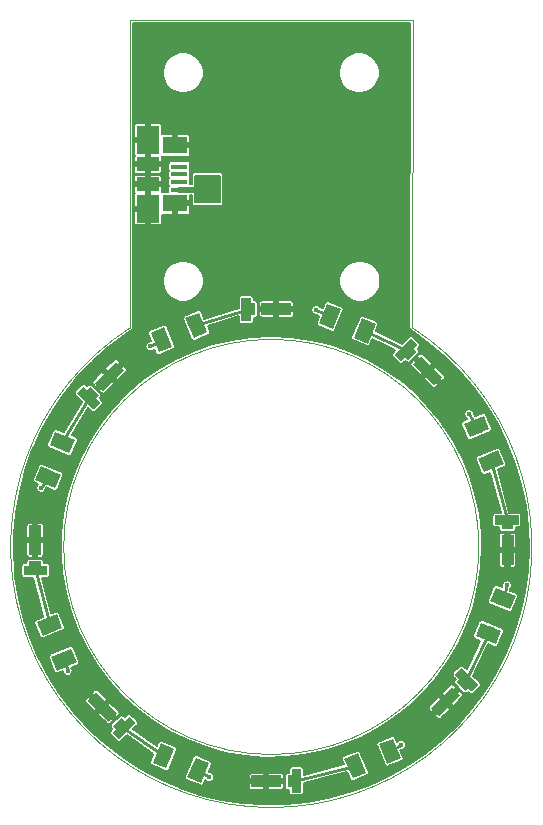
<source format=gbr>
G04 #@! TF.GenerationSoftware,KiCad,Pcbnew,(5.1.0)-1*
G04 #@! TF.CreationDate,2019-04-30T21:22:08-04:00*
G04 #@! TF.ProjectId,MIcroscope_Light,4d496372-6f73-4636-9f70-655f4c696768,rev?*
G04 #@! TF.SameCoordinates,Original*
G04 #@! TF.FileFunction,Copper,L2,Bot*
G04 #@! TF.FilePolarity,Positive*
%FSLAX46Y46*%
G04 Gerber Fmt 4.6, Leading zero omitted, Abs format (unit mm)*
G04 Created by KiCad (PCBNEW (5.1.0)-1) date 2019-04-30 21:22:08*
%MOMM*%
%LPD*%
G04 APERTURE LIST*
%ADD10C,0.050000*%
%ADD11R,1.900000X1.175000*%
%ADD12R,1.900000X2.375000*%
%ADD13R,2.100000X1.475000*%
%ADD14R,1.380000X0.450000*%
%ADD15C,1.245000*%
%ADD16C,0.100000*%
%ADD17R,2.500000X1.000000*%
%ADD18C,1.000000*%
%ADD19R,1.000000X2.500000*%
%ADD20C,0.381000*%
%ADD21C,0.254000*%
%ADD22C,0.508000*%
%ADD23C,0.152400*%
G04 APERTURE END LIST*
D10*
X147075000Y-91500000D02*
G75*
G03X147075000Y-91500000I-17575000J0D01*
G01*
X141450000Y-72950000D02*
G75*
G02X117550000Y-72950000I-11950000J-18550000D01*
G01*
X141500000Y-46850000D02*
X141450000Y-72950000D01*
X117550000Y-46850000D02*
X141500000Y-46850000D01*
X117550000Y-72950000D02*
X117550000Y-46850000D01*
D11*
X119050000Y-59110000D03*
X119050000Y-60790000D03*
D12*
X119050000Y-57040000D03*
X119050000Y-62860000D03*
D13*
X121350000Y-57487500D03*
X121350000Y-62412500D03*
D14*
X121710000Y-58650000D03*
X121710000Y-59300000D03*
X121710000Y-59950000D03*
X121710000Y-60600000D03*
X121710000Y-61250000D03*
D15*
X123150000Y-72750000D03*
D16*
G36*
X122919300Y-73819712D02*
G01*
X122230470Y-72156729D01*
X123380700Y-71680288D01*
X124069530Y-73343271D01*
X122919300Y-73819712D01*
X122919300Y-73819712D01*
G37*
D15*
X120207444Y-73968846D03*
D16*
G36*
X119976744Y-75038558D02*
G01*
X119287914Y-73375575D01*
X120438144Y-72899134D01*
X121126974Y-74562117D01*
X119976744Y-75038558D01*
X119976744Y-75038558D01*
G37*
D15*
X111818846Y-82657444D03*
D16*
G36*
X112412117Y-83576974D02*
G01*
X110749134Y-82888144D01*
X111225575Y-81737914D01*
X112888558Y-82426744D01*
X112412117Y-83576974D01*
X112412117Y-83576974D01*
G37*
D15*
X110600000Y-85600000D03*
D16*
G36*
X111193271Y-86519530D02*
G01*
X109530288Y-85830700D01*
X110006729Y-84680470D01*
X111669712Y-85369300D01*
X111193271Y-86519530D01*
X111193271Y-86519530D01*
G37*
D15*
X110731154Y-98107444D03*
D16*
G36*
X111800866Y-98338144D02*
G01*
X110137883Y-99026974D01*
X109661442Y-97876744D01*
X111324425Y-97187914D01*
X111800866Y-98338144D01*
X111800866Y-98338144D01*
G37*
D15*
X111950000Y-101050000D03*
D16*
G36*
X113019712Y-101280700D02*
G01*
X111356729Y-101969530D01*
X110880288Y-100819300D01*
X112543271Y-100130470D01*
X113019712Y-101280700D01*
X113019712Y-101280700D01*
G37*
D15*
X120378722Y-109190577D03*
D16*
G36*
X121298252Y-108597306D02*
G01*
X120609422Y-110260289D01*
X119459192Y-109783848D01*
X120148022Y-108120865D01*
X121298252Y-108597306D01*
X121298252Y-108597306D01*
G37*
D15*
X123321278Y-110409423D03*
D16*
G36*
X124240808Y-109816152D02*
G01*
X123551978Y-111479135D01*
X122401748Y-111002694D01*
X123090578Y-109339711D01*
X124240808Y-109816152D01*
X124240808Y-109816152D01*
G37*
D15*
X136607444Y-110018846D03*
D16*
G36*
X136838144Y-108949134D02*
G01*
X137526974Y-110612117D01*
X136376744Y-111088558D01*
X135687914Y-109425575D01*
X136838144Y-108949134D01*
X136838144Y-108949134D01*
G37*
D15*
X139550000Y-108800000D03*
D16*
G36*
X139780700Y-107730288D02*
G01*
X140469530Y-109393271D01*
X139319300Y-109869712D01*
X138630470Y-108206729D01*
X139780700Y-107730288D01*
X139780700Y-107730288D01*
G37*
D15*
X147890577Y-98821278D03*
D16*
G36*
X147297306Y-97901748D02*
G01*
X148960289Y-98590578D01*
X148483848Y-99740808D01*
X146820865Y-99051978D01*
X147297306Y-97901748D01*
X147297306Y-97901748D01*
G37*
D15*
X149109423Y-95878722D03*
D16*
G36*
X148516152Y-94959192D02*
G01*
X150179135Y-95648022D01*
X149702694Y-96798252D01*
X148039711Y-96109422D01*
X148516152Y-94959192D01*
X148516152Y-94959192D01*
G37*
D15*
X148100000Y-84250000D03*
D16*
G36*
X147030288Y-84019300D02*
G01*
X148693271Y-83330470D01*
X149169712Y-84480700D01*
X147506729Y-85169530D01*
X147030288Y-84019300D01*
X147030288Y-84019300D01*
G37*
D15*
X146881154Y-81307444D03*
D16*
G36*
X145811442Y-81076744D02*
G01*
X147474425Y-80387914D01*
X147950866Y-81538144D01*
X146287883Y-82226974D01*
X145811442Y-81076744D01*
X145811442Y-81076744D01*
G37*
D15*
X137421278Y-73209423D03*
D16*
G36*
X136501748Y-73802694D02*
G01*
X137190578Y-72139711D01*
X138340808Y-72616152D01*
X137651978Y-74279135D01*
X136501748Y-73802694D01*
X136501748Y-73802694D01*
G37*
D15*
X134478722Y-71990577D03*
D16*
G36*
X133559192Y-72583848D02*
G01*
X134248022Y-70920865D01*
X135398252Y-71397306D01*
X134709422Y-73060289D01*
X133559192Y-72583848D01*
X133559192Y-72583848D01*
G37*
D17*
X129925000Y-71350000D03*
D18*
X127575000Y-71350000D03*
D16*
G36*
X127734755Y-70400961D02*
G01*
X127744134Y-70403806D01*
X127752779Y-70408427D01*
X127760355Y-70414645D01*
X127766573Y-70422221D01*
X127771194Y-70430866D01*
X127774039Y-70440245D01*
X127775000Y-70450000D01*
X127775000Y-70850000D01*
X128125000Y-70850000D01*
X128125000Y-71850000D01*
X127775000Y-71850000D01*
X127775000Y-72350000D01*
X127774039Y-72359755D01*
X127771194Y-72369134D01*
X127766573Y-72377779D01*
X127760355Y-72385355D01*
X127752779Y-72391573D01*
X127744134Y-72396194D01*
X127734755Y-72399039D01*
X127725000Y-72400000D01*
X127025000Y-72400000D01*
X127015245Y-72399039D01*
X127005866Y-72396194D01*
X126997221Y-72391573D01*
X126989645Y-72385355D01*
X126983427Y-72377779D01*
X126978806Y-72369134D01*
X126975961Y-72359755D01*
X126975000Y-72350000D01*
X126975000Y-70450000D01*
X126975961Y-70440245D01*
X126978806Y-70430866D01*
X126983427Y-70422221D01*
X126989645Y-70414645D01*
X126997221Y-70408427D01*
X127005866Y-70403806D01*
X127015245Y-70400961D01*
X127025000Y-70400000D01*
X127725000Y-70400000D01*
X127734755Y-70400961D01*
X127734755Y-70400961D01*
G37*
D18*
X115800520Y-77049480D03*
D16*
G36*
X115270190Y-78286917D02*
G01*
X114563083Y-77579810D01*
X116330850Y-75812043D01*
X117037957Y-76519150D01*
X115270190Y-78286917D01*
X115270190Y-78286917D01*
G37*
D18*
X114138819Y-78711181D03*
D16*
G36*
X113580711Y-77927145D02*
G01*
X113589355Y-77922525D01*
X113598735Y-77919680D01*
X113608489Y-77918719D01*
X113618243Y-77919680D01*
X113627623Y-77922525D01*
X113636267Y-77927145D01*
X113643844Y-77933364D01*
X113926687Y-78216206D01*
X114174174Y-77968719D01*
X114881281Y-78675826D01*
X114633794Y-78923313D01*
X114987347Y-79276866D01*
X114993565Y-79284444D01*
X114998186Y-79293087D01*
X115001031Y-79302468D01*
X115001991Y-79312222D01*
X115001031Y-79321976D01*
X114998186Y-79331356D01*
X114993565Y-79340000D01*
X114987347Y-79347577D01*
X114492372Y-79842552D01*
X114484795Y-79848770D01*
X114476151Y-79853390D01*
X114466771Y-79856236D01*
X114457017Y-79857196D01*
X114447263Y-79856236D01*
X114437883Y-79853390D01*
X114429239Y-79848770D01*
X114421662Y-79842552D01*
X113078159Y-78499049D01*
X113071941Y-78491472D01*
X113067320Y-78482828D01*
X113064475Y-78473447D01*
X113063515Y-78463694D01*
X113064475Y-78453940D01*
X113067320Y-78444559D01*
X113071941Y-78435916D01*
X113078159Y-78428338D01*
X113573134Y-77933364D01*
X113580711Y-77927145D01*
X113580711Y-77927145D01*
G37*
D19*
X109500000Y-90925000D03*
D18*
X109500000Y-93275000D03*
D16*
G36*
X108550961Y-93115245D02*
G01*
X108553806Y-93105866D01*
X108558427Y-93097221D01*
X108564645Y-93089645D01*
X108572221Y-93083427D01*
X108580866Y-93078806D01*
X108590245Y-93075961D01*
X108600000Y-93075000D01*
X109000000Y-93075000D01*
X109000000Y-92725000D01*
X110000000Y-92725000D01*
X110000000Y-93075000D01*
X110500000Y-93075000D01*
X110509755Y-93075961D01*
X110519134Y-93078806D01*
X110527779Y-93083427D01*
X110535355Y-93089645D01*
X110541573Y-93097221D01*
X110546194Y-93105866D01*
X110549039Y-93115245D01*
X110550000Y-93125000D01*
X110550000Y-93825000D01*
X110549039Y-93834755D01*
X110546194Y-93844134D01*
X110541573Y-93852779D01*
X110535355Y-93860355D01*
X110527779Y-93866573D01*
X110519134Y-93871194D01*
X110509755Y-93874039D01*
X110500000Y-93875000D01*
X108600000Y-93875000D01*
X108590245Y-93874039D01*
X108580866Y-93871194D01*
X108572221Y-93866573D01*
X108564645Y-93860355D01*
X108558427Y-93852779D01*
X108553806Y-93844134D01*
X108550961Y-93834755D01*
X108550000Y-93825000D01*
X108550000Y-93125000D01*
X108550961Y-93115245D01*
X108550961Y-93115245D01*
G37*
D18*
X115199480Y-105049480D03*
D16*
G36*
X116436917Y-105579810D02*
G01*
X115729810Y-106286917D01*
X113962043Y-104519150D01*
X114669150Y-103812043D01*
X116436917Y-105579810D01*
X116436917Y-105579810D01*
G37*
D18*
X116861181Y-106711181D03*
D16*
G36*
X116077145Y-107269289D02*
G01*
X116072525Y-107260645D01*
X116069680Y-107251265D01*
X116068719Y-107241511D01*
X116069680Y-107231757D01*
X116072525Y-107222377D01*
X116077145Y-107213733D01*
X116083364Y-107206156D01*
X116366206Y-106923313D01*
X116118719Y-106675826D01*
X116825826Y-105968719D01*
X117073313Y-106216206D01*
X117426866Y-105862653D01*
X117434444Y-105856435D01*
X117443087Y-105851814D01*
X117452468Y-105848969D01*
X117462222Y-105848009D01*
X117471976Y-105848969D01*
X117481356Y-105851814D01*
X117490000Y-105856435D01*
X117497577Y-105862653D01*
X117992552Y-106357628D01*
X117998770Y-106365205D01*
X118003390Y-106373849D01*
X118006236Y-106383229D01*
X118007196Y-106392983D01*
X118006236Y-106402737D01*
X118003390Y-106412117D01*
X117998770Y-106420761D01*
X117992552Y-106428338D01*
X116649049Y-107771841D01*
X116641472Y-107778059D01*
X116632828Y-107782680D01*
X116623447Y-107785525D01*
X116613694Y-107786485D01*
X116603940Y-107785525D01*
X116594559Y-107782680D01*
X116585916Y-107778059D01*
X116578338Y-107771841D01*
X116083364Y-107276866D01*
X116077145Y-107269289D01*
X116077145Y-107269289D01*
G37*
D17*
X129075000Y-111350000D03*
D18*
X131425000Y-111350000D03*
D16*
G36*
X131265245Y-112299039D02*
G01*
X131255866Y-112296194D01*
X131247221Y-112291573D01*
X131239645Y-112285355D01*
X131233427Y-112277779D01*
X131228806Y-112269134D01*
X131225961Y-112259755D01*
X131225000Y-112250000D01*
X131225000Y-111850000D01*
X130875000Y-111850000D01*
X130875000Y-110850000D01*
X131225000Y-110850000D01*
X131225000Y-110350000D01*
X131225961Y-110340245D01*
X131228806Y-110330866D01*
X131233427Y-110322221D01*
X131239645Y-110314645D01*
X131247221Y-110308427D01*
X131255866Y-110303806D01*
X131265245Y-110300961D01*
X131275000Y-110300000D01*
X131975000Y-110300000D01*
X131984755Y-110300961D01*
X131994134Y-110303806D01*
X132002779Y-110308427D01*
X132010355Y-110314645D01*
X132016573Y-110322221D01*
X132021194Y-110330866D01*
X132024039Y-110340245D01*
X132025000Y-110350000D01*
X132025000Y-112250000D01*
X132024039Y-112259755D01*
X132021194Y-112269134D01*
X132016573Y-112277779D01*
X132010355Y-112285355D01*
X132002779Y-112291573D01*
X131994134Y-112296194D01*
X131984755Y-112299039D01*
X131975000Y-112300000D01*
X131275000Y-112300000D01*
X131265245Y-112299039D01*
X131265245Y-112299039D01*
G37*
D18*
X144263676Y-104586324D03*
D16*
G36*
X144794006Y-103348887D02*
G01*
X145501113Y-104055994D01*
X143733346Y-105823761D01*
X143026239Y-105116654D01*
X144794006Y-103348887D01*
X144794006Y-103348887D01*
G37*
D18*
X145925377Y-102924623D03*
D16*
G36*
X146483485Y-103708659D02*
G01*
X146474841Y-103713279D01*
X146465461Y-103716124D01*
X146455707Y-103717085D01*
X146445953Y-103716124D01*
X146436573Y-103713279D01*
X146427929Y-103708659D01*
X146420352Y-103702440D01*
X146137509Y-103419598D01*
X145890022Y-103667085D01*
X145182915Y-102959978D01*
X145430402Y-102712491D01*
X145076849Y-102358938D01*
X145070631Y-102351360D01*
X145066010Y-102342717D01*
X145063165Y-102333336D01*
X145062205Y-102323582D01*
X145063165Y-102313828D01*
X145066010Y-102304448D01*
X145070631Y-102295804D01*
X145076849Y-102288227D01*
X145571824Y-101793252D01*
X145579401Y-101787034D01*
X145588045Y-101782414D01*
X145597425Y-101779568D01*
X145607179Y-101778608D01*
X145616933Y-101779568D01*
X145626313Y-101782414D01*
X145634957Y-101787034D01*
X145642534Y-101793252D01*
X146986037Y-103136755D01*
X146992255Y-103144332D01*
X146996876Y-103152976D01*
X146999721Y-103162357D01*
X147000681Y-103172110D01*
X146999721Y-103181864D01*
X146996876Y-103191245D01*
X146992255Y-103199888D01*
X146986037Y-103207466D01*
X146491062Y-103702440D01*
X146483485Y-103708659D01*
X146483485Y-103708659D01*
G37*
D19*
X149500000Y-91775000D03*
D18*
X149500000Y-89425000D03*
D16*
G36*
X150449039Y-89584755D02*
G01*
X150446194Y-89594134D01*
X150441573Y-89602779D01*
X150435355Y-89610355D01*
X150427779Y-89616573D01*
X150419134Y-89621194D01*
X150409755Y-89624039D01*
X150400000Y-89625000D01*
X150000000Y-89625000D01*
X150000000Y-89975000D01*
X149000000Y-89975000D01*
X149000000Y-89625000D01*
X148500000Y-89625000D01*
X148490245Y-89624039D01*
X148480866Y-89621194D01*
X148472221Y-89616573D01*
X148464645Y-89610355D01*
X148458427Y-89602779D01*
X148453806Y-89594134D01*
X148450961Y-89584755D01*
X148450000Y-89575000D01*
X148450000Y-88875000D01*
X148450961Y-88865245D01*
X148453806Y-88855866D01*
X148458427Y-88847221D01*
X148464645Y-88839645D01*
X148472221Y-88833427D01*
X148480866Y-88828806D01*
X148490245Y-88825961D01*
X148500000Y-88825000D01*
X150400000Y-88825000D01*
X150409755Y-88825961D01*
X150419134Y-88828806D01*
X150427779Y-88833427D01*
X150435355Y-88839645D01*
X150441573Y-88847221D01*
X150446194Y-88855866D01*
X150449039Y-88865245D01*
X150450000Y-88875000D01*
X150450000Y-89575000D01*
X150449039Y-89584755D01*
X150449039Y-89584755D01*
G37*
D18*
X142736324Y-76586324D03*
D16*
G36*
X141498887Y-76055994D02*
G01*
X142205994Y-75348887D01*
X143973761Y-77116654D01*
X143266654Y-77823761D01*
X141498887Y-76055994D01*
X141498887Y-76055994D01*
G37*
D18*
X141074623Y-74924623D03*
D16*
G36*
X141858659Y-74366515D02*
G01*
X141863279Y-74375159D01*
X141866124Y-74384539D01*
X141867085Y-74394293D01*
X141866124Y-74404047D01*
X141863279Y-74413427D01*
X141858659Y-74422071D01*
X141852440Y-74429648D01*
X141569598Y-74712491D01*
X141817085Y-74959978D01*
X141109978Y-75667085D01*
X140862491Y-75419598D01*
X140508938Y-75773151D01*
X140501360Y-75779369D01*
X140492717Y-75783990D01*
X140483336Y-75786835D01*
X140473582Y-75787795D01*
X140463828Y-75786835D01*
X140454448Y-75783990D01*
X140445804Y-75779369D01*
X140438227Y-75773151D01*
X139943252Y-75278176D01*
X139937034Y-75270599D01*
X139932414Y-75261955D01*
X139929568Y-75252575D01*
X139928608Y-75242821D01*
X139929568Y-75233067D01*
X139932414Y-75223687D01*
X139937034Y-75215043D01*
X139943252Y-75207466D01*
X141286755Y-73863963D01*
X141294332Y-73857745D01*
X141302976Y-73853124D01*
X141312357Y-73850279D01*
X141322110Y-73849319D01*
X141331864Y-73850279D01*
X141341245Y-73853124D01*
X141349888Y-73857745D01*
X141357466Y-73863963D01*
X141852440Y-74358938D01*
X141858659Y-74366515D01*
X141858659Y-74366515D01*
G37*
D20*
X123200000Y-60200000D03*
X124100000Y-60200000D03*
X125000000Y-60200000D03*
X123200000Y-61200000D03*
X124100000Y-61200000D03*
X125000000Y-61200000D03*
X123200000Y-62200000D03*
X124100000Y-62200000D03*
X125000000Y-62200000D03*
X119265996Y-74515996D03*
X110000000Y-86500000D03*
X112250000Y-102000000D03*
X124250000Y-111000000D03*
X140497150Y-108252850D03*
X149464356Y-94750000D03*
X146250000Y-80250000D03*
X133306573Y-71443427D03*
D21*
X123150000Y-72750000D02*
X127575000Y-71350000D01*
X114138819Y-78711181D02*
X111818846Y-82657444D01*
X109500000Y-93275000D02*
X110731154Y-98107444D01*
X116861181Y-106711181D02*
X120378722Y-109190577D01*
X131425000Y-111350000D02*
X136607444Y-110018846D01*
X147890577Y-98821278D02*
X145925377Y-102924623D01*
X148100000Y-84250000D02*
X149500000Y-89425000D01*
X137421278Y-73209423D02*
X141074623Y-74924623D01*
D22*
X121710000Y-61250000D02*
X123200000Y-61250000D01*
D21*
X120207444Y-73968846D02*
X119265996Y-74515996D01*
X110600000Y-85600000D02*
X110000000Y-86500000D01*
X111950000Y-101050000D02*
X112250000Y-102000000D01*
X123321278Y-110409423D02*
X124250000Y-111000000D01*
X140497150Y-108252850D02*
X139550000Y-108800000D01*
X149464356Y-94750000D02*
X149109423Y-95878722D01*
X146250000Y-80250000D02*
X146881154Y-81307444D01*
X133306573Y-71443427D02*
X134478722Y-71990577D01*
D23*
G36*
X141196377Y-72961973D02*
G01*
X141199975Y-72999235D01*
X141214385Y-73047066D01*
X141237849Y-73091167D01*
X141269466Y-73129844D01*
X141308021Y-73161609D01*
X141316443Y-73166131D01*
X142805486Y-74216141D01*
X144205093Y-75390127D01*
X145501555Y-76677113D01*
X146685790Y-78068084D01*
X147749467Y-79553256D01*
X148685145Y-81122236D01*
X149486246Y-82763998D01*
X150147163Y-84467046D01*
X150663252Y-86219419D01*
X151030896Y-88008829D01*
X151247518Y-89822739D01*
X151311596Y-91648411D01*
X151222683Y-93473028D01*
X150981399Y-95283815D01*
X150589437Y-97068066D01*
X150049552Y-98813254D01*
X149365522Y-100507152D01*
X148542156Y-102137861D01*
X147585213Y-103693967D01*
X146501422Y-105164531D01*
X145298384Y-106539242D01*
X143984521Y-107808477D01*
X142569062Y-108963315D01*
X141061941Y-109995656D01*
X139473701Y-110898275D01*
X137815535Y-111664812D01*
X136099004Y-112289923D01*
X134336221Y-112769196D01*
X132539483Y-113099290D01*
X130721457Y-113277874D01*
X128894831Y-113303705D01*
X127072484Y-113176599D01*
X125267133Y-112897443D01*
X123491490Y-112468204D01*
X121757985Y-111891886D01*
X121660210Y-111850000D01*
X127595294Y-111850000D01*
X127599708Y-111894813D01*
X127612779Y-111937905D01*
X127634006Y-111977618D01*
X127662573Y-112012427D01*
X127697382Y-112040994D01*
X127737095Y-112062221D01*
X127780187Y-112075292D01*
X127825000Y-112079706D01*
X128840050Y-112078600D01*
X128897200Y-112021450D01*
X128897200Y-111527800D01*
X129252800Y-111527800D01*
X129252800Y-112021450D01*
X129309950Y-112078600D01*
X130325000Y-112079706D01*
X130369813Y-112075292D01*
X130412905Y-112062221D01*
X130452618Y-112040994D01*
X130487427Y-112012427D01*
X130515994Y-111977618D01*
X130537221Y-111937905D01*
X130550292Y-111894813D01*
X130554706Y-111850000D01*
X130553600Y-111584950D01*
X130496450Y-111527800D01*
X129252800Y-111527800D01*
X128897200Y-111527800D01*
X127653550Y-111527800D01*
X127596400Y-111584950D01*
X127595294Y-111850000D01*
X121660210Y-111850000D01*
X120078797Y-111172537D01*
X119759233Y-111002694D01*
X122172042Y-111002694D01*
X122176456Y-111047507D01*
X122189527Y-111090599D01*
X122210754Y-111130312D01*
X122239321Y-111165121D01*
X122274130Y-111193688D01*
X122313843Y-111214915D01*
X123464073Y-111691356D01*
X123507165Y-111704427D01*
X123551978Y-111708841D01*
X123596791Y-111704427D01*
X123639883Y-111691356D01*
X123679596Y-111670129D01*
X123714405Y-111641562D01*
X123742972Y-111606753D01*
X123764199Y-111567040D01*
X123902209Y-111233854D01*
X123924464Y-111267161D01*
X123982839Y-111325536D01*
X124051482Y-111371402D01*
X124127753Y-111402994D01*
X124208722Y-111419100D01*
X124291278Y-111419100D01*
X124372247Y-111402994D01*
X124448518Y-111371402D01*
X124517161Y-111325536D01*
X124575536Y-111267161D01*
X124621402Y-111198518D01*
X124652994Y-111122247D01*
X124669100Y-111041278D01*
X124669100Y-110958722D01*
X124652994Y-110877753D01*
X124641499Y-110850000D01*
X127595294Y-110850000D01*
X127596400Y-111115050D01*
X127653550Y-111172200D01*
X128897200Y-111172200D01*
X128897200Y-110678550D01*
X129252800Y-110678550D01*
X129252800Y-111172200D01*
X130496450Y-111172200D01*
X130553600Y-111115050D01*
X130554706Y-110850000D01*
X130645294Y-110850000D01*
X130645294Y-111850000D01*
X130649708Y-111894813D01*
X130662779Y-111937905D01*
X130684006Y-111977618D01*
X130712573Y-112012427D01*
X130747382Y-112040994D01*
X130787095Y-112062221D01*
X130830187Y-112075292D01*
X130875000Y-112079706D01*
X130995294Y-112079706D01*
X130995294Y-112250000D01*
X130996401Y-112272520D01*
X130997362Y-112282275D01*
X131006145Y-112326433D01*
X131008990Y-112335812D01*
X131026225Y-112377419D01*
X131030846Y-112386064D01*
X131055868Y-112423510D01*
X131062086Y-112431086D01*
X131093914Y-112462914D01*
X131101490Y-112469132D01*
X131138936Y-112494154D01*
X131147581Y-112498775D01*
X131189188Y-112516010D01*
X131198567Y-112518855D01*
X131242725Y-112527638D01*
X131252480Y-112528599D01*
X131275000Y-112529706D01*
X131975000Y-112529706D01*
X131997520Y-112528599D01*
X132007275Y-112527638D01*
X132051433Y-112518855D01*
X132060812Y-112516010D01*
X132102419Y-112498775D01*
X132111064Y-112494154D01*
X132148510Y-112469132D01*
X132156086Y-112462914D01*
X132187914Y-112431086D01*
X132194132Y-112423510D01*
X132219154Y-112386064D01*
X132223775Y-112377419D01*
X132241010Y-112335812D01*
X132243855Y-112326433D01*
X132252638Y-112282275D01*
X132253599Y-112272520D01*
X132254706Y-112250000D01*
X132254706Y-111504026D01*
X135911177Y-110564832D01*
X136164523Y-111176463D01*
X136185750Y-111216176D01*
X136214317Y-111250985D01*
X136249126Y-111279552D01*
X136288839Y-111300779D01*
X136331931Y-111313850D01*
X136376744Y-111318264D01*
X136421557Y-111313850D01*
X136464649Y-111300779D01*
X137614879Y-110824338D01*
X137654592Y-110803111D01*
X137689401Y-110774544D01*
X137717968Y-110739735D01*
X137739195Y-110700022D01*
X137752266Y-110656930D01*
X137756680Y-110612117D01*
X137752266Y-110567304D01*
X137739195Y-110524212D01*
X137050365Y-108861229D01*
X137029138Y-108821516D01*
X137000571Y-108786707D01*
X136965762Y-108758140D01*
X136926049Y-108736913D01*
X136882957Y-108723842D01*
X136838144Y-108719428D01*
X136793331Y-108723842D01*
X136750239Y-108736913D01*
X135600009Y-109213354D01*
X135560296Y-109234581D01*
X135525487Y-109263148D01*
X135496920Y-109297957D01*
X135475693Y-109337670D01*
X135462622Y-109380762D01*
X135458208Y-109425575D01*
X135462622Y-109470388D01*
X135475693Y-109513480D01*
X135636274Y-109901156D01*
X132254706Y-110769740D01*
X132254706Y-110350000D01*
X132253599Y-110327480D01*
X132252638Y-110317725D01*
X132243855Y-110273567D01*
X132241010Y-110264188D01*
X132223775Y-110222581D01*
X132219154Y-110213936D01*
X132194132Y-110176490D01*
X132187914Y-110168914D01*
X132156086Y-110137086D01*
X132148510Y-110130868D01*
X132111064Y-110105846D01*
X132102419Y-110101225D01*
X132060812Y-110083990D01*
X132051433Y-110081145D01*
X132007275Y-110072362D01*
X131997520Y-110071401D01*
X131975000Y-110070294D01*
X131275000Y-110070294D01*
X131252480Y-110071401D01*
X131242725Y-110072362D01*
X131198567Y-110081145D01*
X131189188Y-110083990D01*
X131147581Y-110101225D01*
X131138936Y-110105846D01*
X131101490Y-110130868D01*
X131093914Y-110137086D01*
X131062086Y-110168914D01*
X131055868Y-110176490D01*
X131030846Y-110213936D01*
X131026225Y-110222581D01*
X131008990Y-110264188D01*
X131006145Y-110273567D01*
X130997362Y-110317725D01*
X130996401Y-110327480D01*
X130995294Y-110350000D01*
X130995294Y-110620294D01*
X130875000Y-110620294D01*
X130830187Y-110624708D01*
X130787095Y-110637779D01*
X130747382Y-110659006D01*
X130712573Y-110687573D01*
X130684006Y-110722382D01*
X130662779Y-110762095D01*
X130649708Y-110805187D01*
X130645294Y-110850000D01*
X130554706Y-110850000D01*
X130550292Y-110805187D01*
X130537221Y-110762095D01*
X130515994Y-110722382D01*
X130487427Y-110687573D01*
X130452618Y-110659006D01*
X130412905Y-110637779D01*
X130369813Y-110624708D01*
X130325000Y-110620294D01*
X129309950Y-110621400D01*
X129252800Y-110678550D01*
X128897200Y-110678550D01*
X128840050Y-110621400D01*
X127825000Y-110620294D01*
X127780187Y-110624708D01*
X127737095Y-110637779D01*
X127697382Y-110659006D01*
X127662573Y-110687573D01*
X127634006Y-110722382D01*
X127612779Y-110762095D01*
X127599708Y-110805187D01*
X127595294Y-110850000D01*
X124641499Y-110850000D01*
X124621402Y-110801482D01*
X124575536Y-110732839D01*
X124517161Y-110674464D01*
X124448518Y-110628598D01*
X124372247Y-110597006D01*
X124291278Y-110580900D01*
X124253630Y-110580900D01*
X124189550Y-110540151D01*
X124453029Y-109904057D01*
X124466100Y-109860965D01*
X124470514Y-109816152D01*
X124466100Y-109771339D01*
X124453029Y-109728247D01*
X124431802Y-109688534D01*
X124403235Y-109653725D01*
X124368426Y-109625158D01*
X124328713Y-109603931D01*
X123178483Y-109127490D01*
X123135391Y-109114419D01*
X123090578Y-109110005D01*
X123045765Y-109114419D01*
X123002673Y-109127490D01*
X122962960Y-109148717D01*
X122928151Y-109177284D01*
X122899584Y-109212093D01*
X122878357Y-109251806D01*
X122189527Y-110914789D01*
X122176456Y-110957881D01*
X122172042Y-111002694D01*
X119759233Y-111002694D01*
X118465681Y-110315195D01*
X116929964Y-109325879D01*
X115482416Y-108211526D01*
X114395062Y-107218989D01*
X115840120Y-107218989D01*
X115840120Y-107264033D01*
X115841081Y-107273787D01*
X115849863Y-107317937D01*
X115852708Y-107327317D01*
X115869939Y-107368922D01*
X115874559Y-107377566D01*
X115899588Y-107415023D01*
X115905807Y-107422600D01*
X115920937Y-107439293D01*
X116415911Y-107934268D01*
X116432630Y-107949419D01*
X116440208Y-107955637D01*
X116477611Y-107980630D01*
X116486254Y-107985251D01*
X116527894Y-108002499D01*
X116537275Y-108005344D01*
X116581441Y-108014126D01*
X116591195Y-108015086D01*
X116636196Y-108015086D01*
X116645949Y-108014126D01*
X116690112Y-108005344D01*
X116699493Y-108002499D01*
X116741123Y-107985256D01*
X116749767Y-107980635D01*
X116787192Y-107955627D01*
X116794769Y-107949409D01*
X116811476Y-107934268D01*
X117294249Y-107451495D01*
X119525271Y-109024067D01*
X119246971Y-109695943D01*
X119233900Y-109739035D01*
X119229486Y-109783848D01*
X119233900Y-109828661D01*
X119246971Y-109871753D01*
X119268198Y-109911466D01*
X119296765Y-109946275D01*
X119331574Y-109974842D01*
X119371287Y-109996069D01*
X120521517Y-110472510D01*
X120564609Y-110485581D01*
X120609422Y-110489995D01*
X120654235Y-110485581D01*
X120697327Y-110472510D01*
X120737040Y-110451283D01*
X120771849Y-110422716D01*
X120800416Y-110387907D01*
X120821643Y-110348194D01*
X121510473Y-108685211D01*
X121523544Y-108642119D01*
X121527958Y-108597306D01*
X121523544Y-108552493D01*
X121510473Y-108509401D01*
X121489246Y-108469688D01*
X121460679Y-108434879D01*
X121425870Y-108406312D01*
X121386157Y-108385085D01*
X120235927Y-107908644D01*
X120192835Y-107895573D01*
X120148022Y-107891159D01*
X120103209Y-107895573D01*
X120060117Y-107908644D01*
X120020404Y-107929871D01*
X119985595Y-107958438D01*
X119957028Y-107993247D01*
X119935801Y-108032960D01*
X119804237Y-108350583D01*
X117804622Y-106941122D01*
X118154979Y-106590765D01*
X118170120Y-106574058D01*
X118176338Y-106566481D01*
X118201356Y-106529038D01*
X118205976Y-106520394D01*
X118223201Y-106478810D01*
X118226047Y-106469430D01*
X118234837Y-106425236D01*
X118235797Y-106415482D01*
X118235797Y-106370484D01*
X118234837Y-106360730D01*
X118226047Y-106316536D01*
X118223201Y-106307156D01*
X118205976Y-106265572D01*
X118201356Y-106256928D01*
X118176338Y-106219485D01*
X118170120Y-106211908D01*
X118154979Y-106195201D01*
X117660004Y-105700226D01*
X117643297Y-105685085D01*
X117635720Y-105678867D01*
X117598295Y-105653859D01*
X117589651Y-105649238D01*
X117548028Y-105631997D01*
X117538648Y-105629152D01*
X117494475Y-105620368D01*
X117484721Y-105619408D01*
X117439723Y-105619408D01*
X117429969Y-105620368D01*
X117385803Y-105629150D01*
X117376422Y-105631995D01*
X117334782Y-105649243D01*
X117326139Y-105653864D01*
X117288736Y-105678857D01*
X117281158Y-105685075D01*
X117264439Y-105700226D01*
X117073313Y-105891352D01*
X116988253Y-105806292D01*
X116953444Y-105777725D01*
X116913731Y-105756498D01*
X116870639Y-105743427D01*
X116825826Y-105739013D01*
X116781013Y-105743427D01*
X116737921Y-105756498D01*
X116698208Y-105777725D01*
X116663399Y-105806292D01*
X115956292Y-106513399D01*
X115927725Y-106548208D01*
X115906498Y-106587921D01*
X115893427Y-106631013D01*
X115889013Y-106675826D01*
X115893427Y-106720639D01*
X115906498Y-106763731D01*
X115927725Y-106803444D01*
X115956292Y-106838253D01*
X116041353Y-106923314D01*
X115920937Y-107043730D01*
X115905807Y-107060422D01*
X115899588Y-107067999D01*
X115874559Y-107105456D01*
X115869939Y-107114100D01*
X115852708Y-107155705D01*
X115849863Y-107165085D01*
X115841081Y-107209235D01*
X115840120Y-107218989D01*
X114395062Y-107218989D01*
X114133193Y-106979955D01*
X112901193Y-105649990D01*
X114850417Y-105649990D01*
X114850417Y-105730813D01*
X115567383Y-106449344D01*
X115602192Y-106477910D01*
X115641905Y-106499138D01*
X115684996Y-106512210D01*
X115729810Y-106516623D01*
X115774624Y-106512210D01*
X115817715Y-106499138D01*
X115857428Y-106477910D01*
X115892237Y-106449344D01*
X116078873Y-106261143D01*
X116078873Y-106180321D01*
X115199480Y-105300927D01*
X114850417Y-105649990D01*
X112901193Y-105649990D01*
X112891762Y-105639810D01*
X112015888Y-104519150D01*
X113732337Y-104519150D01*
X113736750Y-104563964D01*
X113749822Y-104607055D01*
X113771050Y-104646768D01*
X113799616Y-104681577D01*
X114518147Y-105398543D01*
X114598970Y-105398543D01*
X114948033Y-105049480D01*
X115450927Y-105049480D01*
X116330321Y-105928873D01*
X116411143Y-105928873D01*
X116599344Y-105742237D01*
X116627910Y-105707428D01*
X116649138Y-105667715D01*
X116662210Y-105624624D01*
X116666623Y-105579810D01*
X116662210Y-105534996D01*
X116649138Y-105491905D01*
X116627910Y-105452192D01*
X116599344Y-105417383D01*
X115880813Y-104700417D01*
X115799990Y-104700417D01*
X115450927Y-105049480D01*
X114948033Y-105049480D01*
X114068639Y-104170087D01*
X113987817Y-104170087D01*
X113799616Y-104356723D01*
X113771050Y-104391532D01*
X113749822Y-104431245D01*
X113736750Y-104474336D01*
X113732337Y-104519150D01*
X112015888Y-104519150D01*
X111766817Y-104200470D01*
X111529412Y-103837817D01*
X114320087Y-103837817D01*
X114320087Y-103918639D01*
X115199480Y-104798033D01*
X115548543Y-104448970D01*
X115548543Y-104368147D01*
X114831577Y-103649616D01*
X114796768Y-103621050D01*
X114757055Y-103599822D01*
X114713964Y-103586750D01*
X114669150Y-103582337D01*
X114624336Y-103586750D01*
X114581245Y-103599822D01*
X114541532Y-103621050D01*
X114506723Y-103649616D01*
X114320087Y-103837817D01*
X111529412Y-103837817D01*
X110766261Y-102672053D01*
X109897110Y-101065275D01*
X109789595Y-100819300D01*
X110650582Y-100819300D01*
X110654996Y-100864113D01*
X110668067Y-100907205D01*
X111144508Y-102057435D01*
X111165735Y-102097148D01*
X111194302Y-102131957D01*
X111229111Y-102160524D01*
X111268824Y-102181751D01*
X111311916Y-102194822D01*
X111356729Y-102199236D01*
X111401542Y-102194822D01*
X111444634Y-102181751D01*
X111830900Y-102021754D01*
X111830900Y-102041278D01*
X111847006Y-102122247D01*
X111878598Y-102198518D01*
X111924464Y-102267161D01*
X111982839Y-102325536D01*
X112051482Y-102371402D01*
X112127753Y-102402994D01*
X112208722Y-102419100D01*
X112291278Y-102419100D01*
X112372247Y-102402994D01*
X112448518Y-102371402D01*
X112517161Y-102325536D01*
X112575536Y-102267161D01*
X112621402Y-102198518D01*
X112652994Y-102122247D01*
X112669100Y-102041278D01*
X112669100Y-101958722D01*
X112652994Y-101877753D01*
X112621402Y-101801482D01*
X112575536Y-101732839D01*
X112561731Y-101719034D01*
X113107617Y-101492921D01*
X113147330Y-101471694D01*
X113182139Y-101443127D01*
X113210706Y-101408318D01*
X113231933Y-101368605D01*
X113245004Y-101325513D01*
X113249418Y-101280700D01*
X113245004Y-101235887D01*
X113231933Y-101192795D01*
X112755492Y-100042565D01*
X112734265Y-100002852D01*
X112705698Y-99968043D01*
X112670889Y-99939476D01*
X112631176Y-99918249D01*
X112588084Y-99905178D01*
X112543271Y-99900764D01*
X112498458Y-99905178D01*
X112455366Y-99918249D01*
X110792383Y-100607079D01*
X110752670Y-100628306D01*
X110717861Y-100656873D01*
X110689294Y-100691682D01*
X110668067Y-100731395D01*
X110654996Y-100774487D01*
X110650582Y-100819300D01*
X109789595Y-100819300D01*
X109165459Y-99391400D01*
X108576439Y-97662171D01*
X108134186Y-95889731D01*
X107841794Y-94086478D01*
X107767641Y-93125000D01*
X108320294Y-93125000D01*
X108320294Y-93825000D01*
X108321401Y-93847520D01*
X108322362Y-93857275D01*
X108331145Y-93901433D01*
X108333990Y-93910812D01*
X108351225Y-93952419D01*
X108355846Y-93961064D01*
X108380868Y-93998510D01*
X108387086Y-94006086D01*
X108418914Y-94037914D01*
X108426490Y-94044132D01*
X108463936Y-94069154D01*
X108472581Y-94073775D01*
X108514188Y-94091010D01*
X108523567Y-94093855D01*
X108567725Y-94102638D01*
X108577480Y-94103599D01*
X108600000Y-94104706D01*
X109344425Y-94104706D01*
X110186651Y-97410563D01*
X109573537Y-97664523D01*
X109533824Y-97685750D01*
X109499015Y-97714317D01*
X109470448Y-97749126D01*
X109449221Y-97788839D01*
X109436150Y-97831931D01*
X109431736Y-97876744D01*
X109436150Y-97921557D01*
X109449221Y-97964649D01*
X109925662Y-99114879D01*
X109946889Y-99154592D01*
X109975456Y-99189401D01*
X110010265Y-99217968D01*
X110049978Y-99239195D01*
X110093070Y-99252266D01*
X110137883Y-99256680D01*
X110182696Y-99252266D01*
X110225788Y-99239195D01*
X111888771Y-98550365D01*
X111928484Y-98529138D01*
X111963293Y-98500571D01*
X111991860Y-98465762D01*
X112013087Y-98426049D01*
X112026158Y-98382957D01*
X112030572Y-98338144D01*
X112026158Y-98293331D01*
X112013087Y-98250239D01*
X111536646Y-97100009D01*
X111515419Y-97060296D01*
X111486852Y-97025487D01*
X111452043Y-96996920D01*
X111412330Y-96975693D01*
X111369238Y-96962622D01*
X111324425Y-96958208D01*
X111279612Y-96962622D01*
X111236520Y-96975693D01*
X110850513Y-97135582D01*
X110078341Y-94104706D01*
X110500000Y-94104706D01*
X110522520Y-94103599D01*
X110532275Y-94102638D01*
X110576433Y-94093855D01*
X110585812Y-94091010D01*
X110627419Y-94073775D01*
X110636064Y-94069154D01*
X110673510Y-94044132D01*
X110681086Y-94037914D01*
X110712914Y-94006086D01*
X110719132Y-93998510D01*
X110744154Y-93961064D01*
X110748775Y-93952419D01*
X110766010Y-93910812D01*
X110768855Y-93901433D01*
X110777638Y-93857275D01*
X110778599Y-93847520D01*
X110779706Y-93825000D01*
X110779706Y-93125000D01*
X110778599Y-93102480D01*
X110777638Y-93092725D01*
X110768855Y-93048567D01*
X110766010Y-93039188D01*
X110748775Y-92997581D01*
X110744154Y-92988936D01*
X110719132Y-92951490D01*
X110712914Y-92943914D01*
X110681086Y-92912086D01*
X110673510Y-92905868D01*
X110636064Y-92880846D01*
X110627419Y-92876225D01*
X110585812Y-92858990D01*
X110576433Y-92856145D01*
X110532275Y-92847362D01*
X110522520Y-92846401D01*
X110500000Y-92845294D01*
X110229706Y-92845294D01*
X110229706Y-92725000D01*
X110225292Y-92680187D01*
X110212221Y-92637095D01*
X110190994Y-92597382D01*
X110162427Y-92562573D01*
X110127618Y-92534006D01*
X110087905Y-92512779D01*
X110044813Y-92499708D01*
X110000000Y-92495294D01*
X109000000Y-92495294D01*
X108955187Y-92499708D01*
X108912095Y-92512779D01*
X108872382Y-92534006D01*
X108837573Y-92562573D01*
X108809006Y-92597382D01*
X108787779Y-92637095D01*
X108774708Y-92680187D01*
X108770294Y-92725000D01*
X108770294Y-92845294D01*
X108600000Y-92845294D01*
X108577480Y-92846401D01*
X108567725Y-92847362D01*
X108523567Y-92856145D01*
X108514188Y-92858990D01*
X108472581Y-92876225D01*
X108463936Y-92880846D01*
X108426490Y-92905868D01*
X108418914Y-92912086D01*
X108387086Y-92943914D01*
X108380868Y-92951490D01*
X108355846Y-92988936D01*
X108351225Y-92997581D01*
X108333990Y-93039188D01*
X108331145Y-93048567D01*
X108322362Y-93092725D01*
X108321401Y-93102480D01*
X108320294Y-93125000D01*
X107767641Y-93125000D01*
X107701321Y-92265100D01*
X107701934Y-92175000D01*
X108770294Y-92175000D01*
X108774708Y-92219813D01*
X108787779Y-92262905D01*
X108809006Y-92302618D01*
X108837573Y-92337427D01*
X108872382Y-92365994D01*
X108912095Y-92387221D01*
X108955187Y-92400292D01*
X109000000Y-92404706D01*
X109265050Y-92403600D01*
X109322200Y-92346450D01*
X109322200Y-91102800D01*
X109677800Y-91102800D01*
X109677800Y-92346450D01*
X109734950Y-92403600D01*
X110000000Y-92404706D01*
X110044813Y-92400292D01*
X110087905Y-92387221D01*
X110127618Y-92365994D01*
X110162427Y-92337427D01*
X110190994Y-92302618D01*
X110212221Y-92262905D01*
X110225292Y-92219813D01*
X110229706Y-92175000D01*
X110229582Y-92060638D01*
X111660207Y-92060638D01*
X111792142Y-93737023D01*
X112081252Y-95393551D01*
X112524973Y-97015521D01*
X113119365Y-98588534D01*
X113859153Y-100098629D01*
X114737770Y-101532401D01*
X115747417Y-102877126D01*
X116879134Y-104120866D01*
X118122874Y-105252583D01*
X119467599Y-106262230D01*
X120901371Y-107140847D01*
X122411466Y-107880635D01*
X123984479Y-108475027D01*
X125606449Y-108918748D01*
X127262977Y-109207858D01*
X128939362Y-109339793D01*
X130620723Y-109313380D01*
X132292136Y-109128854D01*
X133938766Y-108787853D01*
X135545998Y-108293404D01*
X135755249Y-108206729D01*
X138400764Y-108206729D01*
X138405178Y-108251542D01*
X138418249Y-108294634D01*
X139107079Y-109957617D01*
X139128306Y-109997330D01*
X139156873Y-110032139D01*
X139191682Y-110060706D01*
X139231395Y-110081933D01*
X139274487Y-110095004D01*
X139319300Y-110099418D01*
X139364113Y-110095004D01*
X139407205Y-110081933D01*
X140557435Y-109605492D01*
X140597148Y-109584265D01*
X140631957Y-109555698D01*
X140660524Y-109520889D01*
X140681751Y-109481176D01*
X140694822Y-109438084D01*
X140699236Y-109393271D01*
X140694822Y-109348458D01*
X140681751Y-109305366D01*
X140431580Y-108701399D01*
X140482558Y-108671950D01*
X140538428Y-108671950D01*
X140619397Y-108655844D01*
X140695668Y-108624252D01*
X140764311Y-108578386D01*
X140822686Y-108520011D01*
X140868552Y-108451368D01*
X140900144Y-108375097D01*
X140916250Y-108294128D01*
X140916250Y-108211572D01*
X140900144Y-108130603D01*
X140868552Y-108054332D01*
X140822686Y-107985689D01*
X140764311Y-107927314D01*
X140695668Y-107881448D01*
X140619397Y-107849856D01*
X140538428Y-107833750D01*
X140455872Y-107833750D01*
X140374903Y-107849856D01*
X140298632Y-107881448D01*
X140229989Y-107927314D01*
X140171614Y-107985689D01*
X140149087Y-108019402D01*
X139992921Y-107642383D01*
X139971694Y-107602670D01*
X139943127Y-107567861D01*
X139908318Y-107539294D01*
X139868605Y-107518067D01*
X139825513Y-107504996D01*
X139780700Y-107500582D01*
X139735887Y-107504996D01*
X139692795Y-107518067D01*
X138542565Y-107994508D01*
X138502852Y-108015735D01*
X138468043Y-108044302D01*
X138439476Y-108079111D01*
X138418249Y-108118824D01*
X138405178Y-108161916D01*
X138400764Y-108206729D01*
X135755249Y-108206729D01*
X137099564Y-107649896D01*
X138585677Y-106863040D01*
X139991144Y-105939821D01*
X140269063Y-105717165D01*
X143384283Y-105717165D01*
X143384283Y-105797987D01*
X143570919Y-105986188D01*
X143605728Y-106014754D01*
X143645441Y-106035982D01*
X143688532Y-106049054D01*
X143733346Y-106053467D01*
X143778160Y-106049054D01*
X143821251Y-106035982D01*
X143860964Y-106014754D01*
X143895773Y-105986188D01*
X144612739Y-105267657D01*
X144612739Y-105186834D01*
X144263676Y-104837771D01*
X143384283Y-105717165D01*
X140269063Y-105717165D01*
X141018623Y-105116654D01*
X142796533Y-105116654D01*
X142800946Y-105161468D01*
X142814018Y-105204559D01*
X142835246Y-105244272D01*
X142863812Y-105279081D01*
X143052013Y-105465717D01*
X143132835Y-105465717D01*
X144012229Y-104586324D01*
X144515123Y-104586324D01*
X144864186Y-104935387D01*
X144945009Y-104935387D01*
X145663540Y-104218421D01*
X145692106Y-104183612D01*
X145713334Y-104143899D01*
X145726406Y-104100808D01*
X145730819Y-104055994D01*
X145726406Y-104011180D01*
X145713334Y-103968089D01*
X145692106Y-103928376D01*
X145663540Y-103893567D01*
X145475339Y-103706931D01*
X145394517Y-103706931D01*
X144515123Y-104586324D01*
X144012229Y-104586324D01*
X143663166Y-104237261D01*
X143582343Y-104237261D01*
X142863812Y-104954227D01*
X142835246Y-104989036D01*
X142814018Y-105028749D01*
X142800946Y-105071840D01*
X142796533Y-105116654D01*
X141018623Y-105116654D01*
X141303491Y-104888432D01*
X142318322Y-103904991D01*
X143914613Y-103904991D01*
X143914613Y-103985814D01*
X144263676Y-104334877D01*
X145143069Y-103455483D01*
X145143069Y-103374661D01*
X144956433Y-103186460D01*
X144921624Y-103157894D01*
X144881911Y-103136666D01*
X144838820Y-103123594D01*
X144794006Y-103119181D01*
X144749192Y-103123594D01*
X144706101Y-103136666D01*
X144666388Y-103157894D01*
X144631579Y-103186460D01*
X143914613Y-103904991D01*
X142318322Y-103904991D01*
X142511069Y-103718207D01*
X143603161Y-102439533D01*
X143700465Y-102301083D01*
X144833604Y-102301083D01*
X144833604Y-102346081D01*
X144834564Y-102355835D01*
X144843346Y-102400001D01*
X144846191Y-102409382D01*
X144863439Y-102451022D01*
X144868060Y-102459665D01*
X144893053Y-102497068D01*
X144899271Y-102504646D01*
X144914422Y-102521365D01*
X145105548Y-102712491D01*
X145020488Y-102797551D01*
X144991921Y-102832360D01*
X144970694Y-102872073D01*
X144957623Y-102915165D01*
X144953209Y-102959978D01*
X144957623Y-103004791D01*
X144970694Y-103047883D01*
X144991921Y-103087596D01*
X145020488Y-103122405D01*
X145727595Y-103829512D01*
X145762404Y-103858079D01*
X145802117Y-103879306D01*
X145845209Y-103892377D01*
X145890022Y-103896791D01*
X145934835Y-103892377D01*
X145977927Y-103879306D01*
X146017640Y-103858079D01*
X146052449Y-103829512D01*
X146137510Y-103744451D01*
X146257926Y-103864867D01*
X146274618Y-103879997D01*
X146282195Y-103886216D01*
X146319652Y-103911245D01*
X146328296Y-103915865D01*
X146369901Y-103933096D01*
X146379281Y-103935941D01*
X146423431Y-103944723D01*
X146433185Y-103945684D01*
X146478229Y-103945684D01*
X146487983Y-103944723D01*
X146532133Y-103935941D01*
X146541513Y-103933096D01*
X146583118Y-103915865D01*
X146591762Y-103911245D01*
X146629219Y-103886216D01*
X146636796Y-103879997D01*
X146653489Y-103864867D01*
X147148464Y-103369893D01*
X147163615Y-103353174D01*
X147169833Y-103345596D01*
X147194826Y-103308193D01*
X147199447Y-103299550D01*
X147216695Y-103257910D01*
X147219540Y-103248529D01*
X147228322Y-103204363D01*
X147229282Y-103194609D01*
X147229282Y-103149608D01*
X147228322Y-103139855D01*
X147219540Y-103095692D01*
X147216695Y-103086311D01*
X147199452Y-103044681D01*
X147194831Y-103036037D01*
X147169823Y-102998612D01*
X147163605Y-102991035D01*
X147148464Y-102974328D01*
X146571955Y-102397819D01*
X147850945Y-99727283D01*
X148395943Y-99953029D01*
X148439035Y-99966100D01*
X148483848Y-99970514D01*
X148528661Y-99966100D01*
X148571753Y-99953029D01*
X148611466Y-99931802D01*
X148646275Y-99903235D01*
X148674842Y-99868426D01*
X148696069Y-99828713D01*
X149172510Y-98678483D01*
X149185581Y-98635391D01*
X149189995Y-98590578D01*
X149185581Y-98545765D01*
X149172510Y-98502673D01*
X149151283Y-98462960D01*
X149122716Y-98428151D01*
X149087907Y-98399584D01*
X149048194Y-98378357D01*
X147385211Y-97689527D01*
X147342119Y-97676456D01*
X147297306Y-97672042D01*
X147252493Y-97676456D01*
X147209401Y-97689527D01*
X147169688Y-97710754D01*
X147134879Y-97739321D01*
X147106312Y-97774130D01*
X147085085Y-97813843D01*
X146608644Y-98964073D01*
X146595573Y-99007165D01*
X146591159Y-99051978D01*
X146595573Y-99096791D01*
X146608644Y-99139883D01*
X146629871Y-99179596D01*
X146658438Y-99214405D01*
X146693247Y-99242972D01*
X146732960Y-99264199D01*
X147192925Y-99454723D01*
X146038760Y-101864624D01*
X145804961Y-101630825D01*
X145788254Y-101615684D01*
X145780677Y-101609466D01*
X145743234Y-101584448D01*
X145734590Y-101579828D01*
X145693006Y-101562603D01*
X145683626Y-101559757D01*
X145639432Y-101550967D01*
X145629678Y-101550007D01*
X145584680Y-101550007D01*
X145574926Y-101550967D01*
X145530732Y-101559757D01*
X145521352Y-101562603D01*
X145479768Y-101579828D01*
X145471124Y-101584448D01*
X145433681Y-101609466D01*
X145426104Y-101615684D01*
X145409397Y-101630825D01*
X144914422Y-102125800D01*
X144899281Y-102142507D01*
X144893063Y-102150084D01*
X144868055Y-102187509D01*
X144863434Y-102196153D01*
X144846193Y-102237776D01*
X144843348Y-102247156D01*
X144834564Y-102291329D01*
X144833604Y-102301083D01*
X143700465Y-102301083D01*
X144570071Y-101063758D01*
X145403219Y-99603095D01*
X146095209Y-98070508D01*
X146639898Y-96479601D01*
X146728770Y-96109422D01*
X147810005Y-96109422D01*
X147814419Y-96154235D01*
X147827490Y-96197327D01*
X147848717Y-96237040D01*
X147877284Y-96271849D01*
X147912093Y-96300416D01*
X147951806Y-96321643D01*
X149614789Y-97010473D01*
X149657881Y-97023544D01*
X149702694Y-97027958D01*
X149747507Y-97023544D01*
X149790599Y-97010473D01*
X149830312Y-96989246D01*
X149865121Y-96960679D01*
X149893688Y-96925870D01*
X149914915Y-96886157D01*
X150391356Y-95735927D01*
X150404427Y-95692835D01*
X150408841Y-95648022D01*
X150404427Y-95603209D01*
X150391356Y-95560117D01*
X150370129Y-95520404D01*
X150341562Y-95485595D01*
X150306753Y-95457028D01*
X150267040Y-95435801D01*
X149695865Y-95199213D01*
X149736242Y-95070811D01*
X149789892Y-95017161D01*
X149835758Y-94948518D01*
X149867350Y-94872247D01*
X149883456Y-94791278D01*
X149883456Y-94708722D01*
X149867350Y-94627753D01*
X149835758Y-94551482D01*
X149789892Y-94482839D01*
X149731517Y-94424464D01*
X149662874Y-94378598D01*
X149586603Y-94347006D01*
X149505634Y-94330900D01*
X149423078Y-94330900D01*
X149342109Y-94347006D01*
X149265838Y-94378598D01*
X149197195Y-94424464D01*
X149138820Y-94482839D01*
X149092954Y-94551482D01*
X149061362Y-94627753D01*
X149045256Y-94708722D01*
X149045256Y-94791278D01*
X149058179Y-94856246D01*
X149036248Y-94925990D01*
X148604057Y-94746971D01*
X148560965Y-94733900D01*
X148516152Y-94729486D01*
X148471339Y-94733900D01*
X148428247Y-94746971D01*
X148388534Y-94768198D01*
X148353725Y-94796765D01*
X148325158Y-94831574D01*
X148303931Y-94871287D01*
X147827490Y-96021517D01*
X147814419Y-96064609D01*
X147810005Y-96109422D01*
X146728770Y-96109422D01*
X147032452Y-94844494D01*
X147269387Y-93179702D01*
X147276682Y-93025000D01*
X148770294Y-93025000D01*
X148774708Y-93069813D01*
X148787779Y-93112905D01*
X148809006Y-93152618D01*
X148837573Y-93187427D01*
X148872382Y-93215994D01*
X148912095Y-93237221D01*
X148955187Y-93250292D01*
X149000000Y-93254706D01*
X149265050Y-93253600D01*
X149322200Y-93196450D01*
X149322200Y-91952800D01*
X149677800Y-91952800D01*
X149677800Y-93196450D01*
X149734950Y-93253600D01*
X150000000Y-93254706D01*
X150044813Y-93250292D01*
X150087905Y-93237221D01*
X150127618Y-93215994D01*
X150162427Y-93187427D01*
X150190994Y-93152618D01*
X150212221Y-93112905D01*
X150225292Y-93069813D01*
X150229706Y-93025000D01*
X150228600Y-92009950D01*
X150171450Y-91952800D01*
X149677800Y-91952800D01*
X149322200Y-91952800D01*
X148828550Y-91952800D01*
X148771400Y-92009950D01*
X148770294Y-93025000D01*
X147276682Y-93025000D01*
X147348600Y-91500000D01*
X147317960Y-90525000D01*
X148770294Y-90525000D01*
X148771400Y-91540050D01*
X148828550Y-91597200D01*
X149322200Y-91597200D01*
X149322200Y-90353550D01*
X149677800Y-90353550D01*
X149677800Y-91597200D01*
X150171450Y-91597200D01*
X150228600Y-91540050D01*
X150229706Y-90525000D01*
X150225292Y-90480187D01*
X150212221Y-90437095D01*
X150190994Y-90397382D01*
X150162427Y-90362573D01*
X150127618Y-90334006D01*
X150087905Y-90312779D01*
X150044813Y-90299708D01*
X150000000Y-90295294D01*
X149734950Y-90296400D01*
X149677800Y-90353550D01*
X149322200Y-90353550D01*
X149265050Y-90296400D01*
X149000000Y-90295294D01*
X148955187Y-90299708D01*
X148912095Y-90312779D01*
X148872382Y-90334006D01*
X148837573Y-90362573D01*
X148809006Y-90397382D01*
X148787779Y-90437095D01*
X148774708Y-90480187D01*
X148770294Y-90525000D01*
X147317960Y-90525000D01*
X147313380Y-90379277D01*
X147128854Y-88707864D01*
X146787853Y-87061234D01*
X146293404Y-85454002D01*
X145699132Y-84019300D01*
X146800582Y-84019300D01*
X146804996Y-84064113D01*
X146818067Y-84107205D01*
X147294508Y-85257435D01*
X147315735Y-85297148D01*
X147344302Y-85331957D01*
X147379111Y-85360524D01*
X147418824Y-85381751D01*
X147461916Y-85394822D01*
X147506729Y-85399236D01*
X147551542Y-85394822D01*
X147594634Y-85381751D01*
X147993137Y-85216686D01*
X148907155Y-88595294D01*
X148500000Y-88595294D01*
X148477480Y-88596401D01*
X148467725Y-88597362D01*
X148423567Y-88606145D01*
X148414188Y-88608990D01*
X148372581Y-88626225D01*
X148363936Y-88630846D01*
X148326490Y-88655868D01*
X148318914Y-88662086D01*
X148287086Y-88693914D01*
X148280868Y-88701490D01*
X148255846Y-88738936D01*
X148251225Y-88747581D01*
X148233990Y-88789188D01*
X148231145Y-88798567D01*
X148222362Y-88842725D01*
X148221401Y-88852480D01*
X148220294Y-88875000D01*
X148220294Y-89575000D01*
X148221401Y-89597520D01*
X148222362Y-89607275D01*
X148231145Y-89651433D01*
X148233990Y-89660812D01*
X148251225Y-89702419D01*
X148255846Y-89711064D01*
X148280868Y-89748510D01*
X148287086Y-89756086D01*
X148318914Y-89787914D01*
X148326490Y-89794132D01*
X148363936Y-89819154D01*
X148372581Y-89823775D01*
X148414188Y-89841010D01*
X148423567Y-89843855D01*
X148467725Y-89852638D01*
X148477480Y-89853599D01*
X148500000Y-89854706D01*
X148770294Y-89854706D01*
X148770294Y-89975000D01*
X148774708Y-90019813D01*
X148787779Y-90062905D01*
X148809006Y-90102618D01*
X148837573Y-90137427D01*
X148872382Y-90165994D01*
X148912095Y-90187221D01*
X148955187Y-90200292D01*
X149000000Y-90204706D01*
X150000000Y-90204706D01*
X150044813Y-90200292D01*
X150087905Y-90187221D01*
X150127618Y-90165994D01*
X150162427Y-90137427D01*
X150190994Y-90102618D01*
X150212221Y-90062905D01*
X150225292Y-90019813D01*
X150229706Y-89975000D01*
X150229706Y-89854706D01*
X150400000Y-89854706D01*
X150422520Y-89853599D01*
X150432275Y-89852638D01*
X150476433Y-89843855D01*
X150485812Y-89841010D01*
X150527419Y-89823775D01*
X150536064Y-89819154D01*
X150573510Y-89794132D01*
X150581086Y-89787914D01*
X150612914Y-89756086D01*
X150619132Y-89748510D01*
X150644154Y-89711064D01*
X150648775Y-89702419D01*
X150666010Y-89660812D01*
X150668855Y-89651433D01*
X150677638Y-89607275D01*
X150678599Y-89597520D01*
X150679706Y-89575000D01*
X150679706Y-88875000D01*
X150678599Y-88852480D01*
X150677638Y-88842725D01*
X150668855Y-88798567D01*
X150666010Y-88789188D01*
X150648775Y-88747581D01*
X150644154Y-88738936D01*
X150619132Y-88701490D01*
X150612914Y-88693914D01*
X150581086Y-88662086D01*
X150573510Y-88655868D01*
X150536064Y-88630846D01*
X150527419Y-88626225D01*
X150485812Y-88608990D01*
X150476433Y-88606145D01*
X150432275Y-88597362D01*
X150422520Y-88596401D01*
X150400000Y-88595294D01*
X149643921Y-88595294D01*
X148655660Y-84942260D01*
X149257617Y-84692921D01*
X149297330Y-84671694D01*
X149332139Y-84643127D01*
X149360706Y-84608318D01*
X149381933Y-84568605D01*
X149395004Y-84525513D01*
X149399418Y-84480700D01*
X149395004Y-84435887D01*
X149381933Y-84392795D01*
X148905492Y-83242565D01*
X148884265Y-83202852D01*
X148855698Y-83168043D01*
X148820889Y-83139476D01*
X148781176Y-83118249D01*
X148738084Y-83105178D01*
X148693271Y-83100764D01*
X148648458Y-83105178D01*
X148605366Y-83118249D01*
X146942383Y-83807079D01*
X146902670Y-83828306D01*
X146867861Y-83856873D01*
X146839294Y-83891682D01*
X146818067Y-83931395D01*
X146804996Y-83974487D01*
X146800582Y-84019300D01*
X145699132Y-84019300D01*
X145649896Y-83900436D01*
X144863040Y-82414323D01*
X143984416Y-81076744D01*
X145581736Y-81076744D01*
X145586150Y-81121557D01*
X145599221Y-81164649D01*
X146075662Y-82314879D01*
X146096889Y-82354592D01*
X146125456Y-82389401D01*
X146160265Y-82417968D01*
X146199978Y-82439195D01*
X146243070Y-82452266D01*
X146287883Y-82456680D01*
X146332696Y-82452266D01*
X146375788Y-82439195D01*
X148038771Y-81750365D01*
X148078484Y-81729138D01*
X148113293Y-81700571D01*
X148141860Y-81665762D01*
X148163087Y-81626049D01*
X148176158Y-81582957D01*
X148180572Y-81538144D01*
X148176158Y-81493331D01*
X148163087Y-81450239D01*
X147686646Y-80300009D01*
X147665419Y-80260296D01*
X147636852Y-80225487D01*
X147602043Y-80196920D01*
X147562330Y-80175693D01*
X147519238Y-80162622D01*
X147474425Y-80158208D01*
X147429612Y-80162622D01*
X147386520Y-80175693D01*
X146771760Y-80430335D01*
X146669100Y-80258336D01*
X146669100Y-80208722D01*
X146652994Y-80127753D01*
X146621402Y-80051482D01*
X146575536Y-79982839D01*
X146517161Y-79924464D01*
X146448518Y-79878598D01*
X146372247Y-79847006D01*
X146291278Y-79830900D01*
X146208722Y-79830900D01*
X146127753Y-79847006D01*
X146051482Y-79878598D01*
X145982839Y-79924464D01*
X145924464Y-79982839D01*
X145878598Y-80051482D01*
X145847006Y-80127753D01*
X145830900Y-80208722D01*
X145830900Y-80291278D01*
X145847006Y-80372247D01*
X145878598Y-80448518D01*
X145924464Y-80517161D01*
X145982839Y-80575536D01*
X146051482Y-80621402D01*
X146059548Y-80624743D01*
X146107690Y-80705402D01*
X145723537Y-80864523D01*
X145683824Y-80885750D01*
X145649015Y-80914317D01*
X145620448Y-80949126D01*
X145599221Y-80988839D01*
X145586150Y-81031931D01*
X145581736Y-81076744D01*
X143984416Y-81076744D01*
X143939821Y-81008856D01*
X142888432Y-79696509D01*
X141718207Y-78488931D01*
X140439533Y-77396839D01*
X140140726Y-77186834D01*
X142387261Y-77186834D01*
X142387261Y-77267657D01*
X143104227Y-77986188D01*
X143139036Y-78014754D01*
X143178749Y-78035982D01*
X143221840Y-78049054D01*
X143266654Y-78053467D01*
X143311468Y-78049054D01*
X143354559Y-78035982D01*
X143394272Y-78014754D01*
X143429081Y-77986188D01*
X143615717Y-77797987D01*
X143615717Y-77717165D01*
X142736324Y-76837771D01*
X142387261Y-77186834D01*
X140140726Y-77186834D01*
X139063758Y-76429929D01*
X138408181Y-76055994D01*
X141269181Y-76055994D01*
X141273594Y-76100808D01*
X141286666Y-76143899D01*
X141307894Y-76183612D01*
X141336460Y-76218421D01*
X142054991Y-76935387D01*
X142135814Y-76935387D01*
X142484877Y-76586324D01*
X142987771Y-76586324D01*
X143867165Y-77465717D01*
X143947987Y-77465717D01*
X144136188Y-77279081D01*
X144164754Y-77244272D01*
X144185982Y-77204559D01*
X144199054Y-77161468D01*
X144203467Y-77116654D01*
X144199054Y-77071840D01*
X144185982Y-77028749D01*
X144164754Y-76989036D01*
X144136188Y-76954227D01*
X143417657Y-76237261D01*
X143336834Y-76237261D01*
X142987771Y-76586324D01*
X142484877Y-76586324D01*
X141605483Y-75706931D01*
X141524661Y-75706931D01*
X141336460Y-75893567D01*
X141307894Y-75928376D01*
X141286666Y-75968089D01*
X141273594Y-76011180D01*
X141269181Y-76055994D01*
X138408181Y-76055994D01*
X137603095Y-75596781D01*
X136070508Y-74904791D01*
X134479601Y-74360102D01*
X132844494Y-73967548D01*
X131686170Y-73802694D01*
X136272042Y-73802694D01*
X136276456Y-73847507D01*
X136289527Y-73890599D01*
X136310754Y-73930312D01*
X136339321Y-73965121D01*
X136374130Y-73993688D01*
X136413843Y-74014915D01*
X137564073Y-74491356D01*
X137607165Y-74504427D01*
X137651978Y-74508841D01*
X137696791Y-74504427D01*
X137739883Y-74491356D01*
X137779596Y-74470129D01*
X137814405Y-74441562D01*
X137842972Y-74406753D01*
X137864199Y-74367040D01*
X138057295Y-73900865D01*
X140008794Y-74817070D01*
X139780825Y-75045039D01*
X139765684Y-75061746D01*
X139759466Y-75069323D01*
X139734448Y-75106766D01*
X139729828Y-75115410D01*
X139712603Y-75156994D01*
X139709757Y-75166374D01*
X139700967Y-75210568D01*
X139700007Y-75220322D01*
X139700007Y-75265320D01*
X139700967Y-75275074D01*
X139709757Y-75319268D01*
X139712603Y-75328648D01*
X139729828Y-75370232D01*
X139734448Y-75378876D01*
X139759466Y-75416319D01*
X139765684Y-75423896D01*
X139780825Y-75440603D01*
X140275800Y-75935578D01*
X140292507Y-75950719D01*
X140300084Y-75956937D01*
X140337509Y-75981945D01*
X140346153Y-75986566D01*
X140387776Y-76003807D01*
X140397156Y-76006652D01*
X140441329Y-76015436D01*
X140451083Y-76016396D01*
X140496081Y-76016396D01*
X140505835Y-76015436D01*
X140550001Y-76006654D01*
X140559382Y-76003809D01*
X140601022Y-75986561D01*
X140609665Y-75981940D01*
X140647068Y-75956947D01*
X140654646Y-75950729D01*
X140671365Y-75935578D01*
X140862491Y-75744452D01*
X140947551Y-75829512D01*
X140982360Y-75858079D01*
X141022073Y-75879306D01*
X141065165Y-75892377D01*
X141109978Y-75896791D01*
X141154791Y-75892377D01*
X141197883Y-75879306D01*
X141237596Y-75858079D01*
X141272405Y-75829512D01*
X141727256Y-75374661D01*
X141856931Y-75374661D01*
X141856931Y-75455483D01*
X142736324Y-76334877D01*
X143085387Y-75985814D01*
X143085387Y-75904991D01*
X142368421Y-75186460D01*
X142333612Y-75157894D01*
X142293899Y-75136666D01*
X142250808Y-75123594D01*
X142205994Y-75119181D01*
X142161180Y-75123594D01*
X142118089Y-75136666D01*
X142078376Y-75157894D01*
X142043567Y-75186460D01*
X141856931Y-75374661D01*
X141727256Y-75374661D01*
X141979512Y-75122405D01*
X142008079Y-75087596D01*
X142029306Y-75047883D01*
X142042377Y-75004791D01*
X142046791Y-74959978D01*
X142042377Y-74915165D01*
X142029306Y-74872073D01*
X142008079Y-74832360D01*
X141979512Y-74797551D01*
X141894451Y-74712490D01*
X142014867Y-74592074D01*
X142029997Y-74575382D01*
X142036216Y-74567805D01*
X142061245Y-74530348D01*
X142065865Y-74521704D01*
X142083096Y-74480099D01*
X142085941Y-74470719D01*
X142094723Y-74426569D01*
X142095684Y-74416815D01*
X142095684Y-74371771D01*
X142094723Y-74362017D01*
X142085941Y-74317867D01*
X142083096Y-74308487D01*
X142065865Y-74266882D01*
X142061245Y-74258238D01*
X142036216Y-74220781D01*
X142029997Y-74213204D01*
X142014867Y-74196511D01*
X141519893Y-73701536D01*
X141503174Y-73686385D01*
X141495596Y-73680167D01*
X141458193Y-73655174D01*
X141449550Y-73650553D01*
X141407910Y-73633305D01*
X141398529Y-73630460D01*
X141354363Y-73621678D01*
X141344609Y-73620718D01*
X141299608Y-73620718D01*
X141289855Y-73621678D01*
X141245692Y-73630460D01*
X141236311Y-73633305D01*
X141194681Y-73650548D01*
X141186037Y-73655169D01*
X141148612Y-73680177D01*
X141141035Y-73686395D01*
X141124328Y-73701536D01*
X140543457Y-74282407D01*
X138329750Y-73243099D01*
X138553029Y-72704057D01*
X138566100Y-72660965D01*
X138570514Y-72616152D01*
X138566100Y-72571339D01*
X138553029Y-72528247D01*
X138531802Y-72488534D01*
X138503235Y-72453725D01*
X138468426Y-72425158D01*
X138428713Y-72403931D01*
X137278483Y-71927490D01*
X137235391Y-71914419D01*
X137190578Y-71910005D01*
X137145765Y-71914419D01*
X137102673Y-71927490D01*
X137062960Y-71948717D01*
X137028151Y-71977284D01*
X136999584Y-72012093D01*
X136978357Y-72051806D01*
X136289527Y-73714789D01*
X136276456Y-73757881D01*
X136272042Y-73802694D01*
X131686170Y-73802694D01*
X131179702Y-73730613D01*
X129500000Y-73651400D01*
X127820298Y-73730613D01*
X126155506Y-73967548D01*
X124520399Y-74360102D01*
X122929492Y-74904791D01*
X121396905Y-75596781D01*
X119936242Y-76429929D01*
X118560467Y-77396839D01*
X117281793Y-78488931D01*
X116111568Y-79696509D01*
X115060179Y-81008856D01*
X114136960Y-82414323D01*
X113350104Y-83900436D01*
X112706596Y-85454002D01*
X112212147Y-87061234D01*
X111871146Y-88707864D01*
X111686620Y-90379277D01*
X111660207Y-92060638D01*
X110229582Y-92060638D01*
X110228600Y-91159950D01*
X110171450Y-91102800D01*
X109677800Y-91102800D01*
X109322200Y-91102800D01*
X108828550Y-91102800D01*
X108771400Y-91159950D01*
X108770294Y-92175000D01*
X107701934Y-92175000D01*
X107713751Y-90438348D01*
X107783084Y-89675000D01*
X108770294Y-89675000D01*
X108771400Y-90690050D01*
X108828550Y-90747200D01*
X109322200Y-90747200D01*
X109322200Y-89503550D01*
X109677800Y-89503550D01*
X109677800Y-90747200D01*
X110171450Y-90747200D01*
X110228600Y-90690050D01*
X110229706Y-89675000D01*
X110225292Y-89630187D01*
X110212221Y-89587095D01*
X110190994Y-89547382D01*
X110162427Y-89512573D01*
X110127618Y-89484006D01*
X110087905Y-89462779D01*
X110044813Y-89449708D01*
X110000000Y-89445294D01*
X109734950Y-89446400D01*
X109677800Y-89503550D01*
X109322200Y-89503550D01*
X109265050Y-89446400D01*
X109000000Y-89445294D01*
X108955187Y-89449708D01*
X108912095Y-89462779D01*
X108872382Y-89484006D01*
X108837573Y-89512573D01*
X108809006Y-89547382D01*
X108787779Y-89587095D01*
X108774708Y-89630187D01*
X108770294Y-89675000D01*
X107783084Y-89675000D01*
X107878994Y-88619051D01*
X108195894Y-86819956D01*
X108457078Y-85830700D01*
X109300582Y-85830700D01*
X109304996Y-85875513D01*
X109318067Y-85918605D01*
X109339294Y-85958318D01*
X109367861Y-85993127D01*
X109402670Y-86021694D01*
X109442383Y-86042921D01*
X109743216Y-86167530D01*
X109732839Y-86174464D01*
X109674464Y-86232839D01*
X109628598Y-86301482D01*
X109597006Y-86377753D01*
X109580900Y-86458722D01*
X109580900Y-86541278D01*
X109597006Y-86622247D01*
X109628598Y-86698518D01*
X109674464Y-86767161D01*
X109732839Y-86825536D01*
X109801482Y-86871402D01*
X109877753Y-86902994D01*
X109958722Y-86919100D01*
X110041278Y-86919100D01*
X110122247Y-86902994D01*
X110198518Y-86871402D01*
X110267161Y-86825536D01*
X110325536Y-86767161D01*
X110371402Y-86698518D01*
X110402994Y-86622247D01*
X110419100Y-86541278D01*
X110419100Y-86512416D01*
X110453018Y-86461540D01*
X111105366Y-86731751D01*
X111148458Y-86744822D01*
X111193271Y-86749236D01*
X111238084Y-86744822D01*
X111281176Y-86731751D01*
X111320889Y-86710524D01*
X111355698Y-86681957D01*
X111384265Y-86647148D01*
X111405492Y-86607435D01*
X111881933Y-85457205D01*
X111895004Y-85414113D01*
X111899418Y-85369300D01*
X111895004Y-85324487D01*
X111881933Y-85281395D01*
X111860706Y-85241682D01*
X111832139Y-85206873D01*
X111797330Y-85178306D01*
X111757617Y-85157079D01*
X110094634Y-84468249D01*
X110051542Y-84455178D01*
X110006729Y-84450764D01*
X109961916Y-84455178D01*
X109918824Y-84468249D01*
X109879111Y-84489476D01*
X109844302Y-84518043D01*
X109815735Y-84552852D01*
X109794508Y-84592565D01*
X109318067Y-85742795D01*
X109304996Y-85785887D01*
X109300582Y-85830700D01*
X108457078Y-85830700D01*
X108662228Y-85053683D01*
X109274723Y-83332631D01*
X109476256Y-82888144D01*
X110519428Y-82888144D01*
X110523842Y-82932957D01*
X110536913Y-82976049D01*
X110558140Y-83015762D01*
X110586707Y-83050571D01*
X110621516Y-83079138D01*
X110661229Y-83100365D01*
X112324212Y-83789195D01*
X112367304Y-83802266D01*
X112412117Y-83806680D01*
X112456930Y-83802266D01*
X112500022Y-83789195D01*
X112539735Y-83767968D01*
X112574544Y-83739401D01*
X112603111Y-83704592D01*
X112624338Y-83664879D01*
X113100779Y-82514649D01*
X113113850Y-82471557D01*
X113118264Y-82426744D01*
X113113850Y-82381931D01*
X113100779Y-82338839D01*
X113079552Y-82299126D01*
X113050985Y-82264317D01*
X113016176Y-82235750D01*
X112976463Y-82214523D01*
X112586656Y-82053060D01*
X113964171Y-79709915D01*
X114259235Y-80004979D01*
X114275942Y-80020120D01*
X114283519Y-80026338D01*
X114320962Y-80051356D01*
X114329606Y-80055976D01*
X114371190Y-80073201D01*
X114380570Y-80076047D01*
X114424764Y-80084837D01*
X114434518Y-80085797D01*
X114479516Y-80085797D01*
X114489270Y-80084837D01*
X114533464Y-80076047D01*
X114542844Y-80073201D01*
X114584428Y-80055976D01*
X114593072Y-80051356D01*
X114630515Y-80026338D01*
X114638092Y-80020120D01*
X114654799Y-80004979D01*
X115149774Y-79510004D01*
X115164915Y-79493297D01*
X115171133Y-79485720D01*
X115196141Y-79448295D01*
X115200762Y-79439651D01*
X115218003Y-79398028D01*
X115220848Y-79388648D01*
X115229632Y-79344475D01*
X115230592Y-79334721D01*
X115230592Y-79289723D01*
X115229632Y-79279969D01*
X115220850Y-79235803D01*
X115218005Y-79226422D01*
X115200757Y-79184782D01*
X115196136Y-79176139D01*
X115171143Y-79138736D01*
X115164925Y-79131158D01*
X115149774Y-79114439D01*
X114958648Y-78923313D01*
X115043708Y-78838253D01*
X115072275Y-78803444D01*
X115093502Y-78763731D01*
X115106573Y-78720639D01*
X115110987Y-78675826D01*
X115106573Y-78631013D01*
X115093502Y-78587921D01*
X115072275Y-78548208D01*
X115043708Y-78513399D01*
X114710630Y-78180321D01*
X114921127Y-78180321D01*
X114921127Y-78261143D01*
X115107763Y-78449344D01*
X115142572Y-78477910D01*
X115182285Y-78499138D01*
X115225376Y-78512210D01*
X115270190Y-78516623D01*
X115315004Y-78512210D01*
X115358095Y-78499138D01*
X115397808Y-78477910D01*
X115432617Y-78449344D01*
X116149583Y-77730813D01*
X116149583Y-77649990D01*
X115800520Y-77300927D01*
X114921127Y-78180321D01*
X114710630Y-78180321D01*
X114336601Y-77806292D01*
X114301792Y-77777725D01*
X114262079Y-77756498D01*
X114218987Y-77743427D01*
X114174174Y-77739013D01*
X114129361Y-77743427D01*
X114086269Y-77756498D01*
X114046556Y-77777725D01*
X114011747Y-77806292D01*
X113926686Y-77891353D01*
X113806270Y-77770937D01*
X113789578Y-77755807D01*
X113782001Y-77749588D01*
X113744544Y-77724559D01*
X113735900Y-77719939D01*
X113694295Y-77702708D01*
X113684915Y-77699863D01*
X113640765Y-77691081D01*
X113631011Y-77690120D01*
X113585967Y-77690120D01*
X113576213Y-77691081D01*
X113532063Y-77699863D01*
X113522683Y-77702708D01*
X113481078Y-77719939D01*
X113472434Y-77724559D01*
X113434977Y-77749588D01*
X113427400Y-77755807D01*
X113410707Y-77770937D01*
X112915732Y-78265911D01*
X112900581Y-78282630D01*
X112894363Y-78290208D01*
X112869370Y-78327611D01*
X112864749Y-78336254D01*
X112847501Y-78377894D01*
X112844656Y-78387275D01*
X112835874Y-78431441D01*
X112834914Y-78441195D01*
X112834914Y-78486196D01*
X112835874Y-78495949D01*
X112844656Y-78540112D01*
X112847501Y-78549493D01*
X112864744Y-78591123D01*
X112869365Y-78599767D01*
X112894373Y-78637192D01*
X112900591Y-78644769D01*
X112915732Y-78661476D01*
X113444616Y-79190360D01*
X111923216Y-81778254D01*
X111313480Y-81525693D01*
X111270388Y-81512622D01*
X111225575Y-81508208D01*
X111180762Y-81512622D01*
X111137670Y-81525693D01*
X111097957Y-81546920D01*
X111063148Y-81575487D01*
X111034581Y-81610296D01*
X111013354Y-81650009D01*
X110536913Y-82800239D01*
X110523842Y-82843331D01*
X110519428Y-82888144D01*
X109476256Y-82888144D01*
X110029082Y-81668870D01*
X110920018Y-80074063D01*
X111941278Y-78559403D01*
X112728604Y-77579810D01*
X114333377Y-77579810D01*
X114337790Y-77624624D01*
X114350862Y-77667715D01*
X114372090Y-77707428D01*
X114400656Y-77742237D01*
X114588857Y-77928873D01*
X114669679Y-77928873D01*
X115549073Y-77049480D01*
X116051967Y-77049480D01*
X116401030Y-77398543D01*
X116481853Y-77398543D01*
X117200384Y-76681577D01*
X117228950Y-76646768D01*
X117250178Y-76607055D01*
X117263250Y-76563964D01*
X117267663Y-76519150D01*
X117263250Y-76474336D01*
X117250178Y-76431245D01*
X117228950Y-76391532D01*
X117200384Y-76356723D01*
X117012183Y-76170087D01*
X116931361Y-76170087D01*
X116051967Y-77049480D01*
X115549073Y-77049480D01*
X115200010Y-76700417D01*
X115119187Y-76700417D01*
X114400656Y-77417383D01*
X114372090Y-77452192D01*
X114350862Y-77491905D01*
X114337790Y-77534996D01*
X114333377Y-77579810D01*
X112728604Y-77579810D01*
X113085700Y-77135511D01*
X113816191Y-76368147D01*
X115451457Y-76368147D01*
X115451457Y-76448970D01*
X115800520Y-76798033D01*
X116679913Y-75918639D01*
X116679913Y-75837817D01*
X116493277Y-75649616D01*
X116458468Y-75621050D01*
X116418755Y-75599822D01*
X116375664Y-75586750D01*
X116330850Y-75582337D01*
X116286036Y-75586750D01*
X116242945Y-75599822D01*
X116203232Y-75621050D01*
X116168423Y-75649616D01*
X115451457Y-76368147D01*
X113816191Y-76368147D01*
X114345257Y-75812376D01*
X115711112Y-74599280D01*
X115877555Y-74474718D01*
X118846896Y-74474718D01*
X118846896Y-74557274D01*
X118863002Y-74638243D01*
X118894594Y-74714514D01*
X118940460Y-74783157D01*
X118998835Y-74841532D01*
X119067478Y-74887398D01*
X119143749Y-74918990D01*
X119224718Y-74935096D01*
X119307274Y-74935096D01*
X119388243Y-74918990D01*
X119464514Y-74887398D01*
X119533157Y-74841532D01*
X119591532Y-74783157D01*
X119610539Y-74754712D01*
X119764523Y-75126463D01*
X119785750Y-75166176D01*
X119814317Y-75200985D01*
X119849126Y-75229552D01*
X119888839Y-75250779D01*
X119931931Y-75263850D01*
X119976744Y-75268264D01*
X120021557Y-75263850D01*
X120064649Y-75250779D01*
X121214879Y-74774338D01*
X121254592Y-74753111D01*
X121289401Y-74724544D01*
X121317968Y-74689735D01*
X121339195Y-74650022D01*
X121352266Y-74606930D01*
X121356680Y-74562117D01*
X121352266Y-74517304D01*
X121339195Y-74474212D01*
X120650365Y-72811229D01*
X120629138Y-72771516D01*
X120600571Y-72736707D01*
X120565762Y-72708140D01*
X120526049Y-72686913D01*
X120482957Y-72673842D01*
X120438144Y-72669428D01*
X120393331Y-72673842D01*
X120350239Y-72686913D01*
X119200009Y-73163354D01*
X119160296Y-73184581D01*
X119125487Y-73213148D01*
X119096920Y-73247957D01*
X119075693Y-73287670D01*
X119062622Y-73330762D01*
X119058208Y-73375575D01*
X119062622Y-73420388D01*
X119075693Y-73463480D01*
X119326686Y-74069431D01*
X119279429Y-74096896D01*
X119224718Y-74096896D01*
X119143749Y-74113002D01*
X119067478Y-74144594D01*
X118998835Y-74190460D01*
X118940460Y-74248835D01*
X118894594Y-74317478D01*
X118863002Y-74393749D01*
X118846896Y-74474718D01*
X115877555Y-74474718D01*
X117176507Y-73502619D01*
X117680244Y-73167937D01*
X117691574Y-73161881D01*
X117730190Y-73130190D01*
X117761881Y-73091574D01*
X117785429Y-73047518D01*
X117799931Y-72999714D01*
X117803600Y-72962459D01*
X117803600Y-72156729D01*
X122000764Y-72156729D01*
X122005178Y-72201542D01*
X122018249Y-72244634D01*
X122707079Y-73907617D01*
X122728306Y-73947330D01*
X122756873Y-73982139D01*
X122791682Y-74010706D01*
X122831395Y-74031933D01*
X122874487Y-74045004D01*
X122919300Y-74049418D01*
X122964113Y-74045004D01*
X123007205Y-74031933D01*
X124157435Y-73555492D01*
X124197148Y-73534265D01*
X124231957Y-73505698D01*
X124260524Y-73470889D01*
X124281751Y-73431176D01*
X124294822Y-73388084D01*
X124299236Y-73343271D01*
X124294822Y-73298458D01*
X124281751Y-73255366D01*
X124102134Y-72821733D01*
X126745294Y-71985479D01*
X126745294Y-72350000D01*
X126746401Y-72372520D01*
X126747362Y-72382275D01*
X126756145Y-72426433D01*
X126758990Y-72435812D01*
X126776225Y-72477419D01*
X126780846Y-72486064D01*
X126805868Y-72523510D01*
X126812086Y-72531086D01*
X126843914Y-72562914D01*
X126851490Y-72569132D01*
X126888936Y-72594154D01*
X126897581Y-72598775D01*
X126939188Y-72616010D01*
X126948567Y-72618855D01*
X126992725Y-72627638D01*
X127002480Y-72628599D01*
X127025000Y-72629706D01*
X127725000Y-72629706D01*
X127747520Y-72628599D01*
X127757275Y-72627638D01*
X127801433Y-72618855D01*
X127810812Y-72616010D01*
X127852419Y-72598775D01*
X127861064Y-72594154D01*
X127898510Y-72569132D01*
X127906086Y-72562914D01*
X127937914Y-72531086D01*
X127944132Y-72523510D01*
X127969154Y-72486064D01*
X127973775Y-72477419D01*
X127991010Y-72435812D01*
X127993855Y-72426433D01*
X128002638Y-72382275D01*
X128003599Y-72372520D01*
X128004706Y-72350000D01*
X128004706Y-72079706D01*
X128125000Y-72079706D01*
X128169813Y-72075292D01*
X128212905Y-72062221D01*
X128252618Y-72040994D01*
X128287427Y-72012427D01*
X128315994Y-71977618D01*
X128337221Y-71937905D01*
X128350292Y-71894813D01*
X128354706Y-71850000D01*
X128445294Y-71850000D01*
X128449708Y-71894813D01*
X128462779Y-71937905D01*
X128484006Y-71977618D01*
X128512573Y-72012427D01*
X128547382Y-72040994D01*
X128587095Y-72062221D01*
X128630187Y-72075292D01*
X128675000Y-72079706D01*
X129690050Y-72078600D01*
X129747200Y-72021450D01*
X129747200Y-71527800D01*
X130102800Y-71527800D01*
X130102800Y-72021450D01*
X130159950Y-72078600D01*
X131175000Y-72079706D01*
X131219813Y-72075292D01*
X131262905Y-72062221D01*
X131302618Y-72040994D01*
X131337427Y-72012427D01*
X131365994Y-71977618D01*
X131387221Y-71937905D01*
X131400292Y-71894813D01*
X131404706Y-71850000D01*
X131403600Y-71584950D01*
X131346450Y-71527800D01*
X130102800Y-71527800D01*
X129747200Y-71527800D01*
X128503550Y-71527800D01*
X128446400Y-71584950D01*
X128445294Y-71850000D01*
X128354706Y-71850000D01*
X128354706Y-71402149D01*
X132887473Y-71402149D01*
X132887473Y-71484705D01*
X132903579Y-71565674D01*
X132935171Y-71641945D01*
X132981037Y-71710588D01*
X133039412Y-71768963D01*
X133108055Y-71814829D01*
X133184326Y-71846421D01*
X133265295Y-71862527D01*
X133347851Y-71862527D01*
X133358965Y-71860316D01*
X133569541Y-71958612D01*
X133346971Y-72495943D01*
X133333900Y-72539035D01*
X133329486Y-72583848D01*
X133333900Y-72628661D01*
X133346971Y-72671753D01*
X133368198Y-72711466D01*
X133396765Y-72746275D01*
X133431574Y-72774842D01*
X133471287Y-72796069D01*
X134621517Y-73272510D01*
X134664609Y-73285581D01*
X134709422Y-73289995D01*
X134754235Y-73285581D01*
X134797327Y-73272510D01*
X134837040Y-73251283D01*
X134871849Y-73222716D01*
X134900416Y-73187907D01*
X134921643Y-73148194D01*
X135610473Y-71485211D01*
X135623544Y-71442119D01*
X135627958Y-71397306D01*
X135623544Y-71352493D01*
X135610473Y-71309401D01*
X135589246Y-71269688D01*
X135560679Y-71234879D01*
X135525870Y-71206312D01*
X135486157Y-71185085D01*
X134335927Y-70708644D01*
X134292835Y-70695573D01*
X134248022Y-70691159D01*
X134203209Y-70695573D01*
X134160117Y-70708644D01*
X134120404Y-70729871D01*
X134085595Y-70758438D01*
X134057028Y-70793247D01*
X134035801Y-70832960D01*
X133841969Y-71300912D01*
X133658022Y-71215047D01*
X133632109Y-71176266D01*
X133573734Y-71117891D01*
X133505091Y-71072025D01*
X133428820Y-71040433D01*
X133347851Y-71024327D01*
X133265295Y-71024327D01*
X133184326Y-71040433D01*
X133108055Y-71072025D01*
X133039412Y-71117891D01*
X132981037Y-71176266D01*
X132935171Y-71244909D01*
X132903579Y-71321180D01*
X132887473Y-71402149D01*
X128354706Y-71402149D01*
X128354706Y-70850000D01*
X128445294Y-70850000D01*
X128446400Y-71115050D01*
X128503550Y-71172200D01*
X129747200Y-71172200D01*
X129747200Y-70678550D01*
X130102800Y-70678550D01*
X130102800Y-71172200D01*
X131346450Y-71172200D01*
X131403600Y-71115050D01*
X131404706Y-70850000D01*
X131400292Y-70805187D01*
X131387221Y-70762095D01*
X131365994Y-70722382D01*
X131337427Y-70687573D01*
X131302618Y-70659006D01*
X131262905Y-70637779D01*
X131219813Y-70624708D01*
X131175000Y-70620294D01*
X130159950Y-70621400D01*
X130102800Y-70678550D01*
X129747200Y-70678550D01*
X129690050Y-70621400D01*
X128675000Y-70620294D01*
X128630187Y-70624708D01*
X128587095Y-70637779D01*
X128547382Y-70659006D01*
X128512573Y-70687573D01*
X128484006Y-70722382D01*
X128462779Y-70762095D01*
X128449708Y-70805187D01*
X128445294Y-70850000D01*
X128354706Y-70850000D01*
X128350292Y-70805187D01*
X128337221Y-70762095D01*
X128315994Y-70722382D01*
X128287427Y-70687573D01*
X128252618Y-70659006D01*
X128212905Y-70637779D01*
X128169813Y-70624708D01*
X128125000Y-70620294D01*
X128004706Y-70620294D01*
X128004706Y-70450000D01*
X128003599Y-70427480D01*
X128002638Y-70417725D01*
X127993855Y-70373567D01*
X127991010Y-70364188D01*
X127973775Y-70322581D01*
X127969154Y-70313936D01*
X127944132Y-70276490D01*
X127937914Y-70268914D01*
X127906086Y-70237086D01*
X127898510Y-70230868D01*
X127861064Y-70205846D01*
X127852419Y-70201225D01*
X127810812Y-70183990D01*
X127801433Y-70181145D01*
X127757275Y-70172362D01*
X127747520Y-70171401D01*
X127725000Y-70170294D01*
X127025000Y-70170294D01*
X127002480Y-70171401D01*
X126992725Y-70172362D01*
X126948567Y-70181145D01*
X126939188Y-70183990D01*
X126897581Y-70201225D01*
X126888936Y-70205846D01*
X126851490Y-70230868D01*
X126843914Y-70237086D01*
X126812086Y-70268914D01*
X126805868Y-70276490D01*
X126780846Y-70313936D01*
X126776225Y-70322581D01*
X126758990Y-70364188D01*
X126756145Y-70373567D01*
X126747362Y-70417725D01*
X126746401Y-70427480D01*
X126745294Y-70450000D01*
X126745294Y-71239533D01*
X123828954Y-72162217D01*
X123592921Y-71592383D01*
X123571694Y-71552670D01*
X123543127Y-71517861D01*
X123508318Y-71489294D01*
X123468605Y-71468067D01*
X123425513Y-71454996D01*
X123380700Y-71450582D01*
X123335887Y-71454996D01*
X123292795Y-71468067D01*
X122142565Y-71944508D01*
X122102852Y-71965735D01*
X122068043Y-71994302D01*
X122039476Y-72029111D01*
X122018249Y-72068824D01*
X122005178Y-72111916D01*
X122000764Y-72156729D01*
X117803600Y-72156729D01*
X117803600Y-68829748D01*
X120321400Y-68829748D01*
X120321400Y-69170252D01*
X120387829Y-69504214D01*
X120518135Y-69818799D01*
X120707309Y-70101918D01*
X120948082Y-70342691D01*
X121231201Y-70531865D01*
X121545786Y-70662171D01*
X121879748Y-70728600D01*
X122220252Y-70728600D01*
X122554214Y-70662171D01*
X122868799Y-70531865D01*
X123151918Y-70342691D01*
X123392691Y-70101918D01*
X123581865Y-69818799D01*
X123712171Y-69504214D01*
X123778600Y-69170252D01*
X123778600Y-68829748D01*
X135271400Y-68829748D01*
X135271400Y-69170252D01*
X135337829Y-69504214D01*
X135468135Y-69818799D01*
X135657309Y-70101918D01*
X135898082Y-70342691D01*
X136181201Y-70531865D01*
X136495786Y-70662171D01*
X136829748Y-70728600D01*
X137170252Y-70728600D01*
X137504214Y-70662171D01*
X137818799Y-70531865D01*
X138101918Y-70342691D01*
X138342691Y-70101918D01*
X138531865Y-69818799D01*
X138662171Y-69504214D01*
X138728600Y-69170252D01*
X138728600Y-68829748D01*
X138662171Y-68495786D01*
X138531865Y-68181201D01*
X138342691Y-67898082D01*
X138101918Y-67657309D01*
X137818799Y-67468135D01*
X137504214Y-67337829D01*
X137170252Y-67271400D01*
X136829748Y-67271400D01*
X136495786Y-67337829D01*
X136181201Y-67468135D01*
X135898082Y-67657309D01*
X135657309Y-67898082D01*
X135468135Y-68181201D01*
X135337829Y-68495786D01*
X135271400Y-68829748D01*
X123778600Y-68829748D01*
X123712171Y-68495786D01*
X123581865Y-68181201D01*
X123392691Y-67898082D01*
X123151918Y-67657309D01*
X122868799Y-67468135D01*
X122554214Y-67337829D01*
X122220252Y-67271400D01*
X121879748Y-67271400D01*
X121545786Y-67337829D01*
X121231201Y-67468135D01*
X120948082Y-67657309D01*
X120707309Y-67898082D01*
X120518135Y-68181201D01*
X120387829Y-68495786D01*
X120321400Y-68829748D01*
X117803600Y-68829748D01*
X117803600Y-64047500D01*
X117870294Y-64047500D01*
X117874708Y-64092313D01*
X117887779Y-64135405D01*
X117909006Y-64175118D01*
X117937573Y-64209927D01*
X117972382Y-64238494D01*
X118012095Y-64259721D01*
X118055187Y-64272792D01*
X118100000Y-64277206D01*
X118815050Y-64276100D01*
X118872200Y-64218950D01*
X118872200Y-63037800D01*
X117928550Y-63037800D01*
X117871400Y-63094950D01*
X117870294Y-64047500D01*
X117803600Y-64047500D01*
X117803600Y-61377500D01*
X117870294Y-61377500D01*
X117874708Y-61422313D01*
X117887779Y-61465405D01*
X117909006Y-61505118D01*
X117925323Y-61525000D01*
X117909006Y-61544882D01*
X117887779Y-61584595D01*
X117874708Y-61627687D01*
X117870294Y-61672500D01*
X117871400Y-62625050D01*
X117928550Y-62682200D01*
X118872200Y-62682200D01*
X118872200Y-60967800D01*
X119227800Y-60967800D01*
X119227800Y-62682200D01*
X119247800Y-62682200D01*
X119247800Y-63037800D01*
X119227800Y-63037800D01*
X119227800Y-64218950D01*
X119284950Y-64276100D01*
X120000000Y-64277206D01*
X120044813Y-64272792D01*
X120087905Y-64259721D01*
X120127618Y-64238494D01*
X120162427Y-64209927D01*
X120190994Y-64175118D01*
X120212221Y-64135405D01*
X120225292Y-64092313D01*
X120229706Y-64047500D01*
X120228916Y-63367323D01*
X120255187Y-63375292D01*
X120300000Y-63379706D01*
X121115050Y-63378600D01*
X121172200Y-63321450D01*
X121172200Y-62590300D01*
X121527800Y-62590300D01*
X121527800Y-63321450D01*
X121584950Y-63378600D01*
X122400000Y-63379706D01*
X122444813Y-63375292D01*
X122487905Y-63362221D01*
X122527618Y-63340994D01*
X122562427Y-63312427D01*
X122590994Y-63277618D01*
X122612221Y-63237905D01*
X122625292Y-63194813D01*
X122629706Y-63150000D01*
X122628600Y-62647450D01*
X122571450Y-62590300D01*
X121527800Y-62590300D01*
X121172200Y-62590300D01*
X121152200Y-62590300D01*
X121152200Y-62234700D01*
X121172200Y-62234700D01*
X121172200Y-62214700D01*
X121527800Y-62214700D01*
X121527800Y-62234700D01*
X122571450Y-62234700D01*
X122628600Y-62177550D01*
X122629579Y-61732600D01*
X122771400Y-61732600D01*
X122771400Y-62400000D01*
X122775792Y-62444598D01*
X122788801Y-62487481D01*
X122809926Y-62527003D01*
X122838355Y-62561645D01*
X122872997Y-62590074D01*
X122912519Y-62611199D01*
X122955402Y-62624208D01*
X123000000Y-62628600D01*
X125200000Y-62628600D01*
X125244598Y-62624208D01*
X125287481Y-62611199D01*
X125327003Y-62590074D01*
X125361645Y-62561645D01*
X125390074Y-62527003D01*
X125411199Y-62487481D01*
X125424208Y-62444598D01*
X125428600Y-62400000D01*
X125428600Y-60000000D01*
X125424208Y-59955402D01*
X125411199Y-59912519D01*
X125390074Y-59872997D01*
X125361645Y-59838355D01*
X125327003Y-59809926D01*
X125287481Y-59788801D01*
X125244598Y-59775792D01*
X125200000Y-59771400D01*
X123000000Y-59771400D01*
X122955402Y-59775792D01*
X122912519Y-59788801D01*
X122872997Y-59809926D01*
X122838355Y-59838355D01*
X122809926Y-59872997D01*
X122788801Y-59912519D01*
X122775792Y-59955402D01*
X122771400Y-60000000D01*
X122771400Y-60767400D01*
X122629706Y-60767400D01*
X122629706Y-60375000D01*
X122625292Y-60330187D01*
X122612221Y-60287095D01*
X122605756Y-60275000D01*
X122612221Y-60262905D01*
X122625292Y-60219813D01*
X122629706Y-60175000D01*
X122629706Y-59725000D01*
X122625292Y-59680187D01*
X122612221Y-59637095D01*
X122605756Y-59625000D01*
X122612221Y-59612905D01*
X122625292Y-59569813D01*
X122629706Y-59525000D01*
X122629706Y-59075000D01*
X122625292Y-59030187D01*
X122612221Y-58987095D01*
X122605756Y-58975000D01*
X122612221Y-58962905D01*
X122625292Y-58919813D01*
X122629706Y-58875000D01*
X122628600Y-58855950D01*
X122571450Y-58798800D01*
X121887800Y-58798800D01*
X121887800Y-58845294D01*
X121532200Y-58845294D01*
X121532200Y-58798800D01*
X120848550Y-58798800D01*
X120791400Y-58855950D01*
X120790294Y-58875000D01*
X120794708Y-58919813D01*
X120807779Y-58962905D01*
X120814244Y-58975000D01*
X120807779Y-58987095D01*
X120794708Y-59030187D01*
X120790294Y-59075000D01*
X120790294Y-59525000D01*
X120794708Y-59569813D01*
X120807779Y-59612905D01*
X120814244Y-59625000D01*
X120807779Y-59637095D01*
X120794708Y-59680187D01*
X120790294Y-59725000D01*
X120790294Y-60175000D01*
X120794708Y-60219813D01*
X120807779Y-60262905D01*
X120814244Y-60275000D01*
X120807779Y-60287095D01*
X120794708Y-60330187D01*
X120790294Y-60375000D01*
X120790294Y-60825000D01*
X120794708Y-60869813D01*
X120807779Y-60912905D01*
X120814244Y-60925000D01*
X120807779Y-60937095D01*
X120794708Y-60980187D01*
X120790294Y-61025000D01*
X120790294Y-61445959D01*
X120300000Y-61445294D01*
X120255187Y-61449708D01*
X120213111Y-61462471D01*
X120225292Y-61422313D01*
X120229706Y-61377500D01*
X120228600Y-61024950D01*
X120171450Y-60967800D01*
X119227800Y-60967800D01*
X118872200Y-60967800D01*
X117928550Y-60967800D01*
X117871400Y-61024950D01*
X117870294Y-61377500D01*
X117803600Y-61377500D01*
X117803600Y-60202500D01*
X117870294Y-60202500D01*
X117871400Y-60555050D01*
X117928550Y-60612200D01*
X118872200Y-60612200D01*
X118872200Y-60031050D01*
X119227800Y-60031050D01*
X119227800Y-60612200D01*
X120171450Y-60612200D01*
X120228600Y-60555050D01*
X120229706Y-60202500D01*
X120225292Y-60157687D01*
X120212221Y-60114595D01*
X120190994Y-60074882D01*
X120162427Y-60040073D01*
X120127618Y-60011506D01*
X120087905Y-59990279D01*
X120044813Y-59977208D01*
X120000000Y-59972794D01*
X119284950Y-59973900D01*
X119227800Y-60031050D01*
X118872200Y-60031050D01*
X118815050Y-59973900D01*
X118100000Y-59972794D01*
X118055187Y-59977208D01*
X118012095Y-59990279D01*
X117972382Y-60011506D01*
X117937573Y-60040073D01*
X117909006Y-60074882D01*
X117887779Y-60114595D01*
X117874708Y-60157687D01*
X117870294Y-60202500D01*
X117803600Y-60202500D01*
X117803600Y-59697500D01*
X117870294Y-59697500D01*
X117874708Y-59742313D01*
X117887779Y-59785405D01*
X117909006Y-59825118D01*
X117937573Y-59859927D01*
X117972382Y-59888494D01*
X118012095Y-59909721D01*
X118055187Y-59922792D01*
X118100000Y-59927206D01*
X118815050Y-59926100D01*
X118872200Y-59868950D01*
X118872200Y-59287800D01*
X119227800Y-59287800D01*
X119227800Y-59868950D01*
X119284950Y-59926100D01*
X120000000Y-59927206D01*
X120044813Y-59922792D01*
X120087905Y-59909721D01*
X120127618Y-59888494D01*
X120162427Y-59859927D01*
X120190994Y-59825118D01*
X120212221Y-59785405D01*
X120225292Y-59742313D01*
X120229706Y-59697500D01*
X120228600Y-59344950D01*
X120171450Y-59287800D01*
X119227800Y-59287800D01*
X118872200Y-59287800D01*
X117928550Y-59287800D01*
X117871400Y-59344950D01*
X117870294Y-59697500D01*
X117803600Y-59697500D01*
X117803600Y-58227500D01*
X117870294Y-58227500D01*
X117874708Y-58272313D01*
X117887779Y-58315405D01*
X117909006Y-58355118D01*
X117925323Y-58375000D01*
X117909006Y-58394882D01*
X117887779Y-58434595D01*
X117874708Y-58477687D01*
X117870294Y-58522500D01*
X117871400Y-58875050D01*
X117928550Y-58932200D01*
X118872200Y-58932200D01*
X118872200Y-57217800D01*
X117928550Y-57217800D01*
X117871400Y-57274950D01*
X117870294Y-58227500D01*
X117803600Y-58227500D01*
X117803600Y-55852500D01*
X117870294Y-55852500D01*
X117871400Y-56805050D01*
X117928550Y-56862200D01*
X118872200Y-56862200D01*
X118872200Y-55681050D01*
X119227800Y-55681050D01*
X119227800Y-56862200D01*
X119247800Y-56862200D01*
X119247800Y-57217800D01*
X119227800Y-57217800D01*
X119227800Y-58932200D01*
X120171450Y-58932200D01*
X120228600Y-58875050D01*
X120229706Y-58522500D01*
X120225292Y-58477687D01*
X120213111Y-58437529D01*
X120255187Y-58450292D01*
X120300000Y-58454706D01*
X120801376Y-58454026D01*
X120848550Y-58501200D01*
X121532200Y-58501200D01*
X121532200Y-58452200D01*
X121583550Y-58452200D01*
X121584950Y-58453600D01*
X121887800Y-58454011D01*
X121887800Y-58501200D01*
X122571450Y-58501200D01*
X122628600Y-58444050D01*
X122629706Y-58425000D01*
X122625292Y-58380187D01*
X122612221Y-58337095D01*
X122605756Y-58325000D01*
X122612221Y-58312905D01*
X122625292Y-58269813D01*
X122629706Y-58225000D01*
X122628600Y-57722450D01*
X122571450Y-57665300D01*
X121527800Y-57665300D01*
X121527800Y-57685300D01*
X121172200Y-57685300D01*
X121172200Y-57665300D01*
X121152200Y-57665300D01*
X121152200Y-57309700D01*
X121172200Y-57309700D01*
X121172200Y-56578550D01*
X121527800Y-56578550D01*
X121527800Y-57309700D01*
X122571450Y-57309700D01*
X122628600Y-57252550D01*
X122629706Y-56750000D01*
X122625292Y-56705187D01*
X122612221Y-56662095D01*
X122590994Y-56622382D01*
X122562427Y-56587573D01*
X122527618Y-56559006D01*
X122487905Y-56537779D01*
X122444813Y-56524708D01*
X122400000Y-56520294D01*
X121584950Y-56521400D01*
X121527800Y-56578550D01*
X121172200Y-56578550D01*
X121115050Y-56521400D01*
X120300000Y-56520294D01*
X120255187Y-56524708D01*
X120228916Y-56532677D01*
X120229706Y-55852500D01*
X120225292Y-55807687D01*
X120212221Y-55764595D01*
X120190994Y-55724882D01*
X120162427Y-55690073D01*
X120127618Y-55661506D01*
X120087905Y-55640279D01*
X120044813Y-55627208D01*
X120000000Y-55622794D01*
X119284950Y-55623900D01*
X119227800Y-55681050D01*
X118872200Y-55681050D01*
X118815050Y-55623900D01*
X118100000Y-55622794D01*
X118055187Y-55627208D01*
X118012095Y-55640279D01*
X117972382Y-55661506D01*
X117937573Y-55690073D01*
X117909006Y-55724882D01*
X117887779Y-55764595D01*
X117874708Y-55807687D01*
X117870294Y-55852500D01*
X117803600Y-55852500D01*
X117803600Y-51179748D01*
X120321400Y-51179748D01*
X120321400Y-51520252D01*
X120387829Y-51854214D01*
X120518135Y-52168799D01*
X120707309Y-52451918D01*
X120948082Y-52692691D01*
X121231201Y-52881865D01*
X121545786Y-53012171D01*
X121879748Y-53078600D01*
X122220252Y-53078600D01*
X122554214Y-53012171D01*
X122868799Y-52881865D01*
X123151918Y-52692691D01*
X123392691Y-52451918D01*
X123581865Y-52168799D01*
X123712171Y-51854214D01*
X123778600Y-51520252D01*
X123778600Y-51179748D01*
X135221400Y-51179748D01*
X135221400Y-51520252D01*
X135287829Y-51854214D01*
X135418135Y-52168799D01*
X135607309Y-52451918D01*
X135848082Y-52692691D01*
X136131201Y-52881865D01*
X136445786Y-53012171D01*
X136779748Y-53078600D01*
X137120252Y-53078600D01*
X137454214Y-53012171D01*
X137768799Y-52881865D01*
X138051918Y-52692691D01*
X138292691Y-52451918D01*
X138481865Y-52168799D01*
X138612171Y-51854214D01*
X138678600Y-51520252D01*
X138678600Y-51179748D01*
X138612171Y-50845786D01*
X138481865Y-50531201D01*
X138292691Y-50248082D01*
X138051918Y-50007309D01*
X137768799Y-49818135D01*
X137454214Y-49687829D01*
X137120252Y-49621400D01*
X136779748Y-49621400D01*
X136445786Y-49687829D01*
X136131201Y-49818135D01*
X135848082Y-50007309D01*
X135607309Y-50248082D01*
X135418135Y-50531201D01*
X135287829Y-50845786D01*
X135221400Y-51179748D01*
X123778600Y-51179748D01*
X123712171Y-50845786D01*
X123581865Y-50531201D01*
X123392691Y-50248082D01*
X123151918Y-50007309D01*
X122868799Y-49818135D01*
X122554214Y-49687829D01*
X122220252Y-49621400D01*
X121879748Y-49621400D01*
X121545786Y-49687829D01*
X121231201Y-49818135D01*
X120948082Y-50007309D01*
X120707309Y-50248082D01*
X120518135Y-50531201D01*
X120387829Y-50845786D01*
X120321400Y-51179748D01*
X117803600Y-51179748D01*
X117803600Y-47103600D01*
X141245914Y-47103600D01*
X141196377Y-72961973D01*
X141196377Y-72961973D01*
G37*
X141196377Y-72961973D02*
X141199975Y-72999235D01*
X141214385Y-73047066D01*
X141237849Y-73091167D01*
X141269466Y-73129844D01*
X141308021Y-73161609D01*
X141316443Y-73166131D01*
X142805486Y-74216141D01*
X144205093Y-75390127D01*
X145501555Y-76677113D01*
X146685790Y-78068084D01*
X147749467Y-79553256D01*
X148685145Y-81122236D01*
X149486246Y-82763998D01*
X150147163Y-84467046D01*
X150663252Y-86219419D01*
X151030896Y-88008829D01*
X151247518Y-89822739D01*
X151311596Y-91648411D01*
X151222683Y-93473028D01*
X150981399Y-95283815D01*
X150589437Y-97068066D01*
X150049552Y-98813254D01*
X149365522Y-100507152D01*
X148542156Y-102137861D01*
X147585213Y-103693967D01*
X146501422Y-105164531D01*
X145298384Y-106539242D01*
X143984521Y-107808477D01*
X142569062Y-108963315D01*
X141061941Y-109995656D01*
X139473701Y-110898275D01*
X137815535Y-111664812D01*
X136099004Y-112289923D01*
X134336221Y-112769196D01*
X132539483Y-113099290D01*
X130721457Y-113277874D01*
X128894831Y-113303705D01*
X127072484Y-113176599D01*
X125267133Y-112897443D01*
X123491490Y-112468204D01*
X121757985Y-111891886D01*
X121660210Y-111850000D01*
X127595294Y-111850000D01*
X127599708Y-111894813D01*
X127612779Y-111937905D01*
X127634006Y-111977618D01*
X127662573Y-112012427D01*
X127697382Y-112040994D01*
X127737095Y-112062221D01*
X127780187Y-112075292D01*
X127825000Y-112079706D01*
X128840050Y-112078600D01*
X128897200Y-112021450D01*
X128897200Y-111527800D01*
X129252800Y-111527800D01*
X129252800Y-112021450D01*
X129309950Y-112078600D01*
X130325000Y-112079706D01*
X130369813Y-112075292D01*
X130412905Y-112062221D01*
X130452618Y-112040994D01*
X130487427Y-112012427D01*
X130515994Y-111977618D01*
X130537221Y-111937905D01*
X130550292Y-111894813D01*
X130554706Y-111850000D01*
X130553600Y-111584950D01*
X130496450Y-111527800D01*
X129252800Y-111527800D01*
X128897200Y-111527800D01*
X127653550Y-111527800D01*
X127596400Y-111584950D01*
X127595294Y-111850000D01*
X121660210Y-111850000D01*
X120078797Y-111172537D01*
X119759233Y-111002694D01*
X122172042Y-111002694D01*
X122176456Y-111047507D01*
X122189527Y-111090599D01*
X122210754Y-111130312D01*
X122239321Y-111165121D01*
X122274130Y-111193688D01*
X122313843Y-111214915D01*
X123464073Y-111691356D01*
X123507165Y-111704427D01*
X123551978Y-111708841D01*
X123596791Y-111704427D01*
X123639883Y-111691356D01*
X123679596Y-111670129D01*
X123714405Y-111641562D01*
X123742972Y-111606753D01*
X123764199Y-111567040D01*
X123902209Y-111233854D01*
X123924464Y-111267161D01*
X123982839Y-111325536D01*
X124051482Y-111371402D01*
X124127753Y-111402994D01*
X124208722Y-111419100D01*
X124291278Y-111419100D01*
X124372247Y-111402994D01*
X124448518Y-111371402D01*
X124517161Y-111325536D01*
X124575536Y-111267161D01*
X124621402Y-111198518D01*
X124652994Y-111122247D01*
X124669100Y-111041278D01*
X124669100Y-110958722D01*
X124652994Y-110877753D01*
X124641499Y-110850000D01*
X127595294Y-110850000D01*
X127596400Y-111115050D01*
X127653550Y-111172200D01*
X128897200Y-111172200D01*
X128897200Y-110678550D01*
X129252800Y-110678550D01*
X129252800Y-111172200D01*
X130496450Y-111172200D01*
X130553600Y-111115050D01*
X130554706Y-110850000D01*
X130645294Y-110850000D01*
X130645294Y-111850000D01*
X130649708Y-111894813D01*
X130662779Y-111937905D01*
X130684006Y-111977618D01*
X130712573Y-112012427D01*
X130747382Y-112040994D01*
X130787095Y-112062221D01*
X130830187Y-112075292D01*
X130875000Y-112079706D01*
X130995294Y-112079706D01*
X130995294Y-112250000D01*
X130996401Y-112272520D01*
X130997362Y-112282275D01*
X131006145Y-112326433D01*
X131008990Y-112335812D01*
X131026225Y-112377419D01*
X131030846Y-112386064D01*
X131055868Y-112423510D01*
X131062086Y-112431086D01*
X131093914Y-112462914D01*
X131101490Y-112469132D01*
X131138936Y-112494154D01*
X131147581Y-112498775D01*
X131189188Y-112516010D01*
X131198567Y-112518855D01*
X131242725Y-112527638D01*
X131252480Y-112528599D01*
X131275000Y-112529706D01*
X131975000Y-112529706D01*
X131997520Y-112528599D01*
X132007275Y-112527638D01*
X132051433Y-112518855D01*
X132060812Y-112516010D01*
X132102419Y-112498775D01*
X132111064Y-112494154D01*
X132148510Y-112469132D01*
X132156086Y-112462914D01*
X132187914Y-112431086D01*
X132194132Y-112423510D01*
X132219154Y-112386064D01*
X132223775Y-112377419D01*
X132241010Y-112335812D01*
X132243855Y-112326433D01*
X132252638Y-112282275D01*
X132253599Y-112272520D01*
X132254706Y-112250000D01*
X132254706Y-111504026D01*
X135911177Y-110564832D01*
X136164523Y-111176463D01*
X136185750Y-111216176D01*
X136214317Y-111250985D01*
X136249126Y-111279552D01*
X136288839Y-111300779D01*
X136331931Y-111313850D01*
X136376744Y-111318264D01*
X136421557Y-111313850D01*
X136464649Y-111300779D01*
X137614879Y-110824338D01*
X137654592Y-110803111D01*
X137689401Y-110774544D01*
X137717968Y-110739735D01*
X137739195Y-110700022D01*
X137752266Y-110656930D01*
X137756680Y-110612117D01*
X137752266Y-110567304D01*
X137739195Y-110524212D01*
X137050365Y-108861229D01*
X137029138Y-108821516D01*
X137000571Y-108786707D01*
X136965762Y-108758140D01*
X136926049Y-108736913D01*
X136882957Y-108723842D01*
X136838144Y-108719428D01*
X136793331Y-108723842D01*
X136750239Y-108736913D01*
X135600009Y-109213354D01*
X135560296Y-109234581D01*
X135525487Y-109263148D01*
X135496920Y-109297957D01*
X135475693Y-109337670D01*
X135462622Y-109380762D01*
X135458208Y-109425575D01*
X135462622Y-109470388D01*
X135475693Y-109513480D01*
X135636274Y-109901156D01*
X132254706Y-110769740D01*
X132254706Y-110350000D01*
X132253599Y-110327480D01*
X132252638Y-110317725D01*
X132243855Y-110273567D01*
X132241010Y-110264188D01*
X132223775Y-110222581D01*
X132219154Y-110213936D01*
X132194132Y-110176490D01*
X132187914Y-110168914D01*
X132156086Y-110137086D01*
X132148510Y-110130868D01*
X132111064Y-110105846D01*
X132102419Y-110101225D01*
X132060812Y-110083990D01*
X132051433Y-110081145D01*
X132007275Y-110072362D01*
X131997520Y-110071401D01*
X131975000Y-110070294D01*
X131275000Y-110070294D01*
X131252480Y-110071401D01*
X131242725Y-110072362D01*
X131198567Y-110081145D01*
X131189188Y-110083990D01*
X131147581Y-110101225D01*
X131138936Y-110105846D01*
X131101490Y-110130868D01*
X131093914Y-110137086D01*
X131062086Y-110168914D01*
X131055868Y-110176490D01*
X131030846Y-110213936D01*
X131026225Y-110222581D01*
X131008990Y-110264188D01*
X131006145Y-110273567D01*
X130997362Y-110317725D01*
X130996401Y-110327480D01*
X130995294Y-110350000D01*
X130995294Y-110620294D01*
X130875000Y-110620294D01*
X130830187Y-110624708D01*
X130787095Y-110637779D01*
X130747382Y-110659006D01*
X130712573Y-110687573D01*
X130684006Y-110722382D01*
X130662779Y-110762095D01*
X130649708Y-110805187D01*
X130645294Y-110850000D01*
X130554706Y-110850000D01*
X130550292Y-110805187D01*
X130537221Y-110762095D01*
X130515994Y-110722382D01*
X130487427Y-110687573D01*
X130452618Y-110659006D01*
X130412905Y-110637779D01*
X130369813Y-110624708D01*
X130325000Y-110620294D01*
X129309950Y-110621400D01*
X129252800Y-110678550D01*
X128897200Y-110678550D01*
X128840050Y-110621400D01*
X127825000Y-110620294D01*
X127780187Y-110624708D01*
X127737095Y-110637779D01*
X127697382Y-110659006D01*
X127662573Y-110687573D01*
X127634006Y-110722382D01*
X127612779Y-110762095D01*
X127599708Y-110805187D01*
X127595294Y-110850000D01*
X124641499Y-110850000D01*
X124621402Y-110801482D01*
X124575536Y-110732839D01*
X124517161Y-110674464D01*
X124448518Y-110628598D01*
X124372247Y-110597006D01*
X124291278Y-110580900D01*
X124253630Y-110580900D01*
X124189550Y-110540151D01*
X124453029Y-109904057D01*
X124466100Y-109860965D01*
X124470514Y-109816152D01*
X124466100Y-109771339D01*
X124453029Y-109728247D01*
X124431802Y-109688534D01*
X124403235Y-109653725D01*
X124368426Y-109625158D01*
X124328713Y-109603931D01*
X123178483Y-109127490D01*
X123135391Y-109114419D01*
X123090578Y-109110005D01*
X123045765Y-109114419D01*
X123002673Y-109127490D01*
X122962960Y-109148717D01*
X122928151Y-109177284D01*
X122899584Y-109212093D01*
X122878357Y-109251806D01*
X122189527Y-110914789D01*
X122176456Y-110957881D01*
X122172042Y-111002694D01*
X119759233Y-111002694D01*
X118465681Y-110315195D01*
X116929964Y-109325879D01*
X115482416Y-108211526D01*
X114395062Y-107218989D01*
X115840120Y-107218989D01*
X115840120Y-107264033D01*
X115841081Y-107273787D01*
X115849863Y-107317937D01*
X115852708Y-107327317D01*
X115869939Y-107368922D01*
X115874559Y-107377566D01*
X115899588Y-107415023D01*
X115905807Y-107422600D01*
X115920937Y-107439293D01*
X116415911Y-107934268D01*
X116432630Y-107949419D01*
X116440208Y-107955637D01*
X116477611Y-107980630D01*
X116486254Y-107985251D01*
X116527894Y-108002499D01*
X116537275Y-108005344D01*
X116581441Y-108014126D01*
X116591195Y-108015086D01*
X116636196Y-108015086D01*
X116645949Y-108014126D01*
X116690112Y-108005344D01*
X116699493Y-108002499D01*
X116741123Y-107985256D01*
X116749767Y-107980635D01*
X116787192Y-107955627D01*
X116794769Y-107949409D01*
X116811476Y-107934268D01*
X117294249Y-107451495D01*
X119525271Y-109024067D01*
X119246971Y-109695943D01*
X119233900Y-109739035D01*
X119229486Y-109783848D01*
X119233900Y-109828661D01*
X119246971Y-109871753D01*
X119268198Y-109911466D01*
X119296765Y-109946275D01*
X119331574Y-109974842D01*
X119371287Y-109996069D01*
X120521517Y-110472510D01*
X120564609Y-110485581D01*
X120609422Y-110489995D01*
X120654235Y-110485581D01*
X120697327Y-110472510D01*
X120737040Y-110451283D01*
X120771849Y-110422716D01*
X120800416Y-110387907D01*
X120821643Y-110348194D01*
X121510473Y-108685211D01*
X121523544Y-108642119D01*
X121527958Y-108597306D01*
X121523544Y-108552493D01*
X121510473Y-108509401D01*
X121489246Y-108469688D01*
X121460679Y-108434879D01*
X121425870Y-108406312D01*
X121386157Y-108385085D01*
X120235927Y-107908644D01*
X120192835Y-107895573D01*
X120148022Y-107891159D01*
X120103209Y-107895573D01*
X120060117Y-107908644D01*
X120020404Y-107929871D01*
X119985595Y-107958438D01*
X119957028Y-107993247D01*
X119935801Y-108032960D01*
X119804237Y-108350583D01*
X117804622Y-106941122D01*
X118154979Y-106590765D01*
X118170120Y-106574058D01*
X118176338Y-106566481D01*
X118201356Y-106529038D01*
X118205976Y-106520394D01*
X118223201Y-106478810D01*
X118226047Y-106469430D01*
X118234837Y-106425236D01*
X118235797Y-106415482D01*
X118235797Y-106370484D01*
X118234837Y-106360730D01*
X118226047Y-106316536D01*
X118223201Y-106307156D01*
X118205976Y-106265572D01*
X118201356Y-106256928D01*
X118176338Y-106219485D01*
X118170120Y-106211908D01*
X118154979Y-106195201D01*
X117660004Y-105700226D01*
X117643297Y-105685085D01*
X117635720Y-105678867D01*
X117598295Y-105653859D01*
X117589651Y-105649238D01*
X117548028Y-105631997D01*
X117538648Y-105629152D01*
X117494475Y-105620368D01*
X117484721Y-105619408D01*
X117439723Y-105619408D01*
X117429969Y-105620368D01*
X117385803Y-105629150D01*
X117376422Y-105631995D01*
X117334782Y-105649243D01*
X117326139Y-105653864D01*
X117288736Y-105678857D01*
X117281158Y-105685075D01*
X117264439Y-105700226D01*
X117073313Y-105891352D01*
X116988253Y-105806292D01*
X116953444Y-105777725D01*
X116913731Y-105756498D01*
X116870639Y-105743427D01*
X116825826Y-105739013D01*
X116781013Y-105743427D01*
X116737921Y-105756498D01*
X116698208Y-105777725D01*
X116663399Y-105806292D01*
X115956292Y-106513399D01*
X115927725Y-106548208D01*
X115906498Y-106587921D01*
X115893427Y-106631013D01*
X115889013Y-106675826D01*
X115893427Y-106720639D01*
X115906498Y-106763731D01*
X115927725Y-106803444D01*
X115956292Y-106838253D01*
X116041353Y-106923314D01*
X115920937Y-107043730D01*
X115905807Y-107060422D01*
X115899588Y-107067999D01*
X115874559Y-107105456D01*
X115869939Y-107114100D01*
X115852708Y-107155705D01*
X115849863Y-107165085D01*
X115841081Y-107209235D01*
X115840120Y-107218989D01*
X114395062Y-107218989D01*
X114133193Y-106979955D01*
X112901193Y-105649990D01*
X114850417Y-105649990D01*
X114850417Y-105730813D01*
X115567383Y-106449344D01*
X115602192Y-106477910D01*
X115641905Y-106499138D01*
X115684996Y-106512210D01*
X115729810Y-106516623D01*
X115774624Y-106512210D01*
X115817715Y-106499138D01*
X115857428Y-106477910D01*
X115892237Y-106449344D01*
X116078873Y-106261143D01*
X116078873Y-106180321D01*
X115199480Y-105300927D01*
X114850417Y-105649990D01*
X112901193Y-105649990D01*
X112891762Y-105639810D01*
X112015888Y-104519150D01*
X113732337Y-104519150D01*
X113736750Y-104563964D01*
X113749822Y-104607055D01*
X113771050Y-104646768D01*
X113799616Y-104681577D01*
X114518147Y-105398543D01*
X114598970Y-105398543D01*
X114948033Y-105049480D01*
X115450927Y-105049480D01*
X116330321Y-105928873D01*
X116411143Y-105928873D01*
X116599344Y-105742237D01*
X116627910Y-105707428D01*
X116649138Y-105667715D01*
X116662210Y-105624624D01*
X116666623Y-105579810D01*
X116662210Y-105534996D01*
X116649138Y-105491905D01*
X116627910Y-105452192D01*
X116599344Y-105417383D01*
X115880813Y-104700417D01*
X115799990Y-104700417D01*
X115450927Y-105049480D01*
X114948033Y-105049480D01*
X114068639Y-104170087D01*
X113987817Y-104170087D01*
X113799616Y-104356723D01*
X113771050Y-104391532D01*
X113749822Y-104431245D01*
X113736750Y-104474336D01*
X113732337Y-104519150D01*
X112015888Y-104519150D01*
X111766817Y-104200470D01*
X111529412Y-103837817D01*
X114320087Y-103837817D01*
X114320087Y-103918639D01*
X115199480Y-104798033D01*
X115548543Y-104448970D01*
X115548543Y-104368147D01*
X114831577Y-103649616D01*
X114796768Y-103621050D01*
X114757055Y-103599822D01*
X114713964Y-103586750D01*
X114669150Y-103582337D01*
X114624336Y-103586750D01*
X114581245Y-103599822D01*
X114541532Y-103621050D01*
X114506723Y-103649616D01*
X114320087Y-103837817D01*
X111529412Y-103837817D01*
X110766261Y-102672053D01*
X109897110Y-101065275D01*
X109789595Y-100819300D01*
X110650582Y-100819300D01*
X110654996Y-100864113D01*
X110668067Y-100907205D01*
X111144508Y-102057435D01*
X111165735Y-102097148D01*
X111194302Y-102131957D01*
X111229111Y-102160524D01*
X111268824Y-102181751D01*
X111311916Y-102194822D01*
X111356729Y-102199236D01*
X111401542Y-102194822D01*
X111444634Y-102181751D01*
X111830900Y-102021754D01*
X111830900Y-102041278D01*
X111847006Y-102122247D01*
X111878598Y-102198518D01*
X111924464Y-102267161D01*
X111982839Y-102325536D01*
X112051482Y-102371402D01*
X112127753Y-102402994D01*
X112208722Y-102419100D01*
X112291278Y-102419100D01*
X112372247Y-102402994D01*
X112448518Y-102371402D01*
X112517161Y-102325536D01*
X112575536Y-102267161D01*
X112621402Y-102198518D01*
X112652994Y-102122247D01*
X112669100Y-102041278D01*
X112669100Y-101958722D01*
X112652994Y-101877753D01*
X112621402Y-101801482D01*
X112575536Y-101732839D01*
X112561731Y-101719034D01*
X113107617Y-101492921D01*
X113147330Y-101471694D01*
X113182139Y-101443127D01*
X113210706Y-101408318D01*
X113231933Y-101368605D01*
X113245004Y-101325513D01*
X113249418Y-101280700D01*
X113245004Y-101235887D01*
X113231933Y-101192795D01*
X112755492Y-100042565D01*
X112734265Y-100002852D01*
X112705698Y-99968043D01*
X112670889Y-99939476D01*
X112631176Y-99918249D01*
X112588084Y-99905178D01*
X112543271Y-99900764D01*
X112498458Y-99905178D01*
X112455366Y-99918249D01*
X110792383Y-100607079D01*
X110752670Y-100628306D01*
X110717861Y-100656873D01*
X110689294Y-100691682D01*
X110668067Y-100731395D01*
X110654996Y-100774487D01*
X110650582Y-100819300D01*
X109789595Y-100819300D01*
X109165459Y-99391400D01*
X108576439Y-97662171D01*
X108134186Y-95889731D01*
X107841794Y-94086478D01*
X107767641Y-93125000D01*
X108320294Y-93125000D01*
X108320294Y-93825000D01*
X108321401Y-93847520D01*
X108322362Y-93857275D01*
X108331145Y-93901433D01*
X108333990Y-93910812D01*
X108351225Y-93952419D01*
X108355846Y-93961064D01*
X108380868Y-93998510D01*
X108387086Y-94006086D01*
X108418914Y-94037914D01*
X108426490Y-94044132D01*
X108463936Y-94069154D01*
X108472581Y-94073775D01*
X108514188Y-94091010D01*
X108523567Y-94093855D01*
X108567725Y-94102638D01*
X108577480Y-94103599D01*
X108600000Y-94104706D01*
X109344425Y-94104706D01*
X110186651Y-97410563D01*
X109573537Y-97664523D01*
X109533824Y-97685750D01*
X109499015Y-97714317D01*
X109470448Y-97749126D01*
X109449221Y-97788839D01*
X109436150Y-97831931D01*
X109431736Y-97876744D01*
X109436150Y-97921557D01*
X109449221Y-97964649D01*
X109925662Y-99114879D01*
X109946889Y-99154592D01*
X109975456Y-99189401D01*
X110010265Y-99217968D01*
X110049978Y-99239195D01*
X110093070Y-99252266D01*
X110137883Y-99256680D01*
X110182696Y-99252266D01*
X110225788Y-99239195D01*
X111888771Y-98550365D01*
X111928484Y-98529138D01*
X111963293Y-98500571D01*
X111991860Y-98465762D01*
X112013087Y-98426049D01*
X112026158Y-98382957D01*
X112030572Y-98338144D01*
X112026158Y-98293331D01*
X112013087Y-98250239D01*
X111536646Y-97100009D01*
X111515419Y-97060296D01*
X111486852Y-97025487D01*
X111452043Y-96996920D01*
X111412330Y-96975693D01*
X111369238Y-96962622D01*
X111324425Y-96958208D01*
X111279612Y-96962622D01*
X111236520Y-96975693D01*
X110850513Y-97135582D01*
X110078341Y-94104706D01*
X110500000Y-94104706D01*
X110522520Y-94103599D01*
X110532275Y-94102638D01*
X110576433Y-94093855D01*
X110585812Y-94091010D01*
X110627419Y-94073775D01*
X110636064Y-94069154D01*
X110673510Y-94044132D01*
X110681086Y-94037914D01*
X110712914Y-94006086D01*
X110719132Y-93998510D01*
X110744154Y-93961064D01*
X110748775Y-93952419D01*
X110766010Y-93910812D01*
X110768855Y-93901433D01*
X110777638Y-93857275D01*
X110778599Y-93847520D01*
X110779706Y-93825000D01*
X110779706Y-93125000D01*
X110778599Y-93102480D01*
X110777638Y-93092725D01*
X110768855Y-93048567D01*
X110766010Y-93039188D01*
X110748775Y-92997581D01*
X110744154Y-92988936D01*
X110719132Y-92951490D01*
X110712914Y-92943914D01*
X110681086Y-92912086D01*
X110673510Y-92905868D01*
X110636064Y-92880846D01*
X110627419Y-92876225D01*
X110585812Y-92858990D01*
X110576433Y-92856145D01*
X110532275Y-92847362D01*
X110522520Y-92846401D01*
X110500000Y-92845294D01*
X110229706Y-92845294D01*
X110229706Y-92725000D01*
X110225292Y-92680187D01*
X110212221Y-92637095D01*
X110190994Y-92597382D01*
X110162427Y-92562573D01*
X110127618Y-92534006D01*
X110087905Y-92512779D01*
X110044813Y-92499708D01*
X110000000Y-92495294D01*
X109000000Y-92495294D01*
X108955187Y-92499708D01*
X108912095Y-92512779D01*
X108872382Y-92534006D01*
X108837573Y-92562573D01*
X108809006Y-92597382D01*
X108787779Y-92637095D01*
X108774708Y-92680187D01*
X108770294Y-92725000D01*
X108770294Y-92845294D01*
X108600000Y-92845294D01*
X108577480Y-92846401D01*
X108567725Y-92847362D01*
X108523567Y-92856145D01*
X108514188Y-92858990D01*
X108472581Y-92876225D01*
X108463936Y-92880846D01*
X108426490Y-92905868D01*
X108418914Y-92912086D01*
X108387086Y-92943914D01*
X108380868Y-92951490D01*
X108355846Y-92988936D01*
X108351225Y-92997581D01*
X108333990Y-93039188D01*
X108331145Y-93048567D01*
X108322362Y-93092725D01*
X108321401Y-93102480D01*
X108320294Y-93125000D01*
X107767641Y-93125000D01*
X107701321Y-92265100D01*
X107701934Y-92175000D01*
X108770294Y-92175000D01*
X108774708Y-92219813D01*
X108787779Y-92262905D01*
X108809006Y-92302618D01*
X108837573Y-92337427D01*
X108872382Y-92365994D01*
X108912095Y-92387221D01*
X108955187Y-92400292D01*
X109000000Y-92404706D01*
X109265050Y-92403600D01*
X109322200Y-92346450D01*
X109322200Y-91102800D01*
X109677800Y-91102800D01*
X109677800Y-92346450D01*
X109734950Y-92403600D01*
X110000000Y-92404706D01*
X110044813Y-92400292D01*
X110087905Y-92387221D01*
X110127618Y-92365994D01*
X110162427Y-92337427D01*
X110190994Y-92302618D01*
X110212221Y-92262905D01*
X110225292Y-92219813D01*
X110229706Y-92175000D01*
X110229582Y-92060638D01*
X111660207Y-92060638D01*
X111792142Y-93737023D01*
X112081252Y-95393551D01*
X112524973Y-97015521D01*
X113119365Y-98588534D01*
X113859153Y-100098629D01*
X114737770Y-101532401D01*
X115747417Y-102877126D01*
X116879134Y-104120866D01*
X118122874Y-105252583D01*
X119467599Y-106262230D01*
X120901371Y-107140847D01*
X122411466Y-107880635D01*
X123984479Y-108475027D01*
X125606449Y-108918748D01*
X127262977Y-109207858D01*
X128939362Y-109339793D01*
X130620723Y-109313380D01*
X132292136Y-109128854D01*
X133938766Y-108787853D01*
X135545998Y-108293404D01*
X135755249Y-108206729D01*
X138400764Y-108206729D01*
X138405178Y-108251542D01*
X138418249Y-108294634D01*
X139107079Y-109957617D01*
X139128306Y-109997330D01*
X139156873Y-110032139D01*
X139191682Y-110060706D01*
X139231395Y-110081933D01*
X139274487Y-110095004D01*
X139319300Y-110099418D01*
X139364113Y-110095004D01*
X139407205Y-110081933D01*
X140557435Y-109605492D01*
X140597148Y-109584265D01*
X140631957Y-109555698D01*
X140660524Y-109520889D01*
X140681751Y-109481176D01*
X140694822Y-109438084D01*
X140699236Y-109393271D01*
X140694822Y-109348458D01*
X140681751Y-109305366D01*
X140431580Y-108701399D01*
X140482558Y-108671950D01*
X140538428Y-108671950D01*
X140619397Y-108655844D01*
X140695668Y-108624252D01*
X140764311Y-108578386D01*
X140822686Y-108520011D01*
X140868552Y-108451368D01*
X140900144Y-108375097D01*
X140916250Y-108294128D01*
X140916250Y-108211572D01*
X140900144Y-108130603D01*
X140868552Y-108054332D01*
X140822686Y-107985689D01*
X140764311Y-107927314D01*
X140695668Y-107881448D01*
X140619397Y-107849856D01*
X140538428Y-107833750D01*
X140455872Y-107833750D01*
X140374903Y-107849856D01*
X140298632Y-107881448D01*
X140229989Y-107927314D01*
X140171614Y-107985689D01*
X140149087Y-108019402D01*
X139992921Y-107642383D01*
X139971694Y-107602670D01*
X139943127Y-107567861D01*
X139908318Y-107539294D01*
X139868605Y-107518067D01*
X139825513Y-107504996D01*
X139780700Y-107500582D01*
X139735887Y-107504996D01*
X139692795Y-107518067D01*
X138542565Y-107994508D01*
X138502852Y-108015735D01*
X138468043Y-108044302D01*
X138439476Y-108079111D01*
X138418249Y-108118824D01*
X138405178Y-108161916D01*
X138400764Y-108206729D01*
X135755249Y-108206729D01*
X137099564Y-107649896D01*
X138585677Y-106863040D01*
X139991144Y-105939821D01*
X140269063Y-105717165D01*
X143384283Y-105717165D01*
X143384283Y-105797987D01*
X143570919Y-105986188D01*
X143605728Y-106014754D01*
X143645441Y-106035982D01*
X143688532Y-106049054D01*
X143733346Y-106053467D01*
X143778160Y-106049054D01*
X143821251Y-106035982D01*
X143860964Y-106014754D01*
X143895773Y-105986188D01*
X144612739Y-105267657D01*
X144612739Y-105186834D01*
X144263676Y-104837771D01*
X143384283Y-105717165D01*
X140269063Y-105717165D01*
X141018623Y-105116654D01*
X142796533Y-105116654D01*
X142800946Y-105161468D01*
X142814018Y-105204559D01*
X142835246Y-105244272D01*
X142863812Y-105279081D01*
X143052013Y-105465717D01*
X143132835Y-105465717D01*
X144012229Y-104586324D01*
X144515123Y-104586324D01*
X144864186Y-104935387D01*
X144945009Y-104935387D01*
X145663540Y-104218421D01*
X145692106Y-104183612D01*
X145713334Y-104143899D01*
X145726406Y-104100808D01*
X145730819Y-104055994D01*
X145726406Y-104011180D01*
X145713334Y-103968089D01*
X145692106Y-103928376D01*
X145663540Y-103893567D01*
X145475339Y-103706931D01*
X145394517Y-103706931D01*
X144515123Y-104586324D01*
X144012229Y-104586324D01*
X143663166Y-104237261D01*
X143582343Y-104237261D01*
X142863812Y-104954227D01*
X142835246Y-104989036D01*
X142814018Y-105028749D01*
X142800946Y-105071840D01*
X142796533Y-105116654D01*
X141018623Y-105116654D01*
X141303491Y-104888432D01*
X142318322Y-103904991D01*
X143914613Y-103904991D01*
X143914613Y-103985814D01*
X144263676Y-104334877D01*
X145143069Y-103455483D01*
X145143069Y-103374661D01*
X144956433Y-103186460D01*
X144921624Y-103157894D01*
X144881911Y-103136666D01*
X144838820Y-103123594D01*
X144794006Y-103119181D01*
X144749192Y-103123594D01*
X144706101Y-103136666D01*
X144666388Y-103157894D01*
X144631579Y-103186460D01*
X143914613Y-103904991D01*
X142318322Y-103904991D01*
X142511069Y-103718207D01*
X143603161Y-102439533D01*
X143700465Y-102301083D01*
X144833604Y-102301083D01*
X144833604Y-102346081D01*
X144834564Y-102355835D01*
X144843346Y-102400001D01*
X144846191Y-102409382D01*
X144863439Y-102451022D01*
X144868060Y-102459665D01*
X144893053Y-102497068D01*
X144899271Y-102504646D01*
X144914422Y-102521365D01*
X145105548Y-102712491D01*
X145020488Y-102797551D01*
X144991921Y-102832360D01*
X144970694Y-102872073D01*
X144957623Y-102915165D01*
X144953209Y-102959978D01*
X144957623Y-103004791D01*
X144970694Y-103047883D01*
X144991921Y-103087596D01*
X145020488Y-103122405D01*
X145727595Y-103829512D01*
X145762404Y-103858079D01*
X145802117Y-103879306D01*
X145845209Y-103892377D01*
X145890022Y-103896791D01*
X145934835Y-103892377D01*
X145977927Y-103879306D01*
X146017640Y-103858079D01*
X146052449Y-103829512D01*
X146137510Y-103744451D01*
X146257926Y-103864867D01*
X146274618Y-103879997D01*
X146282195Y-103886216D01*
X146319652Y-103911245D01*
X146328296Y-103915865D01*
X146369901Y-103933096D01*
X146379281Y-103935941D01*
X146423431Y-103944723D01*
X146433185Y-103945684D01*
X146478229Y-103945684D01*
X146487983Y-103944723D01*
X146532133Y-103935941D01*
X146541513Y-103933096D01*
X146583118Y-103915865D01*
X146591762Y-103911245D01*
X146629219Y-103886216D01*
X146636796Y-103879997D01*
X146653489Y-103864867D01*
X147148464Y-103369893D01*
X147163615Y-103353174D01*
X147169833Y-103345596D01*
X147194826Y-103308193D01*
X147199447Y-103299550D01*
X147216695Y-103257910D01*
X147219540Y-103248529D01*
X147228322Y-103204363D01*
X147229282Y-103194609D01*
X147229282Y-103149608D01*
X147228322Y-103139855D01*
X147219540Y-103095692D01*
X147216695Y-103086311D01*
X147199452Y-103044681D01*
X147194831Y-103036037D01*
X147169823Y-102998612D01*
X147163605Y-102991035D01*
X147148464Y-102974328D01*
X146571955Y-102397819D01*
X147850945Y-99727283D01*
X148395943Y-99953029D01*
X148439035Y-99966100D01*
X148483848Y-99970514D01*
X148528661Y-99966100D01*
X148571753Y-99953029D01*
X148611466Y-99931802D01*
X148646275Y-99903235D01*
X148674842Y-99868426D01*
X148696069Y-99828713D01*
X149172510Y-98678483D01*
X149185581Y-98635391D01*
X149189995Y-98590578D01*
X149185581Y-98545765D01*
X149172510Y-98502673D01*
X149151283Y-98462960D01*
X149122716Y-98428151D01*
X149087907Y-98399584D01*
X149048194Y-98378357D01*
X147385211Y-97689527D01*
X147342119Y-97676456D01*
X147297306Y-97672042D01*
X147252493Y-97676456D01*
X147209401Y-97689527D01*
X147169688Y-97710754D01*
X147134879Y-97739321D01*
X147106312Y-97774130D01*
X147085085Y-97813843D01*
X146608644Y-98964073D01*
X146595573Y-99007165D01*
X146591159Y-99051978D01*
X146595573Y-99096791D01*
X146608644Y-99139883D01*
X146629871Y-99179596D01*
X146658438Y-99214405D01*
X146693247Y-99242972D01*
X146732960Y-99264199D01*
X147192925Y-99454723D01*
X146038760Y-101864624D01*
X145804961Y-101630825D01*
X145788254Y-101615684D01*
X145780677Y-101609466D01*
X145743234Y-101584448D01*
X145734590Y-101579828D01*
X145693006Y-101562603D01*
X145683626Y-101559757D01*
X145639432Y-101550967D01*
X145629678Y-101550007D01*
X145584680Y-101550007D01*
X145574926Y-101550967D01*
X145530732Y-101559757D01*
X145521352Y-101562603D01*
X145479768Y-101579828D01*
X145471124Y-101584448D01*
X145433681Y-101609466D01*
X145426104Y-101615684D01*
X145409397Y-101630825D01*
X144914422Y-102125800D01*
X144899281Y-102142507D01*
X144893063Y-102150084D01*
X144868055Y-102187509D01*
X144863434Y-102196153D01*
X144846193Y-102237776D01*
X144843348Y-102247156D01*
X144834564Y-102291329D01*
X144833604Y-102301083D01*
X143700465Y-102301083D01*
X144570071Y-101063758D01*
X145403219Y-99603095D01*
X146095209Y-98070508D01*
X146639898Y-96479601D01*
X146728770Y-96109422D01*
X147810005Y-96109422D01*
X147814419Y-96154235D01*
X147827490Y-96197327D01*
X147848717Y-96237040D01*
X147877284Y-96271849D01*
X147912093Y-96300416D01*
X147951806Y-96321643D01*
X149614789Y-97010473D01*
X149657881Y-97023544D01*
X149702694Y-97027958D01*
X149747507Y-97023544D01*
X149790599Y-97010473D01*
X149830312Y-96989246D01*
X149865121Y-96960679D01*
X149893688Y-96925870D01*
X149914915Y-96886157D01*
X150391356Y-95735927D01*
X150404427Y-95692835D01*
X150408841Y-95648022D01*
X150404427Y-95603209D01*
X150391356Y-95560117D01*
X150370129Y-95520404D01*
X150341562Y-95485595D01*
X150306753Y-95457028D01*
X150267040Y-95435801D01*
X149695865Y-95199213D01*
X149736242Y-95070811D01*
X149789892Y-95017161D01*
X149835758Y-94948518D01*
X149867350Y-94872247D01*
X149883456Y-94791278D01*
X149883456Y-94708722D01*
X149867350Y-94627753D01*
X149835758Y-94551482D01*
X149789892Y-94482839D01*
X149731517Y-94424464D01*
X149662874Y-94378598D01*
X149586603Y-94347006D01*
X149505634Y-94330900D01*
X149423078Y-94330900D01*
X149342109Y-94347006D01*
X149265838Y-94378598D01*
X149197195Y-94424464D01*
X149138820Y-94482839D01*
X149092954Y-94551482D01*
X149061362Y-94627753D01*
X149045256Y-94708722D01*
X149045256Y-94791278D01*
X149058179Y-94856246D01*
X149036248Y-94925990D01*
X148604057Y-94746971D01*
X148560965Y-94733900D01*
X148516152Y-94729486D01*
X148471339Y-94733900D01*
X148428247Y-94746971D01*
X148388534Y-94768198D01*
X148353725Y-94796765D01*
X148325158Y-94831574D01*
X148303931Y-94871287D01*
X147827490Y-96021517D01*
X147814419Y-96064609D01*
X147810005Y-96109422D01*
X146728770Y-96109422D01*
X147032452Y-94844494D01*
X147269387Y-93179702D01*
X147276682Y-93025000D01*
X148770294Y-93025000D01*
X148774708Y-93069813D01*
X148787779Y-93112905D01*
X148809006Y-93152618D01*
X148837573Y-93187427D01*
X148872382Y-93215994D01*
X148912095Y-93237221D01*
X148955187Y-93250292D01*
X149000000Y-93254706D01*
X149265050Y-93253600D01*
X149322200Y-93196450D01*
X149322200Y-91952800D01*
X149677800Y-91952800D01*
X149677800Y-93196450D01*
X149734950Y-93253600D01*
X150000000Y-93254706D01*
X150044813Y-93250292D01*
X150087905Y-93237221D01*
X150127618Y-93215994D01*
X150162427Y-93187427D01*
X150190994Y-93152618D01*
X150212221Y-93112905D01*
X150225292Y-93069813D01*
X150229706Y-93025000D01*
X150228600Y-92009950D01*
X150171450Y-91952800D01*
X149677800Y-91952800D01*
X149322200Y-91952800D01*
X148828550Y-91952800D01*
X148771400Y-92009950D01*
X148770294Y-93025000D01*
X147276682Y-93025000D01*
X147348600Y-91500000D01*
X147317960Y-90525000D01*
X148770294Y-90525000D01*
X148771400Y-91540050D01*
X148828550Y-91597200D01*
X149322200Y-91597200D01*
X149322200Y-90353550D01*
X149677800Y-90353550D01*
X149677800Y-91597200D01*
X150171450Y-91597200D01*
X150228600Y-91540050D01*
X150229706Y-90525000D01*
X150225292Y-90480187D01*
X150212221Y-90437095D01*
X150190994Y-90397382D01*
X150162427Y-90362573D01*
X150127618Y-90334006D01*
X150087905Y-90312779D01*
X150044813Y-90299708D01*
X150000000Y-90295294D01*
X149734950Y-90296400D01*
X149677800Y-90353550D01*
X149322200Y-90353550D01*
X149265050Y-90296400D01*
X149000000Y-90295294D01*
X148955187Y-90299708D01*
X148912095Y-90312779D01*
X148872382Y-90334006D01*
X148837573Y-90362573D01*
X148809006Y-90397382D01*
X148787779Y-90437095D01*
X148774708Y-90480187D01*
X148770294Y-90525000D01*
X147317960Y-90525000D01*
X147313380Y-90379277D01*
X147128854Y-88707864D01*
X146787853Y-87061234D01*
X146293404Y-85454002D01*
X145699132Y-84019300D01*
X146800582Y-84019300D01*
X146804996Y-84064113D01*
X146818067Y-84107205D01*
X147294508Y-85257435D01*
X147315735Y-85297148D01*
X147344302Y-85331957D01*
X147379111Y-85360524D01*
X147418824Y-85381751D01*
X147461916Y-85394822D01*
X147506729Y-85399236D01*
X147551542Y-85394822D01*
X147594634Y-85381751D01*
X147993137Y-85216686D01*
X148907155Y-88595294D01*
X148500000Y-88595294D01*
X148477480Y-88596401D01*
X148467725Y-88597362D01*
X148423567Y-88606145D01*
X148414188Y-88608990D01*
X148372581Y-88626225D01*
X148363936Y-88630846D01*
X148326490Y-88655868D01*
X148318914Y-88662086D01*
X148287086Y-88693914D01*
X148280868Y-88701490D01*
X148255846Y-88738936D01*
X148251225Y-88747581D01*
X148233990Y-88789188D01*
X148231145Y-88798567D01*
X148222362Y-88842725D01*
X148221401Y-88852480D01*
X148220294Y-88875000D01*
X148220294Y-89575000D01*
X148221401Y-89597520D01*
X148222362Y-89607275D01*
X148231145Y-89651433D01*
X148233990Y-89660812D01*
X148251225Y-89702419D01*
X148255846Y-89711064D01*
X148280868Y-89748510D01*
X148287086Y-89756086D01*
X148318914Y-89787914D01*
X148326490Y-89794132D01*
X148363936Y-89819154D01*
X148372581Y-89823775D01*
X148414188Y-89841010D01*
X148423567Y-89843855D01*
X148467725Y-89852638D01*
X148477480Y-89853599D01*
X148500000Y-89854706D01*
X148770294Y-89854706D01*
X148770294Y-89975000D01*
X148774708Y-90019813D01*
X148787779Y-90062905D01*
X148809006Y-90102618D01*
X148837573Y-90137427D01*
X148872382Y-90165994D01*
X148912095Y-90187221D01*
X148955187Y-90200292D01*
X149000000Y-90204706D01*
X150000000Y-90204706D01*
X150044813Y-90200292D01*
X150087905Y-90187221D01*
X150127618Y-90165994D01*
X150162427Y-90137427D01*
X150190994Y-90102618D01*
X150212221Y-90062905D01*
X150225292Y-90019813D01*
X150229706Y-89975000D01*
X150229706Y-89854706D01*
X150400000Y-89854706D01*
X150422520Y-89853599D01*
X150432275Y-89852638D01*
X150476433Y-89843855D01*
X150485812Y-89841010D01*
X150527419Y-89823775D01*
X150536064Y-89819154D01*
X150573510Y-89794132D01*
X150581086Y-89787914D01*
X150612914Y-89756086D01*
X150619132Y-89748510D01*
X150644154Y-89711064D01*
X150648775Y-89702419D01*
X150666010Y-89660812D01*
X150668855Y-89651433D01*
X150677638Y-89607275D01*
X150678599Y-89597520D01*
X150679706Y-89575000D01*
X150679706Y-88875000D01*
X150678599Y-88852480D01*
X150677638Y-88842725D01*
X150668855Y-88798567D01*
X150666010Y-88789188D01*
X150648775Y-88747581D01*
X150644154Y-88738936D01*
X150619132Y-88701490D01*
X150612914Y-88693914D01*
X150581086Y-88662086D01*
X150573510Y-88655868D01*
X150536064Y-88630846D01*
X150527419Y-88626225D01*
X150485812Y-88608990D01*
X150476433Y-88606145D01*
X150432275Y-88597362D01*
X150422520Y-88596401D01*
X150400000Y-88595294D01*
X149643921Y-88595294D01*
X148655660Y-84942260D01*
X149257617Y-84692921D01*
X149297330Y-84671694D01*
X149332139Y-84643127D01*
X149360706Y-84608318D01*
X149381933Y-84568605D01*
X149395004Y-84525513D01*
X149399418Y-84480700D01*
X149395004Y-84435887D01*
X149381933Y-84392795D01*
X148905492Y-83242565D01*
X148884265Y-83202852D01*
X148855698Y-83168043D01*
X148820889Y-83139476D01*
X148781176Y-83118249D01*
X148738084Y-83105178D01*
X148693271Y-83100764D01*
X148648458Y-83105178D01*
X148605366Y-83118249D01*
X146942383Y-83807079D01*
X146902670Y-83828306D01*
X146867861Y-83856873D01*
X146839294Y-83891682D01*
X146818067Y-83931395D01*
X146804996Y-83974487D01*
X146800582Y-84019300D01*
X145699132Y-84019300D01*
X145649896Y-83900436D01*
X144863040Y-82414323D01*
X143984416Y-81076744D01*
X145581736Y-81076744D01*
X145586150Y-81121557D01*
X145599221Y-81164649D01*
X146075662Y-82314879D01*
X146096889Y-82354592D01*
X146125456Y-82389401D01*
X146160265Y-82417968D01*
X146199978Y-82439195D01*
X146243070Y-82452266D01*
X146287883Y-82456680D01*
X146332696Y-82452266D01*
X146375788Y-82439195D01*
X148038771Y-81750365D01*
X148078484Y-81729138D01*
X148113293Y-81700571D01*
X148141860Y-81665762D01*
X148163087Y-81626049D01*
X148176158Y-81582957D01*
X148180572Y-81538144D01*
X148176158Y-81493331D01*
X148163087Y-81450239D01*
X147686646Y-80300009D01*
X147665419Y-80260296D01*
X147636852Y-80225487D01*
X147602043Y-80196920D01*
X147562330Y-80175693D01*
X147519238Y-80162622D01*
X147474425Y-80158208D01*
X147429612Y-80162622D01*
X147386520Y-80175693D01*
X146771760Y-80430335D01*
X146669100Y-80258336D01*
X146669100Y-80208722D01*
X146652994Y-80127753D01*
X146621402Y-80051482D01*
X146575536Y-79982839D01*
X146517161Y-79924464D01*
X146448518Y-79878598D01*
X146372247Y-79847006D01*
X146291278Y-79830900D01*
X146208722Y-79830900D01*
X146127753Y-79847006D01*
X146051482Y-79878598D01*
X145982839Y-79924464D01*
X145924464Y-79982839D01*
X145878598Y-80051482D01*
X145847006Y-80127753D01*
X145830900Y-80208722D01*
X145830900Y-80291278D01*
X145847006Y-80372247D01*
X145878598Y-80448518D01*
X145924464Y-80517161D01*
X145982839Y-80575536D01*
X146051482Y-80621402D01*
X146059548Y-80624743D01*
X146107690Y-80705402D01*
X145723537Y-80864523D01*
X145683824Y-80885750D01*
X145649015Y-80914317D01*
X145620448Y-80949126D01*
X145599221Y-80988839D01*
X145586150Y-81031931D01*
X145581736Y-81076744D01*
X143984416Y-81076744D01*
X143939821Y-81008856D01*
X142888432Y-79696509D01*
X141718207Y-78488931D01*
X140439533Y-77396839D01*
X140140726Y-77186834D01*
X142387261Y-77186834D01*
X142387261Y-77267657D01*
X143104227Y-77986188D01*
X143139036Y-78014754D01*
X143178749Y-78035982D01*
X143221840Y-78049054D01*
X143266654Y-78053467D01*
X143311468Y-78049054D01*
X143354559Y-78035982D01*
X143394272Y-78014754D01*
X143429081Y-77986188D01*
X143615717Y-77797987D01*
X143615717Y-77717165D01*
X142736324Y-76837771D01*
X142387261Y-77186834D01*
X140140726Y-77186834D01*
X139063758Y-76429929D01*
X138408181Y-76055994D01*
X141269181Y-76055994D01*
X141273594Y-76100808D01*
X141286666Y-76143899D01*
X141307894Y-76183612D01*
X141336460Y-76218421D01*
X142054991Y-76935387D01*
X142135814Y-76935387D01*
X142484877Y-76586324D01*
X142987771Y-76586324D01*
X143867165Y-77465717D01*
X143947987Y-77465717D01*
X144136188Y-77279081D01*
X144164754Y-77244272D01*
X144185982Y-77204559D01*
X144199054Y-77161468D01*
X144203467Y-77116654D01*
X144199054Y-77071840D01*
X144185982Y-77028749D01*
X144164754Y-76989036D01*
X144136188Y-76954227D01*
X143417657Y-76237261D01*
X143336834Y-76237261D01*
X142987771Y-76586324D01*
X142484877Y-76586324D01*
X141605483Y-75706931D01*
X141524661Y-75706931D01*
X141336460Y-75893567D01*
X141307894Y-75928376D01*
X141286666Y-75968089D01*
X141273594Y-76011180D01*
X141269181Y-76055994D01*
X138408181Y-76055994D01*
X137603095Y-75596781D01*
X136070508Y-74904791D01*
X134479601Y-74360102D01*
X132844494Y-73967548D01*
X131686170Y-73802694D01*
X136272042Y-73802694D01*
X136276456Y-73847507D01*
X136289527Y-73890599D01*
X136310754Y-73930312D01*
X136339321Y-73965121D01*
X136374130Y-73993688D01*
X136413843Y-74014915D01*
X137564073Y-74491356D01*
X137607165Y-74504427D01*
X137651978Y-74508841D01*
X137696791Y-74504427D01*
X137739883Y-74491356D01*
X137779596Y-74470129D01*
X137814405Y-74441562D01*
X137842972Y-74406753D01*
X137864199Y-74367040D01*
X138057295Y-73900865D01*
X140008794Y-74817070D01*
X139780825Y-75045039D01*
X139765684Y-75061746D01*
X139759466Y-75069323D01*
X139734448Y-75106766D01*
X139729828Y-75115410D01*
X139712603Y-75156994D01*
X139709757Y-75166374D01*
X139700967Y-75210568D01*
X139700007Y-75220322D01*
X139700007Y-75265320D01*
X139700967Y-75275074D01*
X139709757Y-75319268D01*
X139712603Y-75328648D01*
X139729828Y-75370232D01*
X139734448Y-75378876D01*
X139759466Y-75416319D01*
X139765684Y-75423896D01*
X139780825Y-75440603D01*
X140275800Y-75935578D01*
X140292507Y-75950719D01*
X140300084Y-75956937D01*
X140337509Y-75981945D01*
X140346153Y-75986566D01*
X140387776Y-76003807D01*
X140397156Y-76006652D01*
X140441329Y-76015436D01*
X140451083Y-76016396D01*
X140496081Y-76016396D01*
X140505835Y-76015436D01*
X140550001Y-76006654D01*
X140559382Y-76003809D01*
X140601022Y-75986561D01*
X140609665Y-75981940D01*
X140647068Y-75956947D01*
X140654646Y-75950729D01*
X140671365Y-75935578D01*
X140862491Y-75744452D01*
X140947551Y-75829512D01*
X140982360Y-75858079D01*
X141022073Y-75879306D01*
X141065165Y-75892377D01*
X141109978Y-75896791D01*
X141154791Y-75892377D01*
X141197883Y-75879306D01*
X141237596Y-75858079D01*
X141272405Y-75829512D01*
X141727256Y-75374661D01*
X141856931Y-75374661D01*
X141856931Y-75455483D01*
X142736324Y-76334877D01*
X143085387Y-75985814D01*
X143085387Y-75904991D01*
X142368421Y-75186460D01*
X142333612Y-75157894D01*
X142293899Y-75136666D01*
X142250808Y-75123594D01*
X142205994Y-75119181D01*
X142161180Y-75123594D01*
X142118089Y-75136666D01*
X142078376Y-75157894D01*
X142043567Y-75186460D01*
X141856931Y-75374661D01*
X141727256Y-75374661D01*
X141979512Y-75122405D01*
X142008079Y-75087596D01*
X142029306Y-75047883D01*
X142042377Y-75004791D01*
X142046791Y-74959978D01*
X142042377Y-74915165D01*
X142029306Y-74872073D01*
X142008079Y-74832360D01*
X141979512Y-74797551D01*
X141894451Y-74712490D01*
X142014867Y-74592074D01*
X142029997Y-74575382D01*
X142036216Y-74567805D01*
X142061245Y-74530348D01*
X142065865Y-74521704D01*
X142083096Y-74480099D01*
X142085941Y-74470719D01*
X142094723Y-74426569D01*
X142095684Y-74416815D01*
X142095684Y-74371771D01*
X142094723Y-74362017D01*
X142085941Y-74317867D01*
X142083096Y-74308487D01*
X142065865Y-74266882D01*
X142061245Y-74258238D01*
X142036216Y-74220781D01*
X142029997Y-74213204D01*
X142014867Y-74196511D01*
X141519893Y-73701536D01*
X141503174Y-73686385D01*
X141495596Y-73680167D01*
X141458193Y-73655174D01*
X141449550Y-73650553D01*
X141407910Y-73633305D01*
X141398529Y-73630460D01*
X141354363Y-73621678D01*
X141344609Y-73620718D01*
X141299608Y-73620718D01*
X141289855Y-73621678D01*
X141245692Y-73630460D01*
X141236311Y-73633305D01*
X141194681Y-73650548D01*
X141186037Y-73655169D01*
X141148612Y-73680177D01*
X141141035Y-73686395D01*
X141124328Y-73701536D01*
X140543457Y-74282407D01*
X138329750Y-73243099D01*
X138553029Y-72704057D01*
X138566100Y-72660965D01*
X138570514Y-72616152D01*
X138566100Y-72571339D01*
X138553029Y-72528247D01*
X138531802Y-72488534D01*
X138503235Y-72453725D01*
X138468426Y-72425158D01*
X138428713Y-72403931D01*
X137278483Y-71927490D01*
X137235391Y-71914419D01*
X137190578Y-71910005D01*
X137145765Y-71914419D01*
X137102673Y-71927490D01*
X137062960Y-71948717D01*
X137028151Y-71977284D01*
X136999584Y-72012093D01*
X136978357Y-72051806D01*
X136289527Y-73714789D01*
X136276456Y-73757881D01*
X136272042Y-73802694D01*
X131686170Y-73802694D01*
X131179702Y-73730613D01*
X129500000Y-73651400D01*
X127820298Y-73730613D01*
X126155506Y-73967548D01*
X124520399Y-74360102D01*
X122929492Y-74904791D01*
X121396905Y-75596781D01*
X119936242Y-76429929D01*
X118560467Y-77396839D01*
X117281793Y-78488931D01*
X116111568Y-79696509D01*
X115060179Y-81008856D01*
X114136960Y-82414323D01*
X113350104Y-83900436D01*
X112706596Y-85454002D01*
X112212147Y-87061234D01*
X111871146Y-88707864D01*
X111686620Y-90379277D01*
X111660207Y-92060638D01*
X110229582Y-92060638D01*
X110228600Y-91159950D01*
X110171450Y-91102800D01*
X109677800Y-91102800D01*
X109322200Y-91102800D01*
X108828550Y-91102800D01*
X108771400Y-91159950D01*
X108770294Y-92175000D01*
X107701934Y-92175000D01*
X107713751Y-90438348D01*
X107783084Y-89675000D01*
X108770294Y-89675000D01*
X108771400Y-90690050D01*
X108828550Y-90747200D01*
X109322200Y-90747200D01*
X109322200Y-89503550D01*
X109677800Y-89503550D01*
X109677800Y-90747200D01*
X110171450Y-90747200D01*
X110228600Y-90690050D01*
X110229706Y-89675000D01*
X110225292Y-89630187D01*
X110212221Y-89587095D01*
X110190994Y-89547382D01*
X110162427Y-89512573D01*
X110127618Y-89484006D01*
X110087905Y-89462779D01*
X110044813Y-89449708D01*
X110000000Y-89445294D01*
X109734950Y-89446400D01*
X109677800Y-89503550D01*
X109322200Y-89503550D01*
X109265050Y-89446400D01*
X109000000Y-89445294D01*
X108955187Y-89449708D01*
X108912095Y-89462779D01*
X108872382Y-89484006D01*
X108837573Y-89512573D01*
X108809006Y-89547382D01*
X108787779Y-89587095D01*
X108774708Y-89630187D01*
X108770294Y-89675000D01*
X107783084Y-89675000D01*
X107878994Y-88619051D01*
X108195894Y-86819956D01*
X108457078Y-85830700D01*
X109300582Y-85830700D01*
X109304996Y-85875513D01*
X109318067Y-85918605D01*
X109339294Y-85958318D01*
X109367861Y-85993127D01*
X109402670Y-86021694D01*
X109442383Y-86042921D01*
X109743216Y-86167530D01*
X109732839Y-86174464D01*
X109674464Y-86232839D01*
X109628598Y-86301482D01*
X109597006Y-86377753D01*
X109580900Y-86458722D01*
X109580900Y-86541278D01*
X109597006Y-86622247D01*
X109628598Y-86698518D01*
X109674464Y-86767161D01*
X109732839Y-86825536D01*
X109801482Y-86871402D01*
X109877753Y-86902994D01*
X109958722Y-86919100D01*
X110041278Y-86919100D01*
X110122247Y-86902994D01*
X110198518Y-86871402D01*
X110267161Y-86825536D01*
X110325536Y-86767161D01*
X110371402Y-86698518D01*
X110402994Y-86622247D01*
X110419100Y-86541278D01*
X110419100Y-86512416D01*
X110453018Y-86461540D01*
X111105366Y-86731751D01*
X111148458Y-86744822D01*
X111193271Y-86749236D01*
X111238084Y-86744822D01*
X111281176Y-86731751D01*
X111320889Y-86710524D01*
X111355698Y-86681957D01*
X111384265Y-86647148D01*
X111405492Y-86607435D01*
X111881933Y-85457205D01*
X111895004Y-85414113D01*
X111899418Y-85369300D01*
X111895004Y-85324487D01*
X111881933Y-85281395D01*
X111860706Y-85241682D01*
X111832139Y-85206873D01*
X111797330Y-85178306D01*
X111757617Y-85157079D01*
X110094634Y-84468249D01*
X110051542Y-84455178D01*
X110006729Y-84450764D01*
X109961916Y-84455178D01*
X109918824Y-84468249D01*
X109879111Y-84489476D01*
X109844302Y-84518043D01*
X109815735Y-84552852D01*
X109794508Y-84592565D01*
X109318067Y-85742795D01*
X109304996Y-85785887D01*
X109300582Y-85830700D01*
X108457078Y-85830700D01*
X108662228Y-85053683D01*
X109274723Y-83332631D01*
X109476256Y-82888144D01*
X110519428Y-82888144D01*
X110523842Y-82932957D01*
X110536913Y-82976049D01*
X110558140Y-83015762D01*
X110586707Y-83050571D01*
X110621516Y-83079138D01*
X110661229Y-83100365D01*
X112324212Y-83789195D01*
X112367304Y-83802266D01*
X112412117Y-83806680D01*
X112456930Y-83802266D01*
X112500022Y-83789195D01*
X112539735Y-83767968D01*
X112574544Y-83739401D01*
X112603111Y-83704592D01*
X112624338Y-83664879D01*
X113100779Y-82514649D01*
X113113850Y-82471557D01*
X113118264Y-82426744D01*
X113113850Y-82381931D01*
X113100779Y-82338839D01*
X113079552Y-82299126D01*
X113050985Y-82264317D01*
X113016176Y-82235750D01*
X112976463Y-82214523D01*
X112586656Y-82053060D01*
X113964171Y-79709915D01*
X114259235Y-80004979D01*
X114275942Y-80020120D01*
X114283519Y-80026338D01*
X114320962Y-80051356D01*
X114329606Y-80055976D01*
X114371190Y-80073201D01*
X114380570Y-80076047D01*
X114424764Y-80084837D01*
X114434518Y-80085797D01*
X114479516Y-80085797D01*
X114489270Y-80084837D01*
X114533464Y-80076047D01*
X114542844Y-80073201D01*
X114584428Y-80055976D01*
X114593072Y-80051356D01*
X114630515Y-80026338D01*
X114638092Y-80020120D01*
X114654799Y-80004979D01*
X115149774Y-79510004D01*
X115164915Y-79493297D01*
X115171133Y-79485720D01*
X115196141Y-79448295D01*
X115200762Y-79439651D01*
X115218003Y-79398028D01*
X115220848Y-79388648D01*
X115229632Y-79344475D01*
X115230592Y-79334721D01*
X115230592Y-79289723D01*
X115229632Y-79279969D01*
X115220850Y-79235803D01*
X115218005Y-79226422D01*
X115200757Y-79184782D01*
X115196136Y-79176139D01*
X115171143Y-79138736D01*
X115164925Y-79131158D01*
X115149774Y-79114439D01*
X114958648Y-78923313D01*
X115043708Y-78838253D01*
X115072275Y-78803444D01*
X115093502Y-78763731D01*
X115106573Y-78720639D01*
X115110987Y-78675826D01*
X115106573Y-78631013D01*
X115093502Y-78587921D01*
X115072275Y-78548208D01*
X115043708Y-78513399D01*
X114710630Y-78180321D01*
X114921127Y-78180321D01*
X114921127Y-78261143D01*
X115107763Y-78449344D01*
X115142572Y-78477910D01*
X115182285Y-78499138D01*
X115225376Y-78512210D01*
X115270190Y-78516623D01*
X115315004Y-78512210D01*
X115358095Y-78499138D01*
X115397808Y-78477910D01*
X115432617Y-78449344D01*
X116149583Y-77730813D01*
X116149583Y-77649990D01*
X115800520Y-77300927D01*
X114921127Y-78180321D01*
X114710630Y-78180321D01*
X114336601Y-77806292D01*
X114301792Y-77777725D01*
X114262079Y-77756498D01*
X114218987Y-77743427D01*
X114174174Y-77739013D01*
X114129361Y-77743427D01*
X114086269Y-77756498D01*
X114046556Y-77777725D01*
X114011747Y-77806292D01*
X113926686Y-77891353D01*
X113806270Y-77770937D01*
X113789578Y-77755807D01*
X113782001Y-77749588D01*
X113744544Y-77724559D01*
X113735900Y-77719939D01*
X113694295Y-77702708D01*
X113684915Y-77699863D01*
X113640765Y-77691081D01*
X113631011Y-77690120D01*
X113585967Y-77690120D01*
X113576213Y-77691081D01*
X113532063Y-77699863D01*
X113522683Y-77702708D01*
X113481078Y-77719939D01*
X113472434Y-77724559D01*
X113434977Y-77749588D01*
X113427400Y-77755807D01*
X113410707Y-77770937D01*
X112915732Y-78265911D01*
X112900581Y-78282630D01*
X112894363Y-78290208D01*
X112869370Y-78327611D01*
X112864749Y-78336254D01*
X112847501Y-78377894D01*
X112844656Y-78387275D01*
X112835874Y-78431441D01*
X112834914Y-78441195D01*
X112834914Y-78486196D01*
X112835874Y-78495949D01*
X112844656Y-78540112D01*
X112847501Y-78549493D01*
X112864744Y-78591123D01*
X112869365Y-78599767D01*
X112894373Y-78637192D01*
X112900591Y-78644769D01*
X112915732Y-78661476D01*
X113444616Y-79190360D01*
X111923216Y-81778254D01*
X111313480Y-81525693D01*
X111270388Y-81512622D01*
X111225575Y-81508208D01*
X111180762Y-81512622D01*
X111137670Y-81525693D01*
X111097957Y-81546920D01*
X111063148Y-81575487D01*
X111034581Y-81610296D01*
X111013354Y-81650009D01*
X110536913Y-82800239D01*
X110523842Y-82843331D01*
X110519428Y-82888144D01*
X109476256Y-82888144D01*
X110029082Y-81668870D01*
X110920018Y-80074063D01*
X111941278Y-78559403D01*
X112728604Y-77579810D01*
X114333377Y-77579810D01*
X114337790Y-77624624D01*
X114350862Y-77667715D01*
X114372090Y-77707428D01*
X114400656Y-77742237D01*
X114588857Y-77928873D01*
X114669679Y-77928873D01*
X115549073Y-77049480D01*
X116051967Y-77049480D01*
X116401030Y-77398543D01*
X116481853Y-77398543D01*
X117200384Y-76681577D01*
X117228950Y-76646768D01*
X117250178Y-76607055D01*
X117263250Y-76563964D01*
X117267663Y-76519150D01*
X117263250Y-76474336D01*
X117250178Y-76431245D01*
X117228950Y-76391532D01*
X117200384Y-76356723D01*
X117012183Y-76170087D01*
X116931361Y-76170087D01*
X116051967Y-77049480D01*
X115549073Y-77049480D01*
X115200010Y-76700417D01*
X115119187Y-76700417D01*
X114400656Y-77417383D01*
X114372090Y-77452192D01*
X114350862Y-77491905D01*
X114337790Y-77534996D01*
X114333377Y-77579810D01*
X112728604Y-77579810D01*
X113085700Y-77135511D01*
X113816191Y-76368147D01*
X115451457Y-76368147D01*
X115451457Y-76448970D01*
X115800520Y-76798033D01*
X116679913Y-75918639D01*
X116679913Y-75837817D01*
X116493277Y-75649616D01*
X116458468Y-75621050D01*
X116418755Y-75599822D01*
X116375664Y-75586750D01*
X116330850Y-75582337D01*
X116286036Y-75586750D01*
X116242945Y-75599822D01*
X116203232Y-75621050D01*
X116168423Y-75649616D01*
X115451457Y-76368147D01*
X113816191Y-76368147D01*
X114345257Y-75812376D01*
X115711112Y-74599280D01*
X115877555Y-74474718D01*
X118846896Y-74474718D01*
X118846896Y-74557274D01*
X118863002Y-74638243D01*
X118894594Y-74714514D01*
X118940460Y-74783157D01*
X118998835Y-74841532D01*
X119067478Y-74887398D01*
X119143749Y-74918990D01*
X119224718Y-74935096D01*
X119307274Y-74935096D01*
X119388243Y-74918990D01*
X119464514Y-74887398D01*
X119533157Y-74841532D01*
X119591532Y-74783157D01*
X119610539Y-74754712D01*
X119764523Y-75126463D01*
X119785750Y-75166176D01*
X119814317Y-75200985D01*
X119849126Y-75229552D01*
X119888839Y-75250779D01*
X119931931Y-75263850D01*
X119976744Y-75268264D01*
X120021557Y-75263850D01*
X120064649Y-75250779D01*
X121214879Y-74774338D01*
X121254592Y-74753111D01*
X121289401Y-74724544D01*
X121317968Y-74689735D01*
X121339195Y-74650022D01*
X121352266Y-74606930D01*
X121356680Y-74562117D01*
X121352266Y-74517304D01*
X121339195Y-74474212D01*
X120650365Y-72811229D01*
X120629138Y-72771516D01*
X120600571Y-72736707D01*
X120565762Y-72708140D01*
X120526049Y-72686913D01*
X120482957Y-72673842D01*
X120438144Y-72669428D01*
X120393331Y-72673842D01*
X120350239Y-72686913D01*
X119200009Y-73163354D01*
X119160296Y-73184581D01*
X119125487Y-73213148D01*
X119096920Y-73247957D01*
X119075693Y-73287670D01*
X119062622Y-73330762D01*
X119058208Y-73375575D01*
X119062622Y-73420388D01*
X119075693Y-73463480D01*
X119326686Y-74069431D01*
X119279429Y-74096896D01*
X119224718Y-74096896D01*
X119143749Y-74113002D01*
X119067478Y-74144594D01*
X118998835Y-74190460D01*
X118940460Y-74248835D01*
X118894594Y-74317478D01*
X118863002Y-74393749D01*
X118846896Y-74474718D01*
X115877555Y-74474718D01*
X117176507Y-73502619D01*
X117680244Y-73167937D01*
X117691574Y-73161881D01*
X117730190Y-73130190D01*
X117761881Y-73091574D01*
X117785429Y-73047518D01*
X117799931Y-72999714D01*
X117803600Y-72962459D01*
X117803600Y-72156729D01*
X122000764Y-72156729D01*
X122005178Y-72201542D01*
X122018249Y-72244634D01*
X122707079Y-73907617D01*
X122728306Y-73947330D01*
X122756873Y-73982139D01*
X122791682Y-74010706D01*
X122831395Y-74031933D01*
X122874487Y-74045004D01*
X122919300Y-74049418D01*
X122964113Y-74045004D01*
X123007205Y-74031933D01*
X124157435Y-73555492D01*
X124197148Y-73534265D01*
X124231957Y-73505698D01*
X124260524Y-73470889D01*
X124281751Y-73431176D01*
X124294822Y-73388084D01*
X124299236Y-73343271D01*
X124294822Y-73298458D01*
X124281751Y-73255366D01*
X124102134Y-72821733D01*
X126745294Y-71985479D01*
X126745294Y-72350000D01*
X126746401Y-72372520D01*
X126747362Y-72382275D01*
X126756145Y-72426433D01*
X126758990Y-72435812D01*
X126776225Y-72477419D01*
X126780846Y-72486064D01*
X126805868Y-72523510D01*
X126812086Y-72531086D01*
X126843914Y-72562914D01*
X126851490Y-72569132D01*
X126888936Y-72594154D01*
X126897581Y-72598775D01*
X126939188Y-72616010D01*
X126948567Y-72618855D01*
X126992725Y-72627638D01*
X127002480Y-72628599D01*
X127025000Y-72629706D01*
X127725000Y-72629706D01*
X127747520Y-72628599D01*
X127757275Y-72627638D01*
X127801433Y-72618855D01*
X127810812Y-72616010D01*
X127852419Y-72598775D01*
X127861064Y-72594154D01*
X127898510Y-72569132D01*
X127906086Y-72562914D01*
X127937914Y-72531086D01*
X127944132Y-72523510D01*
X127969154Y-72486064D01*
X127973775Y-72477419D01*
X127991010Y-72435812D01*
X127993855Y-72426433D01*
X128002638Y-72382275D01*
X128003599Y-72372520D01*
X128004706Y-72350000D01*
X128004706Y-72079706D01*
X128125000Y-72079706D01*
X128169813Y-72075292D01*
X128212905Y-72062221D01*
X128252618Y-72040994D01*
X128287427Y-72012427D01*
X128315994Y-71977618D01*
X128337221Y-71937905D01*
X128350292Y-71894813D01*
X128354706Y-71850000D01*
X128445294Y-71850000D01*
X128449708Y-71894813D01*
X128462779Y-71937905D01*
X128484006Y-71977618D01*
X128512573Y-72012427D01*
X128547382Y-72040994D01*
X128587095Y-72062221D01*
X128630187Y-72075292D01*
X128675000Y-72079706D01*
X129690050Y-72078600D01*
X129747200Y-72021450D01*
X129747200Y-71527800D01*
X130102800Y-71527800D01*
X130102800Y-72021450D01*
X130159950Y-72078600D01*
X131175000Y-72079706D01*
X131219813Y-72075292D01*
X131262905Y-72062221D01*
X131302618Y-72040994D01*
X131337427Y-72012427D01*
X131365994Y-71977618D01*
X131387221Y-71937905D01*
X131400292Y-71894813D01*
X131404706Y-71850000D01*
X131403600Y-71584950D01*
X131346450Y-71527800D01*
X130102800Y-71527800D01*
X129747200Y-71527800D01*
X128503550Y-71527800D01*
X128446400Y-71584950D01*
X128445294Y-71850000D01*
X128354706Y-71850000D01*
X128354706Y-71402149D01*
X132887473Y-71402149D01*
X132887473Y-71484705D01*
X132903579Y-71565674D01*
X132935171Y-71641945D01*
X132981037Y-71710588D01*
X133039412Y-71768963D01*
X133108055Y-71814829D01*
X133184326Y-71846421D01*
X133265295Y-71862527D01*
X133347851Y-71862527D01*
X133358965Y-71860316D01*
X133569541Y-71958612D01*
X133346971Y-72495943D01*
X133333900Y-72539035D01*
X133329486Y-72583848D01*
X133333900Y-72628661D01*
X133346971Y-72671753D01*
X133368198Y-72711466D01*
X133396765Y-72746275D01*
X133431574Y-72774842D01*
X133471287Y-72796069D01*
X134621517Y-73272510D01*
X134664609Y-73285581D01*
X134709422Y-73289995D01*
X134754235Y-73285581D01*
X134797327Y-73272510D01*
X134837040Y-73251283D01*
X134871849Y-73222716D01*
X134900416Y-73187907D01*
X134921643Y-73148194D01*
X135610473Y-71485211D01*
X135623544Y-71442119D01*
X135627958Y-71397306D01*
X135623544Y-71352493D01*
X135610473Y-71309401D01*
X135589246Y-71269688D01*
X135560679Y-71234879D01*
X135525870Y-71206312D01*
X135486157Y-71185085D01*
X134335927Y-70708644D01*
X134292835Y-70695573D01*
X134248022Y-70691159D01*
X134203209Y-70695573D01*
X134160117Y-70708644D01*
X134120404Y-70729871D01*
X134085595Y-70758438D01*
X134057028Y-70793247D01*
X134035801Y-70832960D01*
X133841969Y-71300912D01*
X133658022Y-71215047D01*
X133632109Y-71176266D01*
X133573734Y-71117891D01*
X133505091Y-71072025D01*
X133428820Y-71040433D01*
X133347851Y-71024327D01*
X133265295Y-71024327D01*
X133184326Y-71040433D01*
X133108055Y-71072025D01*
X133039412Y-71117891D01*
X132981037Y-71176266D01*
X132935171Y-71244909D01*
X132903579Y-71321180D01*
X132887473Y-71402149D01*
X128354706Y-71402149D01*
X128354706Y-70850000D01*
X128445294Y-70850000D01*
X128446400Y-71115050D01*
X128503550Y-71172200D01*
X129747200Y-71172200D01*
X129747200Y-70678550D01*
X130102800Y-70678550D01*
X130102800Y-71172200D01*
X131346450Y-71172200D01*
X131403600Y-71115050D01*
X131404706Y-70850000D01*
X131400292Y-70805187D01*
X131387221Y-70762095D01*
X131365994Y-70722382D01*
X131337427Y-70687573D01*
X131302618Y-70659006D01*
X131262905Y-70637779D01*
X131219813Y-70624708D01*
X131175000Y-70620294D01*
X130159950Y-70621400D01*
X130102800Y-70678550D01*
X129747200Y-70678550D01*
X129690050Y-70621400D01*
X128675000Y-70620294D01*
X128630187Y-70624708D01*
X128587095Y-70637779D01*
X128547382Y-70659006D01*
X128512573Y-70687573D01*
X128484006Y-70722382D01*
X128462779Y-70762095D01*
X128449708Y-70805187D01*
X128445294Y-70850000D01*
X128354706Y-70850000D01*
X128350292Y-70805187D01*
X128337221Y-70762095D01*
X128315994Y-70722382D01*
X128287427Y-70687573D01*
X128252618Y-70659006D01*
X128212905Y-70637779D01*
X128169813Y-70624708D01*
X128125000Y-70620294D01*
X128004706Y-70620294D01*
X128004706Y-70450000D01*
X128003599Y-70427480D01*
X128002638Y-70417725D01*
X127993855Y-70373567D01*
X127991010Y-70364188D01*
X127973775Y-70322581D01*
X127969154Y-70313936D01*
X127944132Y-70276490D01*
X127937914Y-70268914D01*
X127906086Y-70237086D01*
X127898510Y-70230868D01*
X127861064Y-70205846D01*
X127852419Y-70201225D01*
X127810812Y-70183990D01*
X127801433Y-70181145D01*
X127757275Y-70172362D01*
X127747520Y-70171401D01*
X127725000Y-70170294D01*
X127025000Y-70170294D01*
X127002480Y-70171401D01*
X126992725Y-70172362D01*
X126948567Y-70181145D01*
X126939188Y-70183990D01*
X126897581Y-70201225D01*
X126888936Y-70205846D01*
X126851490Y-70230868D01*
X126843914Y-70237086D01*
X126812086Y-70268914D01*
X126805868Y-70276490D01*
X126780846Y-70313936D01*
X126776225Y-70322581D01*
X126758990Y-70364188D01*
X126756145Y-70373567D01*
X126747362Y-70417725D01*
X126746401Y-70427480D01*
X126745294Y-70450000D01*
X126745294Y-71239533D01*
X123828954Y-72162217D01*
X123592921Y-71592383D01*
X123571694Y-71552670D01*
X123543127Y-71517861D01*
X123508318Y-71489294D01*
X123468605Y-71468067D01*
X123425513Y-71454996D01*
X123380700Y-71450582D01*
X123335887Y-71454996D01*
X123292795Y-71468067D01*
X122142565Y-71944508D01*
X122102852Y-71965735D01*
X122068043Y-71994302D01*
X122039476Y-72029111D01*
X122018249Y-72068824D01*
X122005178Y-72111916D01*
X122000764Y-72156729D01*
X117803600Y-72156729D01*
X117803600Y-68829748D01*
X120321400Y-68829748D01*
X120321400Y-69170252D01*
X120387829Y-69504214D01*
X120518135Y-69818799D01*
X120707309Y-70101918D01*
X120948082Y-70342691D01*
X121231201Y-70531865D01*
X121545786Y-70662171D01*
X121879748Y-70728600D01*
X122220252Y-70728600D01*
X122554214Y-70662171D01*
X122868799Y-70531865D01*
X123151918Y-70342691D01*
X123392691Y-70101918D01*
X123581865Y-69818799D01*
X123712171Y-69504214D01*
X123778600Y-69170252D01*
X123778600Y-68829748D01*
X135271400Y-68829748D01*
X135271400Y-69170252D01*
X135337829Y-69504214D01*
X135468135Y-69818799D01*
X135657309Y-70101918D01*
X135898082Y-70342691D01*
X136181201Y-70531865D01*
X136495786Y-70662171D01*
X136829748Y-70728600D01*
X137170252Y-70728600D01*
X137504214Y-70662171D01*
X137818799Y-70531865D01*
X138101918Y-70342691D01*
X138342691Y-70101918D01*
X138531865Y-69818799D01*
X138662171Y-69504214D01*
X138728600Y-69170252D01*
X138728600Y-68829748D01*
X138662171Y-68495786D01*
X138531865Y-68181201D01*
X138342691Y-67898082D01*
X138101918Y-67657309D01*
X137818799Y-67468135D01*
X137504214Y-67337829D01*
X137170252Y-67271400D01*
X136829748Y-67271400D01*
X136495786Y-67337829D01*
X136181201Y-67468135D01*
X135898082Y-67657309D01*
X135657309Y-67898082D01*
X135468135Y-68181201D01*
X135337829Y-68495786D01*
X135271400Y-68829748D01*
X123778600Y-68829748D01*
X123712171Y-68495786D01*
X123581865Y-68181201D01*
X123392691Y-67898082D01*
X123151918Y-67657309D01*
X122868799Y-67468135D01*
X122554214Y-67337829D01*
X122220252Y-67271400D01*
X121879748Y-67271400D01*
X121545786Y-67337829D01*
X121231201Y-67468135D01*
X120948082Y-67657309D01*
X120707309Y-67898082D01*
X120518135Y-68181201D01*
X120387829Y-68495786D01*
X120321400Y-68829748D01*
X117803600Y-68829748D01*
X117803600Y-64047500D01*
X117870294Y-64047500D01*
X117874708Y-64092313D01*
X117887779Y-64135405D01*
X117909006Y-64175118D01*
X117937573Y-64209927D01*
X117972382Y-64238494D01*
X118012095Y-64259721D01*
X118055187Y-64272792D01*
X118100000Y-64277206D01*
X118815050Y-64276100D01*
X118872200Y-64218950D01*
X118872200Y-63037800D01*
X117928550Y-63037800D01*
X117871400Y-63094950D01*
X117870294Y-64047500D01*
X117803600Y-64047500D01*
X117803600Y-61377500D01*
X117870294Y-61377500D01*
X117874708Y-61422313D01*
X117887779Y-61465405D01*
X117909006Y-61505118D01*
X117925323Y-61525000D01*
X117909006Y-61544882D01*
X117887779Y-61584595D01*
X117874708Y-61627687D01*
X117870294Y-61672500D01*
X117871400Y-62625050D01*
X117928550Y-62682200D01*
X118872200Y-62682200D01*
X118872200Y-60967800D01*
X119227800Y-60967800D01*
X119227800Y-62682200D01*
X119247800Y-62682200D01*
X119247800Y-63037800D01*
X119227800Y-63037800D01*
X119227800Y-64218950D01*
X119284950Y-64276100D01*
X120000000Y-64277206D01*
X120044813Y-64272792D01*
X120087905Y-64259721D01*
X120127618Y-64238494D01*
X120162427Y-64209927D01*
X120190994Y-64175118D01*
X120212221Y-64135405D01*
X120225292Y-64092313D01*
X120229706Y-64047500D01*
X120228916Y-63367323D01*
X120255187Y-63375292D01*
X120300000Y-63379706D01*
X121115050Y-63378600D01*
X121172200Y-63321450D01*
X121172200Y-62590300D01*
X121527800Y-62590300D01*
X121527800Y-63321450D01*
X121584950Y-63378600D01*
X122400000Y-63379706D01*
X122444813Y-63375292D01*
X122487905Y-63362221D01*
X122527618Y-63340994D01*
X122562427Y-63312427D01*
X122590994Y-63277618D01*
X122612221Y-63237905D01*
X122625292Y-63194813D01*
X122629706Y-63150000D01*
X122628600Y-62647450D01*
X122571450Y-62590300D01*
X121527800Y-62590300D01*
X121172200Y-62590300D01*
X121152200Y-62590300D01*
X121152200Y-62234700D01*
X121172200Y-62234700D01*
X121172200Y-62214700D01*
X121527800Y-62214700D01*
X121527800Y-62234700D01*
X122571450Y-62234700D01*
X122628600Y-62177550D01*
X122629579Y-61732600D01*
X122771400Y-61732600D01*
X122771400Y-62400000D01*
X122775792Y-62444598D01*
X122788801Y-62487481D01*
X122809926Y-62527003D01*
X122838355Y-62561645D01*
X122872997Y-62590074D01*
X122912519Y-62611199D01*
X122955402Y-62624208D01*
X123000000Y-62628600D01*
X125200000Y-62628600D01*
X125244598Y-62624208D01*
X125287481Y-62611199D01*
X125327003Y-62590074D01*
X125361645Y-62561645D01*
X125390074Y-62527003D01*
X125411199Y-62487481D01*
X125424208Y-62444598D01*
X125428600Y-62400000D01*
X125428600Y-60000000D01*
X125424208Y-59955402D01*
X125411199Y-59912519D01*
X125390074Y-59872997D01*
X125361645Y-59838355D01*
X125327003Y-59809926D01*
X125287481Y-59788801D01*
X125244598Y-59775792D01*
X125200000Y-59771400D01*
X123000000Y-59771400D01*
X122955402Y-59775792D01*
X122912519Y-59788801D01*
X122872997Y-59809926D01*
X122838355Y-59838355D01*
X122809926Y-59872997D01*
X122788801Y-59912519D01*
X122775792Y-59955402D01*
X122771400Y-60000000D01*
X122771400Y-60767400D01*
X122629706Y-60767400D01*
X122629706Y-60375000D01*
X122625292Y-60330187D01*
X122612221Y-60287095D01*
X122605756Y-60275000D01*
X122612221Y-60262905D01*
X122625292Y-60219813D01*
X122629706Y-60175000D01*
X122629706Y-59725000D01*
X122625292Y-59680187D01*
X122612221Y-59637095D01*
X122605756Y-59625000D01*
X122612221Y-59612905D01*
X122625292Y-59569813D01*
X122629706Y-59525000D01*
X122629706Y-59075000D01*
X122625292Y-59030187D01*
X122612221Y-58987095D01*
X122605756Y-58975000D01*
X122612221Y-58962905D01*
X122625292Y-58919813D01*
X122629706Y-58875000D01*
X122628600Y-58855950D01*
X122571450Y-58798800D01*
X121887800Y-58798800D01*
X121887800Y-58845294D01*
X121532200Y-58845294D01*
X121532200Y-58798800D01*
X120848550Y-58798800D01*
X120791400Y-58855950D01*
X120790294Y-58875000D01*
X120794708Y-58919813D01*
X120807779Y-58962905D01*
X120814244Y-58975000D01*
X120807779Y-58987095D01*
X120794708Y-59030187D01*
X120790294Y-59075000D01*
X120790294Y-59525000D01*
X120794708Y-59569813D01*
X120807779Y-59612905D01*
X120814244Y-59625000D01*
X120807779Y-59637095D01*
X120794708Y-59680187D01*
X120790294Y-59725000D01*
X120790294Y-60175000D01*
X120794708Y-60219813D01*
X120807779Y-60262905D01*
X120814244Y-60275000D01*
X120807779Y-60287095D01*
X120794708Y-60330187D01*
X120790294Y-60375000D01*
X120790294Y-60825000D01*
X120794708Y-60869813D01*
X120807779Y-60912905D01*
X120814244Y-60925000D01*
X120807779Y-60937095D01*
X120794708Y-60980187D01*
X120790294Y-61025000D01*
X120790294Y-61445959D01*
X120300000Y-61445294D01*
X120255187Y-61449708D01*
X120213111Y-61462471D01*
X120225292Y-61422313D01*
X120229706Y-61377500D01*
X120228600Y-61024950D01*
X120171450Y-60967800D01*
X119227800Y-60967800D01*
X118872200Y-60967800D01*
X117928550Y-60967800D01*
X117871400Y-61024950D01*
X117870294Y-61377500D01*
X117803600Y-61377500D01*
X117803600Y-60202500D01*
X117870294Y-60202500D01*
X117871400Y-60555050D01*
X117928550Y-60612200D01*
X118872200Y-60612200D01*
X118872200Y-60031050D01*
X119227800Y-60031050D01*
X119227800Y-60612200D01*
X120171450Y-60612200D01*
X120228600Y-60555050D01*
X120229706Y-60202500D01*
X120225292Y-60157687D01*
X120212221Y-60114595D01*
X120190994Y-60074882D01*
X120162427Y-60040073D01*
X120127618Y-60011506D01*
X120087905Y-59990279D01*
X120044813Y-59977208D01*
X120000000Y-59972794D01*
X119284950Y-59973900D01*
X119227800Y-60031050D01*
X118872200Y-60031050D01*
X118815050Y-59973900D01*
X118100000Y-59972794D01*
X118055187Y-59977208D01*
X118012095Y-59990279D01*
X117972382Y-60011506D01*
X117937573Y-60040073D01*
X117909006Y-60074882D01*
X117887779Y-60114595D01*
X117874708Y-60157687D01*
X117870294Y-60202500D01*
X117803600Y-60202500D01*
X117803600Y-59697500D01*
X117870294Y-59697500D01*
X117874708Y-59742313D01*
X117887779Y-59785405D01*
X117909006Y-59825118D01*
X117937573Y-59859927D01*
X117972382Y-59888494D01*
X118012095Y-59909721D01*
X118055187Y-59922792D01*
X118100000Y-59927206D01*
X118815050Y-59926100D01*
X118872200Y-59868950D01*
X118872200Y-59287800D01*
X119227800Y-59287800D01*
X119227800Y-59868950D01*
X119284950Y-59926100D01*
X120000000Y-59927206D01*
X120044813Y-59922792D01*
X120087905Y-59909721D01*
X120127618Y-59888494D01*
X120162427Y-59859927D01*
X120190994Y-59825118D01*
X120212221Y-59785405D01*
X120225292Y-59742313D01*
X120229706Y-59697500D01*
X120228600Y-59344950D01*
X120171450Y-59287800D01*
X119227800Y-59287800D01*
X118872200Y-59287800D01*
X117928550Y-59287800D01*
X117871400Y-59344950D01*
X117870294Y-59697500D01*
X117803600Y-59697500D01*
X117803600Y-58227500D01*
X117870294Y-58227500D01*
X117874708Y-58272313D01*
X117887779Y-58315405D01*
X117909006Y-58355118D01*
X117925323Y-58375000D01*
X117909006Y-58394882D01*
X117887779Y-58434595D01*
X117874708Y-58477687D01*
X117870294Y-58522500D01*
X117871400Y-58875050D01*
X117928550Y-58932200D01*
X118872200Y-58932200D01*
X118872200Y-57217800D01*
X117928550Y-57217800D01*
X117871400Y-57274950D01*
X117870294Y-58227500D01*
X117803600Y-58227500D01*
X117803600Y-55852500D01*
X117870294Y-55852500D01*
X117871400Y-56805050D01*
X117928550Y-56862200D01*
X118872200Y-56862200D01*
X118872200Y-55681050D01*
X119227800Y-55681050D01*
X119227800Y-56862200D01*
X119247800Y-56862200D01*
X119247800Y-57217800D01*
X119227800Y-57217800D01*
X119227800Y-58932200D01*
X120171450Y-58932200D01*
X120228600Y-58875050D01*
X120229706Y-58522500D01*
X120225292Y-58477687D01*
X120213111Y-58437529D01*
X120255187Y-58450292D01*
X120300000Y-58454706D01*
X120801376Y-58454026D01*
X120848550Y-58501200D01*
X121532200Y-58501200D01*
X121532200Y-58452200D01*
X121583550Y-58452200D01*
X121584950Y-58453600D01*
X121887800Y-58454011D01*
X121887800Y-58501200D01*
X122571450Y-58501200D01*
X122628600Y-58444050D01*
X122629706Y-58425000D01*
X122625292Y-58380187D01*
X122612221Y-58337095D01*
X122605756Y-58325000D01*
X122612221Y-58312905D01*
X122625292Y-58269813D01*
X122629706Y-58225000D01*
X122628600Y-57722450D01*
X122571450Y-57665300D01*
X121527800Y-57665300D01*
X121527800Y-57685300D01*
X121172200Y-57685300D01*
X121172200Y-57665300D01*
X121152200Y-57665300D01*
X121152200Y-57309700D01*
X121172200Y-57309700D01*
X121172200Y-56578550D01*
X121527800Y-56578550D01*
X121527800Y-57309700D01*
X122571450Y-57309700D01*
X122628600Y-57252550D01*
X122629706Y-56750000D01*
X122625292Y-56705187D01*
X122612221Y-56662095D01*
X122590994Y-56622382D01*
X122562427Y-56587573D01*
X122527618Y-56559006D01*
X122487905Y-56537779D01*
X122444813Y-56524708D01*
X122400000Y-56520294D01*
X121584950Y-56521400D01*
X121527800Y-56578550D01*
X121172200Y-56578550D01*
X121115050Y-56521400D01*
X120300000Y-56520294D01*
X120255187Y-56524708D01*
X120228916Y-56532677D01*
X120229706Y-55852500D01*
X120225292Y-55807687D01*
X120212221Y-55764595D01*
X120190994Y-55724882D01*
X120162427Y-55690073D01*
X120127618Y-55661506D01*
X120087905Y-55640279D01*
X120044813Y-55627208D01*
X120000000Y-55622794D01*
X119284950Y-55623900D01*
X119227800Y-55681050D01*
X118872200Y-55681050D01*
X118815050Y-55623900D01*
X118100000Y-55622794D01*
X118055187Y-55627208D01*
X118012095Y-55640279D01*
X117972382Y-55661506D01*
X117937573Y-55690073D01*
X117909006Y-55724882D01*
X117887779Y-55764595D01*
X117874708Y-55807687D01*
X117870294Y-55852500D01*
X117803600Y-55852500D01*
X117803600Y-51179748D01*
X120321400Y-51179748D01*
X120321400Y-51520252D01*
X120387829Y-51854214D01*
X120518135Y-52168799D01*
X120707309Y-52451918D01*
X120948082Y-52692691D01*
X121231201Y-52881865D01*
X121545786Y-53012171D01*
X121879748Y-53078600D01*
X122220252Y-53078600D01*
X122554214Y-53012171D01*
X122868799Y-52881865D01*
X123151918Y-52692691D01*
X123392691Y-52451918D01*
X123581865Y-52168799D01*
X123712171Y-51854214D01*
X123778600Y-51520252D01*
X123778600Y-51179748D01*
X135221400Y-51179748D01*
X135221400Y-51520252D01*
X135287829Y-51854214D01*
X135418135Y-52168799D01*
X135607309Y-52451918D01*
X135848082Y-52692691D01*
X136131201Y-52881865D01*
X136445786Y-53012171D01*
X136779748Y-53078600D01*
X137120252Y-53078600D01*
X137454214Y-53012171D01*
X137768799Y-52881865D01*
X138051918Y-52692691D01*
X138292691Y-52451918D01*
X138481865Y-52168799D01*
X138612171Y-51854214D01*
X138678600Y-51520252D01*
X138678600Y-51179748D01*
X138612171Y-50845786D01*
X138481865Y-50531201D01*
X138292691Y-50248082D01*
X138051918Y-50007309D01*
X137768799Y-49818135D01*
X137454214Y-49687829D01*
X137120252Y-49621400D01*
X136779748Y-49621400D01*
X136445786Y-49687829D01*
X136131201Y-49818135D01*
X135848082Y-50007309D01*
X135607309Y-50248082D01*
X135418135Y-50531201D01*
X135287829Y-50845786D01*
X135221400Y-51179748D01*
X123778600Y-51179748D01*
X123712171Y-50845786D01*
X123581865Y-50531201D01*
X123392691Y-50248082D01*
X123151918Y-50007309D01*
X122868799Y-49818135D01*
X122554214Y-49687829D01*
X122220252Y-49621400D01*
X121879748Y-49621400D01*
X121545786Y-49687829D01*
X121231201Y-49818135D01*
X120948082Y-50007309D01*
X120707309Y-50248082D01*
X120518135Y-50531201D01*
X120387829Y-50845786D01*
X120321400Y-51179748D01*
X117803600Y-51179748D01*
X117803600Y-47103600D01*
X141245914Y-47103600D01*
X141196377Y-72961973D01*
G36*
X125123800Y-62323800D02*
G01*
X123076200Y-62323800D01*
X123076200Y-60076200D01*
X125123800Y-60076200D01*
X125123800Y-62323800D01*
X125123800Y-62323800D01*
G37*
X125123800Y-62323800D02*
X123076200Y-62323800D01*
X123076200Y-60076200D01*
X125123800Y-60076200D01*
X125123800Y-62323800D01*
M02*

</source>
